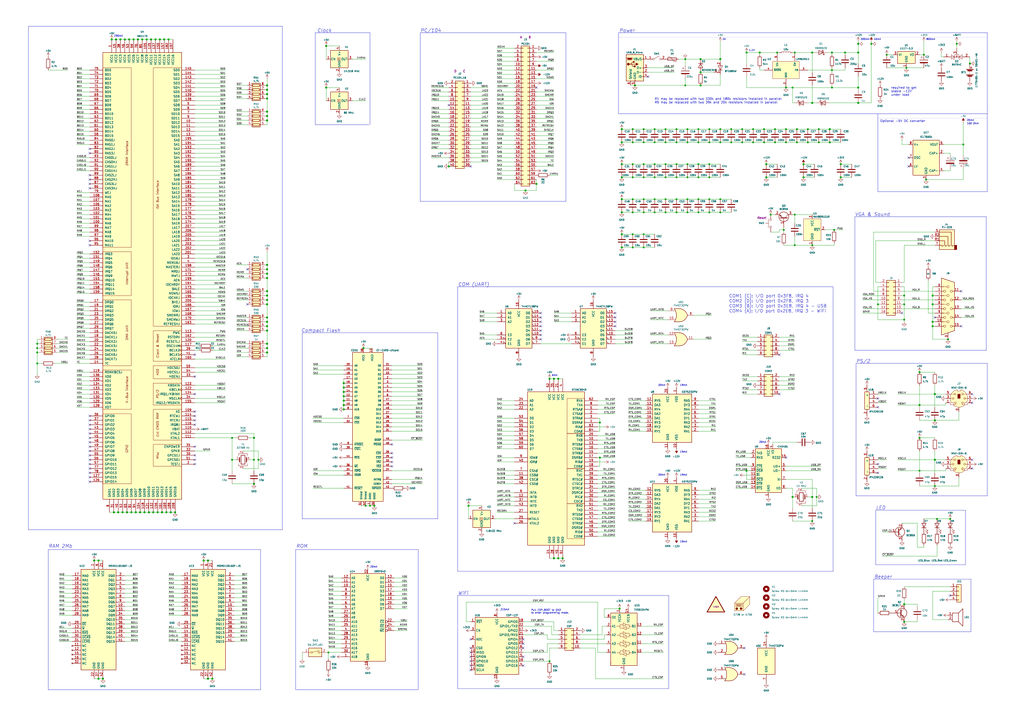
<source format=kicad_sch>
(kicad_sch (version 20230121) (generator eeschema)
  (paper "A2")
  (title_block (title "PC-KHARON-386-MAIN") (date "2023-02-22") (rev "A1") (company "Eugene Lozovoy") (comment 1 "Miniature 386 IBMPC-compatible computer"))
  (lib_symbols
    (symbol "74xx:74LS138" (pin_names (offset 1.016))
      (property "Reference" "U" (at -7.62 11.43 0))
      (property "Value" "74LS138" (at -7.62 -13.97 0))
      (symbol "74LS138_1_0"
        (pin input line (at -12.7 7.62 0) (length 5.08) (name "A0") (number "1"))
        (pin output output_low (at 12.7 -5.08 180) (length 5.08) (name "O5") (number "10"))
        (pin output output_low (at 12.7 -2.54 180) (length 5.08) (name "O4") (number "11"))
        (pin output output_low (at 12.7 0 180) (length 5.08) (name "O3") (number "12"))
        (pin output output_low (at 12.7 2.54 180) (length 5.08) (name "O2") (number "13"))
        (pin output output_low (at 12.7 5.08 180) (length 5.08) (name "O1") (number "14"))
        (pin output output_low (at 12.7 7.62 180) (length 5.08) (name "O0") (number "15"))
        (pin power_in line (at 0 15.24 270) (length 5.08) (name "VCC") (number "16"))
        (pin input line (at -12.7 5.08 0) (length 5.08) (name "A1") (number "2"))
        (pin input line (at -12.7 2.54 0) (length 5.08) (name "A2") (number "3"))
        (pin input input_low (at -12.7 -10.16 0) (length 5.08) (name "E1") (number "4"))
        (pin input input_low (at -12.7 -7.62 0) (length 5.08) (name "E2") (number "5"))
        (pin input line (at -12.7 -5.08 0) (length 5.08) (name "E3") (number "6"))
        (pin output output_low (at 12.7 -10.16 180) (length 5.08) (name "O7") (number "7"))
        (pin power_in line (at 0 -17.78 90) (length 5.08) (name "GND") (number "8"))
        (pin output output_low (at 12.7 -7.62 180) (length 5.08) (name "O6") (number "9"))
      )
    )
    (symbol "74xx:74LS32" (pin_names (offset 1.016))
      (property "Reference" "U" (at 0 1.27 0))
      (property "Value" "74LS32" (at 0 -1.27 0))
      (symbol "74LS32_1_1"
        (pin input line (at -7.62 2.54 0) (length 4.318) (name "~") (number "1"))
        (pin input line (at -7.62 -2.54 0) (length 4.318) (name "~") (number "2"))
        (pin output line (at 7.62 0 180) (length 3.81) (name "~") (number "3"))
      )
      (symbol "74LS32_1_2"
        (pin input inverted (at -7.62 2.54 0) (length 3.81) (name "~") (number "1"))
        (pin input inverted (at -7.62 -2.54 0) (length 3.81) (name "~") (number "2"))
        (pin output inverted (at 7.62 0 180) (length 3.81) (name "~") (number "3"))
      )
      (symbol "74LS32_2_1"
        (pin input line (at -7.62 2.54 0) (length 4.318) (name "~") (number "4"))
        (pin input line (at -7.62 -2.54 0) (length 4.318) (name "~") (number "5"))
        (pin output line (at 7.62 0 180) (length 3.81) (name "~") (number "6"))
      )
      (symbol "74LS32_2_2"
        (pin input inverted (at -7.62 2.54 0) (length 3.81) (name "~") (number "4"))
        (pin input inverted (at -7.62 -2.54 0) (length 3.81) (name "~") (number "5"))
        (pin output inverted (at 7.62 0 180) (length 3.81) (name "~") (number "6"))
      )
      (symbol "74LS32_3_1"
        (pin input line (at -7.62 -2.54 0) (length 4.318) (name "~") (number "10"))
        (pin output line (at 7.62 0 180) (length 3.81) (name "~") (number "8"))
        (pin input line (at -7.62 2.54 0) (length 4.318) (name "~") (number "9"))
      )
      (symbol "74LS32_3_2"
        (pin input inverted (at -7.62 -2.54 0) (length 3.81) (name "~") (number "10"))
        (pin output inverted (at 7.62 0 180) (length 3.81) (name "~") (number "8"))
        (pin input inverted (at -7.62 2.54 0) (length 3.81) (name "~") (number "9"))
      )
      (symbol "74LS32_4_1"
        (pin output line (at 7.62 0 180) (length 3.81) (name "~") (number "11"))
        (pin input line (at -7.62 2.54 0) (length 4.318) (name "~") (number "12"))
        (pin input line (at -7.62 -2.54 0) (length 4.318) (name "~") (number "13"))
      )
      (symbol "74LS32_4_2"
        (pin output inverted (at 7.62 0 180) (length 3.81) (name "~") (number "11"))
        (pin input inverted (at -7.62 2.54 0) (length 3.81) (name "~") (number "12"))
        (pin input inverted (at -7.62 -2.54 0) (length 3.81) (name "~") (number "13"))
      )
      (symbol "74LS32_5_0"
        (pin power_in line (at 0 12.7 270) (length 5.08) (name "VCC") (number "14"))
        (pin power_in line (at 0 -12.7 90) (length 5.08) (name "GND") (number "7"))
      )
    )
    (symbol "Connector:DB15_Female_HighDensity_MountingHoles" (pin_names (offset 1.016) hide)
      (property "Reference" "J" (at 0 21.59 0))
      (property "Value" "DB15_Female_HighDensity_MountingHoles" (at 0 19.05 0))
      (symbol "DB15_Female_HighDensity_MountingHoles_1_1"
        (pin passive line (at 0 -17.78 90) (length 3.81) (name "~") (number "0"))
        (pin passive line (at -7.62 10.16 0) (length 5.08) (name "~") (number "1"))
        (pin passive line (at -7.62 -7.62 0) (length 5.08) (name "~") (number "10"))
        (pin passive line (at 7.62 10.16 180) (length 5.08) (name "~") (number "11"))
        (pin passive line (at 7.62 5.08 180) (length 5.08) (name "~") (number "12"))
        (pin passive line (at 7.62 0 180) (length 5.08) (name "~") (number "13"))
        (pin passive line (at 7.62 -5.08 180) (length 5.08) (name "~") (number "14"))
        (pin passive line (at 7.62 -10.16 180) (length 5.08) (name "~") (number "15"))
        (pin passive line (at -7.62 5.08 0) (length 5.08) (name "~") (number "2"))
        (pin passive line (at -7.62 0 0) (length 5.08) (name "~") (number "3"))
        (pin passive line (at -7.62 -5.08 0) (length 5.08) (name "~") (number "4"))
        (pin passive line (at -7.62 -10.16 0) (length 5.08) (name "~") (number "5"))
        (pin passive line (at -7.62 12.7 0) (length 5.08) (name "~") (number "6"))
        (pin passive line (at -7.62 7.62 0) (length 5.08) (name "~") (number "7"))
        (pin passive line (at -7.62 2.54 0) (length 5.08) (name "~") (number "8"))
        (pin passive line (at -7.62 -2.54 0) (length 5.08) (name "~") (number "9"))
      )
    )
    (symbol "Connector:USB_B_Micro" (pin_names (offset 1.016))
      (property "Reference" "J" (at -5.08 11.43 0))
      (property "Value" "USB_B_Micro" (at -5.08 8.89 0))
      (symbol "USB_B_Micro_1_1"
        (pin power_out line (at 7.62 5.08 180) (length 2.54) (name "VBUS") (number "1"))
        (pin bidirectional line (at 7.62 -2.54 180) (length 2.54) (name "D-") (number "2"))
        (pin bidirectional line (at 7.62 0 180) (length 2.54) (name "D+") (number "3"))
        (pin passive line (at 7.62 -5.08 180) (length 2.54) (name "ID") (number "4"))
        (pin power_out line (at 0 -10.16 90) (length 2.54) (name "GND") (number "5"))
        (pin passive line (at -2.54 -10.16 90) (length 2.54) (name "Shield") (number "6"))
      )
    )
    (symbol "Connector_Audio:AudioJack4"
      (property "Reference" "J" (at 0 8.89 0))
      (property "Value" "AudioJack4" (at 0 6.35 0))
      (symbol "AudioJack4_1_1"
        (pin passive line (at 5.08 -2.54 180) (length 2.54) (name "~") (number "R1"))
        (pin passive line (at 5.08 0 180) (length 2.54) (name "~") (number "R2"))
        (pin passive line (at 5.08 2.54 180) (length 2.54) (name "~") (number "S"))
        (pin passive line (at 5.08 -5.08 180) (length 2.54) (name "~") (number "T"))
      )
    )
    (symbol "Connector_Generic:Conn_01x04" (pin_names (offset 1.016) hide)
      (property "Reference" "J" (at 0 5.08 0))
      (property "Value" "Conn_01x04" (at 0 -7.62 0))
      (symbol "Conn_01x04_1_1"
        (pin passive line (at -5.08 2.54 0) (length 3.81) (name "Pin_1") (number "1"))
        (pin passive line (at -5.08 0 0) (length 3.81) (name "Pin_2") (number "2"))
        (pin passive line (at -5.08 -2.54 0) (length 3.81) (name "Pin_3") (number "3"))
        (pin passive line (at -5.08 -5.08 0) (length 3.81) (name "Pin_4") (number "4"))
      )
    )
    (symbol "Connector_Generic:Conn_02x05_Odd_Even" (pin_names (offset 1.016) hide)
      (property "Reference" "J" (at 1.27 7.62 0))
      (property "Value" "Conn_02x05_Odd_Even" (at 1.27 -7.62 0))
      (symbol "Conn_02x05_Odd_Even_1_1"
        (pin passive line (at -5.08 5.08 0) (length 3.81) (name "Pin_1") (number "1"))
        (pin passive line (at 7.62 -5.08 180) (length 3.81) (name "Pin_10") (number "10"))
        (pin passive line (at 7.62 5.08 180) (length 3.81) (name "Pin_2") (number "2"))
        (pin passive line (at -5.08 2.54 0) (length 3.81) (name "Pin_3") (number "3"))
        (pin passive line (at 7.62 2.54 180) (length 3.81) (name "Pin_4") (number "4"))
        (pin passive line (at -5.08 0 0) (length 3.81) (name "Pin_5") (number "5"))
        (pin passive line (at 7.62 0 180) (length 3.81) (name "Pin_6") (number "6"))
        (pin passive line (at -5.08 -2.54 0) (length 3.81) (name "Pin_7") (number "7"))
        (pin passive line (at 7.62 -2.54 180) (length 3.81) (name "Pin_8") (number "8"))
        (pin passive line (at -5.08 -5.08 0) (length 3.81) (name "Pin_9") (number "9"))
      )
    )
    (symbol "Connector_Generic:Conn_02x08_Odd_Even" (pin_names (offset 1.016) hide)
      (property "Reference" "J" (at 1.27 10.16 0))
      (property "Value" "Conn_02x08_Odd_Even" (at 1.27 -12.7 0))
      (symbol "Conn_02x08_Odd_Even_1_1"
        (pin passive line (at -5.08 7.62 0) (length 3.81) (name "Pin_1") (number "1"))
        (pin passive line (at 7.62 -2.54 180) (length 3.81) (name "Pin_10") (number "10"))
        (pin passive line (at -5.08 -5.08 0) (length 3.81) (name "Pin_11") (number "11"))
        (pin passive line (at 7.62 -5.08 180) (length 3.81) (name "Pin_12") (number "12"))
        (pin passive line (at -5.08 -7.62 0) (length 3.81) (name "Pin_13") (number "13"))
        (pin passive line (at 7.62 -7.62 180) (length 3.81) (name "Pin_14") (number "14"))
        (pin passive line (at -5.08 -10.16 0) (length 3.81) (name "Pin_15") (number "15"))
        (pin passive line (at 7.62 -10.16 180) (length 3.81) (name "Pin_16") (number "16"))
        (pin passive line (at 7.62 7.62 180) (length 3.81) (name "Pin_2") (number "2"))
        (pin passive line (at -5.08 5.08 0) (length 3.81) (name "Pin_3") (number "3"))
        (pin passive line (at 7.62 5.08 180) (length 3.81) (name "Pin_4") (number "4"))
        (pin passive line (at -5.08 2.54 0) (length 3.81) (name "Pin_5") (number "5"))
        (pin passive line (at 7.62 2.54 180) (length 3.81) (name "Pin_6") (number "6"))
        (pin passive line (at -5.08 0 0) (length 3.81) (name "Pin_7") (number "7"))
        (pin passive line (at 7.62 0 180) (length 3.81) (name "Pin_8") (number "8"))
        (pin passive line (at -5.08 -2.54 0) (length 3.81) (name "Pin_9") (number "9"))
      )
    )
    (symbol "Connector_Generic:Conn_02x20_Odd_Even" (pin_names (offset 1.016) hide)
      (property "Reference" "J" (at 1.27 25.4 0))
      (property "Value" "Conn_02x20_Odd_Even" (at 1.27 -27.94 0))
      (symbol "Conn_02x20_Odd_Even_1_1"
        (pin passive line (at -5.08 22.86 0) (length 3.81) (name "Pin_1") (number "1"))
        (pin passive line (at 7.62 12.7 180) (length 3.81) (name "Pin_10") (number "10"))
        (pin passive line (at -5.08 10.16 0) (length 3.81) (name "Pin_11") (number "11"))
        (pin passive line (at 7.62 10.16 180) (length 3.81) (name "Pin_12") (number "12"))
        (pin passive line (at -5.08 7.62 0) (length 3.81) (name "Pin_13") (number "13"))
        (pin passive line (at 7.62 7.62 180) (length 3.81) (name "Pin_14") (number "14"))
        (pin passive line (at -5.08 5.08 0) (length 3.81) (name "Pin_15") (number "15"))
        (pin passive line (at 7.62 5.08 180) (length 3.81) (name "Pin_16") (number "16"))
        (pin passive line (at -5.08 2.54 0) (length 3.81) (name "Pin_17") (number "17"))
        (pin passive line (at 7.62 2.54 180) (length 3.81) (name "Pin_18") (number "18"))
        (pin passive line (at -5.08 0 0) (length 3.81) (name "Pin_19") (number "19"))
        (pin passive line (at 7.62 22.86 180) (length 3.81) (name "Pin_2") (number "2"))
        (pin passive line (at 7.62 0 180) (length 3.81) (name "Pin_20") (number "20"))
        (pin passive line (at -5.08 -2.54 0) (length 3.81) (name "Pin_21") (number "21"))
        (pin passive line (at 7.62 -2.54 180) (length 3.81) (name "Pin_22") (number "22"))
        (pin passive line (at -5.08 -5.08 0) (length 3.81) (name "Pin_23") (number "23"))
        (pin passive line (at 7.62 -5.08 180) (length 3.81) (name "Pin_24") (number "24"))
        (pin passive line (at -5.08 -7.62 0) (length 3.81) (name "Pin_25") (number "25"))
        (pin passive line (at 7.62 -7.62 180) (length 3.81) (name "Pin_26") (number "26"))
        (pin passive line (at -5.08 -10.16 0) (length 3.81) (name "Pin_27") (number "27"))
        (pin passive line (at 7.62 -10.16 180) (length 3.81) (name "Pin_28") (number "28"))
        (pin passive line (at -5.08 -12.7 0) (length 3.81) (name "Pin_29") (number "29"))
        (pin passive line (at -5.08 20.32 0) (length 3.81) (name "Pin_3") (number "3"))
        (pin passive line (at 7.62 -12.7 180) (length 3.81) (name "Pin_30") (number "30"))
        (pin passive line (at -5.08 -15.24 0) (length 3.81) (name "Pin_31") (number "31"))
        (pin passive line (at 7.62 -15.24 180) (length 3.81) (name "Pin_32") (number "32"))
        (pin passive line (at -5.08 -17.78 0) (length 3.81) (name "Pin_33") (number "33"))
        (pin passive line (at 7.62 -17.78 180) (length 3.81) (name "Pin_34") (number "34"))
        (pin passive line (at -5.08 -20.32 0) (length 3.81) (name "Pin_35") (number "35"))
        (pin passive line (at 7.62 -20.32 180) (length 3.81) (name "Pin_36") (number "36"))
        (pin passive line (at -5.08 -22.86 0) (length 3.81) (name "Pin_37") (number "37"))
        (pin passive line (at 7.62 -22.86 180) (length 3.81) (name "Pin_38") (number "38"))
        (pin passive line (at -5.08 -25.4 0) (length 3.81) (name "Pin_39") (number "39"))
        (pin passive line (at 7.62 20.32 180) (length 3.81) (name "Pin_4") (number "4"))
        (pin passive line (at 7.62 -25.4 180) (length 3.81) (name "Pin_40") (number "40"))
        (pin passive line (at -5.08 17.78 0) (length 3.81) (name "Pin_5") (number "5"))
        (pin passive line (at 7.62 17.78 180) (length 3.81) (name "Pin_6") (number "6"))
        (pin passive line (at -5.08 15.24 0) (length 3.81) (name "Pin_7") (number "7"))
        (pin passive line (at 7.62 15.24 180) (length 3.81) (name "Pin_8") (number "8"))
        (pin passive line (at -5.08 12.7 0) (length 3.81) (name "Pin_9") (number "9"))
      )
    )
    (symbol "Connector_Generic:Conn_02x32_Odd_Even" (pin_names (offset 1.016) hide)
      (property "Reference" "J" (at 1.27 40.64 0))
      (property "Value" "Conn_02x32_Odd_Even" (at 1.27 -43.18 0))
      (symbol "Conn_02x32_Odd_Even_1_1"
        (pin passive line (at -5.08 38.1 0) (length 3.81) (name "Pin_1") (number "1"))
        (pin passive line (at 7.62 27.94 180) (length 3.81) (name "Pin_10") (number "10"))
        (pin passive line (at -5.08 25.4 0) (length 3.81) (name "Pin_11") (number "11"))
        (pin passive line (at 7.62 25.4 180) (length 3.81) (name "Pin_12") (number "12"))
        (pin passive line (at -5.08 22.86 0) (length 3.81) (name "Pin_13") (number "13"))
        (pin passive line (at 7.62 22.86 180) (length 3.81) (name "Pin_14") (number "14"))
        (pin passive line (at -5.08 20.32 0) (length 3.81) (name "Pin_15") (number "15"))
        (pin passive line (at 7.62 20.32 180) (length 3.81) (name "Pin_16") (number "16"))
        (pin passive line (at -5.08 17.78 0) (length 3.81) (name "Pin_17") (number "17"))
        (pin passive line (at 7.62 17.78 180) (length 3.81) (name "Pin_18") (number "18"))
        (pin passive line (at -5.08 15.24 0) (length 3.81) (name "Pin_19") (number "19"))
        (pin passive line (at 7.62 38.1 180) (length 3.81) (name "Pin_2") (number "2"))
        (pin passive line (at 7.62 15.24 180) (length 3.81) (name "Pin_20") (number "20"))
        (pin passive line (at -5.08 12.7 0) (length 3.81) (name "Pin_21") (number "21"))
        (pin passive line (at 7.62 12.7 180) (length 3.81) (name "Pin_22") (number "22"))
        (pin passive line (at -5.08 10.16 0) (length 3.81) (name "Pin_23") (number "23"))
        (pin passive line (at 7.62 10.16 180) (length 3.81) (name "Pin_24") (number "24"))
        (pin passive line (at -5.08 7.62 0) (length 3.81) (name "Pin_25") (number "25"))
        (pin passive line (at 7.62 7.62 180) (length 3.81) (name "Pin_26") (number "26"))
        (pin passive line (at -5.08 5.08 0) (length 3.81) (name "Pin_27") (number "27"))
        (pin passive line (at 7.62 5.08 180) (length 3.81) (name "Pin_28") (number "28"))
        (pin passive line (at -5.08 2.54 0) (length 3.81) (name "Pin_29") (number "29"))
        (pin passive line (at -5.08 35.56 0) (length 3.81) (name "Pin_3") (number "3"))
        (pin passive line (at 7.62 2.54 180) (length 3.81) (name "Pin_30") (number "30"))
        (pin passive line (at -5.08 0 0) (length 3.81) (name "Pin_31") (number "31"))
        (pin passive line (at 7.62 0 180) (length 3.81) (name "Pin_32") (number "32"))
        (pin passive line (at -5.08 -2.54 0) (length 3.81) (name "Pin_33") (number "33"))
        (pin passive line (at 7.62 -2.54 180) (length 3.81) (name "Pin_34") (number "34"))
        (pin passive line (at -5.08 -5.08 0) (length 3.81) (name "Pin_35") (number "35"))
        (pin passive line (at 7.62 -5.08 180) (length 3.81) (name "Pin_36") (number "36"))
        (pin passive line (at -5.08 -7.62 0) (length 3.81) (name "Pin_37") (number "37"))
        (pin passive line (at 7.62 -7.62 180) (length 3.81) (name "Pin_38") (number "38"))
        (pin passive line (at -5.08 -10.16 0) (length 3.81) (name "Pin_39") (number "39"))
        (pin passive line (at 7.62 35.56 180) (length 3.81) (name "Pin_4") (number "4"))
        (pin passive line (at 7.62 -10.16 180) (length 3.81) (name "Pin_40") (number "40"))
        (pin passive line (at -5.08 -12.7 0) (length 3.81) (name "Pin_41") (number "41"))
        (pin passive line (at 7.62 -12.7 180) (length 3.81) (name "Pin_42") (number "42"))
        (pin passive line (at -5.08 -15.24 0) (length 3.81) (name "Pin_43") (number "43"))
        (pin passive line (at 7.62 -15.24 180) (length 3.81) (name "Pin_44") (number "44"))
        (pin passive line (at -5.08 -17.78 0) (length 3.81) (name "Pin_45") (number "45"))
        (pin passive line (at 7.62 -17.78 180) (length 3.81) (name "Pin_46") (number "46"))
        (pin passive line (at -5.08 -20.32 0) (length 3.81) (name "Pin_47") (number "47"))
        (pin passive line (at 7.62 -20.32 180) (length 3.81) (name "Pin_48") (number "48"))
        (pin passive line (at -5.08 -22.86 0) (length 3.81) (name "Pin_49") (number "49"))
        (pin passive line (at -5.08 33.02 0) (length 3.81) (name "Pin_5") (number "5"))
        (pin passive line (at 7.62 -22.86 180) (length 3.81) (name "Pin_50") (number "50"))
        (pin passive line (at -5.08 -25.4 0) (length 3.81) (name "Pin_51") (number "51"))
        (pin passive line (at 7.62 -25.4 180) (length 3.81) (name "Pin_52") (number "52"))
        (pin passive line (at -5.08 -27.94 0) (length 3.81) (name "Pin_53") (number "53"))
        (pin passive line (at 7.62 -27.94 180) (length 3.81) (name "Pin_54") (number "54"))
        (pin passive line (at -5.08 -30.48 0) (length 3.81) (name "Pin_55") (number "55"))
        (pin passive line (at 7.62 -30.48 180) (length 3.81) (name "Pin_56") (number "56"))
        (pin passive line (at -5.08 -33.02 0) (length 3.81) (name "Pin_57") (number "57"))
        (pin passive line (at 7.62 -33.02 180) (length 3.81) (name "Pin_58") (number "58"))
        (pin passive line (at -5.08 -35.56 0) (length 3.81) (name "Pin_59") (number "59"))
        (pin passive line (at 7.62 33.02 180) (length 3.81) (name "Pin_6") (number "6"))
        (pin passive line (at 7.62 -35.56 180) (length 3.81) (name "Pin_60") (number "60"))
        (pin passive line (at -5.08 -38.1 0) (length 3.81) (name "Pin_61") (number "61"))
        (pin passive line (at 7.62 -38.1 180) (length 3.81) (name "Pin_62") (number "62"))
        (pin passive line (at -5.08 -40.64 0) (length 3.81) (name "Pin_63") (number "63"))
        (pin passive line (at 7.62 -40.64 180) (length 3.81) (name "Pin_64") (number "64"))
        (pin passive line (at -5.08 30.48 0) (length 3.81) (name "Pin_7") (number "7"))
        (pin passive line (at 7.62 30.48 180) (length 3.81) (name "Pin_8") (number "8"))
        (pin passive line (at -5.08 27.94 0) (length 3.81) (name "Pin_9") (number "9"))
      )
    )
    (symbol "Device:Battery" (pin_numbers hide) (pin_names (offset 0) hide)
      (property "Reference" "BT" (at 2.54 2.54 0))
      (property "Value" "Battery" (at 2.54 0 0))
      (symbol "Battery_1_1"
        (pin passive line (at 0 5.08 270) (length 2.54) (name "+") (number "1"))
        (pin passive line (at 0 -5.08 90) (length 2.54) (name "-") (number "2"))
      )
    )
    (symbol "Device:C" (pin_numbers hide) (pin_names (offset 0.254))
      (property "Reference" "C" (at 0.635 2.54 0))
      (property "Value" "C" (at 0.635 -2.54 0))
      (symbol "C_1_1"
        (pin passive line (at 0 3.81 270) (length 2.794) (name "~") (number "1"))
        (pin passive line (at 0 -3.81 90) (length 2.794) (name "~") (number "2"))
      )
    )
    (symbol "Device:C_Polarized" (pin_numbers hide) (pin_names (offset 0.254))
      (property "Reference" "C" (at 0.635 2.54 0))
      (property "Value" "C_Polarized" (at 0.635 -2.54 0))
      (symbol "C_Polarized_1_1"
        (pin passive line (at 0 3.81 270) (length 2.794) (name "~") (number "1"))
        (pin passive line (at 0 -3.81 90) (length 2.794) (name "~") (number "2"))
      )
    )
    (symbol "Device:Crystal_GND23" (pin_names (offset 1.016) hide)
      (property "Reference" "Y" (at 3.175 5.08 0))
      (property "Value" "Crystal_GND23" (at 3.175 3.175 0))
      (symbol "Crystal_GND23_1_1"
        (pin passive line (at -3.81 0 0) (length 1.27) (name "1") (number "1"))
        (pin passive line (at 0 5.08 270) (length 1.27) (name "2") (number "2"))
        (pin passive line (at 0 -5.08 90) (length 1.27) (name "3") (number "3"))
        (pin passive line (at 3.81 0 180) (length 1.27) (name "4") (number "4"))
      )
    )
    (symbol "Device:Crystal_GND24" (pin_names (offset 1.016) hide)
      (property "Reference" "Y" (at 3.175 5.08 0))
      (property "Value" "Crystal_GND24" (at 3.175 3.175 0))
      (symbol "Crystal_GND24_1_1"
        (pin passive line (at -3.81 0 0) (length 1.27) (name "1") (number "1"))
        (pin passive line (at 0 5.08 270) (length 1.27) (name "2") (number "2"))
        (pin passive line (at 3.81 0 180) (length 1.27) (name "3") (number "3"))
        (pin passive line (at 0 -5.08 90) (length 1.27) (name "4") (number "4"))
      )
    )
    (symbol "Device:D_Zener" (pin_numbers hide) (pin_names (offset 1.016) hide)
      (property "Reference" "D" (at 0 2.54 0))
      (property "Value" "D_Zener" (at 0 -2.54 0))
      (symbol "D_Zener_1_1"
        (pin passive line (at -3.81 0 0) (length 2.54) (name "K") (number "1"))
        (pin passive line (at 3.81 0 180) (length 2.54) (name "A") (number "2"))
      )
    )
    (symbol "Device:L" (pin_numbers hide) (pin_names (offset 1.016) hide)
      (property "Reference" "L" (at -1.27 0 90))
      (property "Value" "L" (at 1.905 0 90))
      (symbol "L_1_1"
        (pin passive line (at 0 3.81 270) (length 1.27) (name "1") (number "1"))
        (pin passive line (at 0 -3.81 90) (length 1.27) (name "2") (number "2"))
      )
    )
    (symbol "Device:LED" (pin_numbers hide) (pin_names (offset 1.016) hide)
      (property "Reference" "D" (at 0 2.54 0))
      (property "Value" "LED" (at 0 -2.54 0))
      (symbol "LED_1_1"
        (pin passive line (at -3.81 0 0) (length 2.54) (name "K") (number "1"))
        (pin passive line (at 3.81 0 180) (length 2.54) (name "A") (number "2"))
      )
    )
    (symbol "Device:Polyfuse" (pin_numbers hide) (pin_names (offset 0))
      (property "Reference" "F" (at -2.54 0 90))
      (property "Value" "Polyfuse" (at 2.54 0 90))
      (symbol "Polyfuse_1_1"
        (pin passive line (at 0 3.81 270) (length 1.27) (name "~") (number "1"))
        (pin passive line (at 0 -3.81 90) (length 1.27) (name "~") (number "2"))
      )
    )
    (symbol "Device:Q_SCR_KAG" (pin_names (offset 0) hide)
      (property "Reference" "D" (at 1.905 0.635 0))
      (property "Value" "Q_SCR_KAG" (at 1.905 -1.27 0))
      (symbol "Q_SCR_KAG_1_1"
        (pin passive line (at 0 -3.81 90) (length 2.54) (name "K") (number "1"))
        (pin passive line (at 0 3.81 270) (length 2.54) (name "A") (number "2"))
        (pin input line (at -3.81 -2.54 0) (length 2.54) (name "G") (number "3"))
      )
    )
    (symbol "Device:R" (pin_numbers hide) (pin_names (offset 0))
      (property "Reference" "R" (at 2.032 0 90))
      (property "Value" "R" (at 0 0 90))
      (symbol "R_1_1"
        (pin passive line (at 0 3.81 270) (length 1.27) (name "~") (number "1"))
        (pin passive line (at 0 -3.81 90) (length 1.27) (name "~") (number "2"))
      )
    )
    (symbol "Device:R_Pack04" (pin_names (offset 0) hide)
      (property "Reference" "RN" (at -7.62 0 90))
      (property "Value" "R_Pack04" (at 5.08 0 90))
      (symbol "R_Pack04_1_1"
        (pin passive line (at -5.08 -5.08 90) (length 2.54) (name "R1.1") (number "1"))
        (pin passive line (at -2.54 -5.08 90) (length 2.54) (name "R2.1") (number "2"))
        (pin passive line (at 0 -5.08 90) (length 2.54) (name "R3.1") (number "3"))
        (pin passive line (at 2.54 -5.08 90) (length 2.54) (name "R4.1") (number "4"))
        (pin passive line (at 2.54 5.08 270) (length 2.54) (name "R4.2") (number "5"))
        (pin passive line (at 0 5.08 270) (length 2.54) (name "R3.2") (number "6"))
        (pin passive line (at -2.54 5.08 270) (length 2.54) (name "R2.2") (number "7"))
        (pin passive line (at -5.08 5.08 270) (length 2.54) (name "R1.2") (number "8"))
      )
    )
    (symbol "Device:Speaker" (pin_names (offset 0) hide)
      (property "Reference" "LS" (at 1.27 5.715 0))
      (property "Value" "Speaker" (at 1.27 3.81 0))
      (symbol "Speaker_1_1"
        (pin input line (at -5.08 0 0) (length 2.54) (name "1") (number "1"))
        (pin input line (at -5.08 -2.54 0) (length 2.54) (name "2") (number "2"))
      )
    )
    (symbol "Diode:BAT54C" (pin_names (offset 1.016))
      (property "Reference" "D" (at 0.635 -3.81 0))
      (property "Value" "BAT54C" (at -6.35 3.175 0))
      (symbol "BAT54C_1_1"
        (pin passive line (at -7.62 0 0) (length 3.81) (name "~") (number "1"))
        (pin passive line (at 7.62 0 180) (length 3.81) (name "~") (number "2"))
        (pin passive line (at 0 -5.08 90) (length 5.08) (name "~") (number "3"))
      )
    )
    (symbol "Diode:MBR0520" (pin_numbers hide) (pin_names (offset 1.016) hide)
      (property "Reference" "D" (at 0 2.54 0))
      (property "Value" "MBR0520" (at 0 -2.54 0))
      (symbol "MBR0520_1_1"
        (pin passive line (at -3.81 0 0) (length 2.54) (name "K") (number "1"))
        (pin passive line (at 3.81 0 180) (length 2.54) (name "A") (number "2"))
      )
    )
    (symbol "GD75232PW_1" (pin_names (offset 1.016))
      (property "Reference" "U" (at -11.43 15.24 0))
      (property "Value" "GD75232PW" (at 5.08 15.24 0))
      (symbol "GD75232PW_1_1_1"
        (pin power_in line (at 2.54 17.78 270) (length 3.81) (name "VDD") (number "1"))
        (pin power_in line (at 2.54 -17.78 90) (length 3.81) (name "VSS") (number "10"))
        (pin power_in line (at -2.54 -17.78 90) (length 3.81) (name "GND") (number "11"))
        (pin output line (at -15.24 10.16 0) (length 3.81) (name "RY5") (number "12"))
        (pin input line (at -15.24 7.62 0) (length 3.81) (name "DA3") (number "13"))
        (pin output line (at -15.24 5.08 0) (length 3.81) (name "RY4") (number "14"))
        (pin input line (at -15.24 2.54 0) (length 3.81) (name "DA2") (number "15"))
        (pin input line (at -15.24 0 0) (length 3.81) (name "DA1") (number "16"))
        (pin output line (at -15.24 -2.54 0) (length 3.81) (name "RY3") (number "17"))
        (pin output line (at -15.24 -5.08 0) (length 3.81) (name "RY2") (number "18"))
        (pin output line (at -15.24 -7.62 0) (length 3.81) (name "RY1") (number "19"))
        (pin input line (at 15.24 -7.62 180) (length 3.81) (name "RA1") (number "2"))
        (pin power_in line (at -2.54 17.78 270) (length 3.81) (name "VCC") (number "20"))
        (pin input line (at 15.24 -5.08 180) (length 3.81) (name "RA2") (number "3"))
        (pin input line (at 15.24 -2.54 180) (length 3.81) (name "RA3") (number "4"))
        (pin output line (at 15.24 0 180) (length 3.81) (name "DY1") (number "5"))
        (pin output line (at 15.24 2.54 180) (length 3.81) (name "DY2") (number "6"))
        (pin input line (at 15.24 5.08 180) (length 3.81) (name "RA4") (number "7"))
        (pin output line (at 15.24 7.62 180) (length 3.81) (name "DY3") (number "8"))
        (pin input line (at 15.24 10.16 180) (length 3.81) (name "RA5") (number "9"))
      )
    )
    (symbol "IP4220CZ6_1" (pin_names (offset 1.016))
      (property "Reference" "U" (at -2.54 6.35 0))
      (property "Value" "IP4220CZ6_1" (at 5.08 6.35 0))
      (symbol "IP4220CZ6_1_1_1"
        (pin passive line (at -6.35 3.81 0) (length 5.08) (name "~") (number "1"))
        (pin power_in line (at 0 -8.89 90) (length 3.81) (name "-") (number "2"))
        (pin passive line (at -6.35 1.27 0) (length 5.08) (name "~") (number "3"))
        (pin passive line (at -6.35 -1.27 0) (length 5.08) (name "~") (number "4"))
        (pin power_in line (at 0 8.89 270) (length 3.81) (name "+") (number "5"))
        (pin passive line (at -6.35 -3.81 0) (length 5.08) (name "~") (number "6"))
      )
    )
    (symbol "Interface_UART:GD75232PW" (pin_names (offset 1.016))
      (property "Reference" "U" (at -11.43 15.24 0))
      (property "Value" "GD75232PW" (at 5.08 15.24 0))
      (symbol "GD75232PW_1_1"
        (pin power_in line (at 2.54 17.78 270) (length 3.81) (name "VDD") (number "1"))
        (pin power_in line (at 2.54 -17.78 90) (length 3.81) (name "VSS") (number "10"))
        (pin power_in line (at -2.54 -17.78 90) (length 3.81) (name "GND") (number "11"))
        (pin output line (at -15.24 10.16 0) (length 3.81) (name "RY5") (number "12"))
        (pin input line (at -15.24 7.62 0) (length 3.81) (name "DA3") (number "13"))
        (pin output line (at -15.24 5.08 0) (length 3.81) (name "RY4") (number "14"))
        (pin input line (at -15.24 2.54 0) (length 3.81) (name "DA2") (number "15"))
        (pin input line (at -15.24 0 0) (length 3.81) (name "DA1") (number "16"))
        (pin output line (at -15.24 -2.54 0) (length 3.81) (name "RY3") (number "17"))
        (pin output line (at -15.24 -5.08 0) (length 3.81) (name "RY2") (number "18"))
        (pin output line (at -15.24 -7.62 0) (length 3.81) (name "RY1") (number "19"))
        (pin input line (at 15.24 -7.62 180) (length 3.81) (name "RA1") (number "2"))
        (pin power_in line (at -2.54 17.78 270) (length 3.81) (name "VCC") (number "20"))
        (pin input line (at 15.24 -5.08 180) (length 3.81) (name "RA2") (number "3"))
        (pin input line (at 15.24 -2.54 180) (length 3.81) (name "RA3") (number "4"))
        (pin output line (at 15.24 0 180) (length 3.81) (name "DY1") (number "5"))
        (pin output line (at 15.24 2.54 180) (length 3.81) (name "DY2") (number "6"))
        (pin input line (at 15.24 5.08 180) (length 3.81) (name "RA4") (number "7"))
        (pin output line (at 15.24 7.62 180) (length 3.81) (name "DY3") (number "8"))
        (pin input line (at 15.24 10.16 180) (length 3.81) (name "RA5") (number "9"))
      )
    )
    (symbol "Interface_USB:CH340G"
      (property "Reference" "U" (at -5.08 13.97 0))
      (property "Value" "CH340G" (at 1.27 13.97 0))
      (symbol "CH340G_1_1"
        (pin power_in line (at 0 -15.24 90) (length 2.54) (name "GND") (number "1"))
        (pin input line (at 10.16 0 180) (length 2.54) (name "~{DSR}") (number "10"))
        (pin input line (at 10.16 -2.54 180) (length 2.54) (name "~{RI}") (number "11"))
        (pin input line (at 10.16 -5.08 180) (length 2.54) (name "~{DCD}") (number "12"))
        (pin output line (at 10.16 -7.62 180) (length 2.54) (name "~{DTR}") (number "13"))
        (pin output line (at 10.16 -10.16 180) (length 2.54) (name "~{RTS}") (number "14"))
        (pin input line (at -10.16 7.62 0) (length 2.54) (name "R232") (number "15"))
        (pin power_in line (at 0 15.24 270) (length 2.54) (name "VCC") (number "16"))
        (pin output line (at 10.16 10.16 180) (length 2.54) (name "TXD") (number "2"))
        (pin input line (at 10.16 7.62 180) (length 2.54) (name "RXD") (number "3"))
        (pin passive line (at -2.54 15.24 270) (length 2.54) (name "V3") (number "4"))
        (pin bidirectional line (at -10.16 2.54 0) (length 2.54) (name "UD+") (number "5"))
        (pin bidirectional line (at -10.16 0 0) (length 2.54) (name "UD-") (number "6"))
        (pin input line (at -10.16 -5.08 0) (length 2.54) (name "XI") (number "7"))
        (pin output line (at -10.16 -10.16 0) (length 2.54) (name "XO") (number "8"))
        (pin input line (at 10.16 2.54 180) (length 2.54) (name "~{CTS}") (number "9"))
      )
    )
    (symbol "Logic_LevelTranslator:TXB0104PW"
      (property "Reference" "U" (at -6.35 16.51 0))
      (property "Value" "TXB0104PW" (at 3.81 16.51 0))
      (symbol "TXB0104PW_1_1"
        (pin power_in line (at -2.54 17.78 270) (length 2.54) (name "VCCA") (number "1"))
        (pin bidirectional line (at 10.16 -7.62 180) (length 2.54) (name "B4") (number "10"))
        (pin bidirectional line (at 10.16 -2.54 180) (length 2.54) (name "B3") (number "11"))
        (pin bidirectional line (at 10.16 2.54 180) (length 2.54) (name "B2") (number "12"))
        (pin bidirectional line (at 10.16 7.62 180) (length 2.54) (name "B1") (number "13"))
        (pin power_in line (at 2.54 17.78 270) (length 2.54) (name "VCCB") (number "14"))
        (pin bidirectional line (at -10.16 7.62 0) (length 2.54) (name "A1") (number "2"))
        (pin bidirectional line (at -10.16 2.54 0) (length 2.54) (name "A2") (number "3"))
        (pin bidirectional line (at -10.16 -2.54 0) (length 2.54) (name "A3") (number "4"))
        (pin bidirectional line (at -10.16 -7.62 0) (length 2.54) (name "A4") (number "5"))
        (pin no_connect line (at -7.62 -12.7 0) (length 2.54) hide (name "NC") (number "6"))
        (pin power_in line (at 0 -17.78 90) (length 2.54) (name "GND") (number "7"))
        (pin input line (at -10.16 12.7 0) (length 2.54) (name "OE") (number "8"))
        (pin no_connect line (at 7.62 -12.7 180) (length 2.54) hide (name "NC") (number "9"))
      )
    )
    (symbol "MSM5118160F-JS_1"
      (property "Reference" "U" (at -10.16 30.48 0))
      (property "Value" "MSM5118160F-JS_1" (at 12.7 30.48 0))
      (symbol "MSM5118160F-JS_1_0_0"
        (pin power_in line (at -2.54 34.29 270) (length 5.08) (name "VCC") (number "1"))
        (pin bidirectional line (at 15.24 7.62 180) (length 5.08) (name "DQ7") (number "10"))
        (pin no_connect line (at -15.24 -15.24 0) (length 5.08) (name "NC") (number "11"))
        (pin no_connect line (at -15.24 -17.78 0) (length 5.08) (name "NC") (number "12"))
        (pin input line (at -15.24 -5.08 0) (length 5.08) (name "~{W}") (number "13"))
        (pin input line (at -15.24 -7.62 0) (length 5.08) (name "~{RAS}") (number "14"))
        (pin no_connect line (at -15.24 -20.32 0) (length 5.08) (name "NC") (number "15"))
        (pin no_connect line (at -15.24 -22.86 0) (length 5.08) (name "NC") (number "16"))
        (pin input line (at -15.24 25.4 0) (length 5.08) (name "MA0") (number "17"))
        (pin input line (at -15.24 22.86 0) (length 5.08) (name "MA1") (number "18"))
        (pin input line (at -15.24 20.32 0) (length 5.08) (name "MA2") (number "19"))
        (pin bidirectional line (at 15.24 25.4 180) (length 5.08) (name "DQ0") (number "2"))
        (pin input line (at -15.24 17.78 0) (length 5.08) (name "MA3") (number "20"))
        (pin power_in line (at 2.54 34.29 270) (length 5.08) (name "VCC") (number "21"))
        (pin power_in line (at -2.54 -34.29 90) (length 5.08) (name "GND") (number "22"))
        (pin input line (at -15.24 15.24 0) (length 5.08) (name "MA4") (number "23"))
        (pin input line (at -15.24 12.7 0) (length 5.08) (name "MA5") (number "24"))
        (pin input line (at -15.24 10.16 0) (length 5.08) (name "MA6") (number "25"))
        (pin input line (at -15.24 7.62 0) (length 5.08) (name "MA7") (number "26"))
        (pin input line (at -15.24 5.08 0) (length 5.08) (name "MA8") (number "27"))
        (pin input line (at -15.24 2.54 0) (length 5.08) (name "MA9") (number "28"))
        (pin input line (at -15.24 -2.54 0) (length 5.08) (name "~{OE}") (number "29"))
        (pin bidirectional line (at 15.24 22.86 180) (length 5.08) (name "DQ1") (number "3"))
        (pin input line (at -15.24 -10.16 0) (length 5.08) (name "~{UCAS}") (number "30"))
        (pin input line (at -15.24 -12.7 0) (length 5.08) (name "~{LCAS}") (number "31"))
        (pin no_connect line (at -15.24 -25.4 0) (length 5.08) (name "NC") (number "32"))
        (pin bidirectional line (at 15.24 5.08 180) (length 5.08) (name "DQ8") (number "33"))
        (pin bidirectional line (at 15.24 2.54 180) (length 5.08) (name "DQ9") (number "34"))
        (pin bidirectional line (at 15.24 0 180) (length 5.08) (name "DQ10") (number "35"))
        (pin bidirectional line (at 15.24 -2.54 180) (length 5.08) (name "DQ11") (number "36"))
        (pin power_in line (at 0 -34.29 90) (length 5.08) (name "GND") (number "37"))
        (pin bidirectional line (at 15.24 -5.08 180) (length 5.08) (name "DQ12") (number "38"))
        (pin bidirectional line (at 15.24 -7.62 180) (length 5.08) (name "DQ13") (number "39"))
        (pin bidirectional line (at 15.24 20.32 180) (length 5.08) (name "DQ2") (number "4"))
        (pin bidirectional line (at 15.24 -10.16 180) (length 5.08) (name "DQ14") (number "40"))
        (pin bidirectional line (at 15.24 -12.7 180) (length 5.08) (name "DQ15") (number "41"))
        (pin power_in line (at 2.54 -34.29 90) (length 5.08) (name "GND") (number "42"))
        (pin bidirectional line (at 15.24 17.78 180) (length 5.08) (name "DQ3") (number "5"))
        (pin power_in line (at 0 34.29 270) (length 5.08) (name "VCC") (number "6"))
        (pin bidirectional line (at 15.24 15.24 180) (length 5.08) (name "DQ4") (number "7"))
        (pin bidirectional line (at 15.24 12.7 180) (length 5.08) (name "DQ5") (number "8"))
        (pin bidirectional line (at 15.24 10.16 180) (length 5.08) (name "DQ6") (number "9"))
      )
    )
    (symbol "Mechanical:Housing" (pin_names (offset 1.016))
      (property "Reference" "N" (at 3.81 0 0))
      (property "Value" "Housing" (at 3.81 -1.905 0))
    )
    (symbol "Mechanical:MountingHole" (pin_names (offset 1.016))
      (property "Reference" "H" (at 0 5.08 0))
      (property "Value" "MountingHole" (at 0 3.175 0))
    )
    (symbol "Mini-DIN-6_1" (pin_names (offset 1.016))
      (property "Reference" "J" (at 0 6.35 0))
      (property "Value" "Mini-DIN-6_1" (at 6.985 -6.35 0))
      (symbol "Mini-DIN-6_1_1_1"
        (pin passive line (at 0 -7.62 90) (length 2.54) (name "~") (number "0"))
        (pin passive line (at 7.62 -2.54 180) (length 2.54) (name "~") (number "1"))
        (pin passive line (at -7.62 -2.54 0) (length 2.54) (name "~") (number "2"))
        (pin passive line (at 7.62 0 180) (length 2.54) (name "~") (number "3"))
        (pin passive line (at -7.62 0 0) (length 2.54) (name "~") (number "4"))
        (pin passive line (at 7.62 2.54 180) (length 2.54) (name "~") (number "5"))
        (pin passive line (at -7.62 2.54 0) (length 2.54) (name "~") (number "6"))
      )
    )
    (symbol "Oscillator:XO91" (pin_names (offset 0.254))
      (property "Reference" "X" (at -5.08 6.35 0))
      (property "Value" "XO91" (at 1.27 -6.35 0))
      (symbol "XO91_1_1"
        (pin input line (at -7.62 0 0) (length 2.54) (name "EN") (number "1"))
        (pin power_in line (at 0 -7.62 90) (length 2.54) (name "GND") (number "2"))
        (pin output line (at 7.62 0 180) (length 2.54) (name "OUT") (number "3"))
        (pin power_in line (at 0 7.62 270) (length 2.54) (name "V+") (number "4"))
      )
    )
    (symbol "RF_Module:ESP-12E"
      (property "Reference" "U" (at -12.7 19.05 0))
      (property "Value" "ESP-12E" (at 12.7 19.05 0))
      (symbol "ESP-12E_1_1"
        (pin input line (at -15.24 15.24 0) (length 2.54) (name "~{RST}") (number "1"))
        (pin bidirectional line (at -15.24 -2.54 0) (length 2.54) (name "MISO") (number "10"))
        (pin bidirectional line (at -15.24 -5.08 0) (length 2.54) (name "GPIO9") (number "11"))
        (pin bidirectional line (at -15.24 -7.62 0) (length 2.54) (name "GPIO10") (number "12"))
        (pin bidirectional line (at -15.24 -10.16 0) (length 2.54) (name "MOSI") (number "13"))
        (pin bidirectional line (at -15.24 -12.7 0) (length 2.54) (name "SCLK") (number "14"))
        (pin power_in line (at 0 -17.78 90) (length 2.54) (name "GND") (number "15"))
        (pin bidirectional line (at 15.24 -7.62 180) (length 2.54) (name "GPIO15") (number "16"))
        (pin bidirectional line (at 15.24 10.16 180) (length 2.54) (name "GPIO2") (number "17"))
        (pin bidirectional line (at 15.24 15.24 180) (length 2.54) (name "GPIO0") (number "18"))
        (pin bidirectional line (at 15.24 5.08 180) (length 2.54) (name "GPIO4") (number "19"))
        (pin input line (at -15.24 5.08 0) (length 2.54) (name "ADC") (number "2"))
        (pin bidirectional line (at 15.24 2.54 180) (length 2.54) (name "GPIO5") (number "20"))
        (pin bidirectional line (at 15.24 7.62 180) (length 2.54) (name "GPIO3/RXD") (number "21"))
        (pin bidirectional line (at 15.24 12.7 180) (length 2.54) (name "GPIO1/TXD") (number "22"))
        (pin input line (at -15.24 10.16 0) (length 2.54) (name "EN") (number "3"))
        (pin bidirectional line (at 15.24 -10.16 180) (length 2.54) (name "GPIO16") (number "4"))
        (pin bidirectional line (at 15.24 -5.08 180) (length 2.54) (name "GPIO14") (number "5"))
        (pin bidirectional line (at 15.24 0 180) (length 2.54) (name "GPIO12") (number "6"))
        (pin bidirectional line (at 15.24 -2.54 180) (length 2.54) (name "GPIO13") (number "7"))
        (pin power_in line (at 0 20.32 270) (length 2.54) (name "VCC") (number "8"))
        (pin input line (at -15.24 0 0) (length 2.54) (name "CS0") (number "9"))
      )
    )
    (symbol "Regulator_Linear:AMS1117-3.3"
      (property "Reference" "U" (at -3.81 3.175 0))
      (property "Value" "AMS1117-3.3" (at 0 3.175 0))
      (symbol "AMS1117-3.3_1_1"
        (pin power_in line (at 0 -7.62 90) (length 2.54) (name "GND") (number "1"))
        (pin power_out line (at 7.62 0 180) (length 2.54) (name "VO") (number "2"))
        (pin power_in line (at -7.62 0 0) (length 2.54) (name "VI") (number "3"))
      )
    )
    (symbol "Regulator_SwitchedCapacitor:ICL7660"
      (property "Reference" "U" (at -6.35 11.43 0))
      (property "Value" "ICL7660" (at 3.81 11.43 0))
      (symbol "ICL7660_1_1"
        (pin no_connect line (at -7.62 5.08 0) (length 2.54) hide (name "NC") (number "1"))
        (pin input line (at 10.16 2.54 180) (length 2.54) (name "CAP+") (number "2"))
        (pin power_in line (at 0 -12.7 90) (length 2.54) (name "GND") (number "3"))
        (pin input line (at 10.16 -7.62 180) (length 2.54) (name "CAP-") (number "4"))
        (pin power_out line (at 10.16 7.62 180) (length 2.54) (name "VOUT") (number "5"))
        (pin input line (at -10.16 -5.08 0) (length 2.54) (name "LV") (number "6"))
        (pin input line (at -10.16 0 0) (length 2.54) (name "OSC") (number "7"))
        (pin power_in line (at -10.16 7.62 0) (length 2.54) (name "V+") (number "8"))
      )
    )
    (symbol "Switch:SW_DIP_x01" (pin_names (offset 0) hide)
      (property "Reference" "SW" (at 0 3.81 0))
      (property "Value" "SW_DIP_x01" (at 0 -3.81 0))
      (symbol "SW_DIP_x01_1_1"
        (pin passive line (at -7.62 0 0) (length 5.08) (name "~") (number "1"))
        (pin passive line (at 7.62 0 180) (length 5.08) (name "~") (number "2"))
      )
    )
    (symbol "Switch:SW_Push" (pin_numbers hide) (pin_names (offset 1.016) hide)
      (property "Reference" "SW" (at 1.27 2.54 0))
      (property "Value" "SW_Push" (at 0 -1.524 0))
      (symbol "SW_Push_0_1"
        (pin passive line (at -5.08 0 0) (length 2.54) (name "1") (number "1"))
        (pin passive line (at 5.08 0 180) (length 2.54) (name "2") (number "2"))
      )
    )
    (symbol "Switch:SW_SPST" (pin_names (offset 0) hide)
      (property "Reference" "SW" (at 0 3.175 0))
      (property "Value" "SW_SPST" (at 0 -2.54 0))
      (symbol "SW_SPST_1_1"
        (pin passive line (at -5.08 0 0) (length 2.54) (name "A") (number "1"))
        (pin passive line (at 5.08 0 180) (length 2.54) (name "B") (number "2"))
      )
    )
    (symbol "Transistor_BJT:BC817" (pin_names (offset 0) hide)
      (property "Reference" "Q" (at 5.08 1.905 0))
      (property "Value" "BC817" (at 5.08 0 0))
      (symbol "BC817_1_1"
        (pin input line (at -5.08 0 0) (length 5.715) (name "B") (number "1"))
        (pin passive line (at 2.54 -5.08 90) (length 2.54) (name "E") (number "2"))
        (pin passive line (at 2.54 5.08 270) (length 2.54) (name "C") (number "3"))
      )
    )
    (symbol "Transistor_BJT:BC856" (pin_names (offset 0) hide)
      (property "Reference" "Q" (at 5.08 1.905 0))
      (property "Value" "BC856" (at 5.08 0 0))
      (symbol "BC856_1_1"
        (pin input line (at -5.08 0 0) (length 5.715) (name "B") (number "1"))
        (pin passive line (at 2.54 -5.08 90) (length 2.54) (name "E") (number "2"))
        (pin passive line (at 2.54 5.08 270) (length 2.54) (name "C") (number "3"))
      )
    )
    (symbol "my:29C040"
      (property "Reference" "U" (at -10.16 26.67 0))
      (property "Value" "29C040" (at 8.89 26.67 0))
      (symbol "29C040_0_0"
        (pin power_in line (at 0 -27.94 90) (length 2.5146) (name "GND") (number "16"))
        (pin power_in line (at 0 27.94 270) (length 2.5654) (name "VCC") (number "32"))
      )
      (symbol "29C040_1_1"
        (pin input line (at -15.24 -22.86 0) (length 5.08) (name "A18") (number "1"))
        (pin input line (at -15.24 17.78 0) (length 5.08) (name "A2") (number "10"))
        (pin input line (at -15.24 20.32 0) (length 5.08) (name "A1") (number "11"))
        (pin input line (at -15.24 22.86 0) (length 5.08) (name "A0") (number "12"))
        (pin tri_state line (at 15.24 22.86 180) (length 5.08) (name "D0") (number "13"))
        (pin tri_state line (at 15.24 20.32 180) (length 5.08) (name "D1") (number "14"))
        (pin tri_state line (at 15.24 17.78 180) (length 5.08) (name "D2") (number "15"))
        (pin tri_state line (at 15.24 15.24 180) (length 5.08) (name "D3") (number "17"))
        (pin tri_state line (at 15.24 12.7 180) (length 5.08) (name "D4") (number "18"))
        (pin tri_state line (at 15.24 10.16 180) (length 5.08) (name "D5") (number "19"))
        (pin input line (at -15.24 -17.78 0) (length 5.08) (name "A16") (number "2"))
        (pin tri_state line (at 15.24 7.62 180) (length 5.08) (name "D6") (number "20"))
        (pin tri_state line (at 15.24 5.08 180) (length 5.08) (name "D7") (number "21"))
        (pin input inverted (at 15.24 -2.54 180) (length 5.08) (name "~{CE}") (number "22"))
        (pin input line (at -15.24 -2.54 0) (length 5.08) (name "A10") (number "23"))
        (pin input inverted (at 15.24 -5.08 180) (length 5.08) (name "~{OE}") (number "24"))
        (pin input line (at -15.24 -5.08 0) (length 5.08) (name "A11") (number "25"))
        (pin input line (at -15.24 0 0) (length 5.08) (name "A9") (number "26"))
        (pin input line (at -15.24 2.54 0) (length 5.08) (name "A8") (number "27"))
        (pin input line (at -15.24 -10.16 0) (length 5.08) (name "A13") (number "28"))
        (pin input line (at -15.24 -12.7 0) (length 5.08) (name "A14") (number "29"))
        (pin input line (at -15.24 -15.24 0) (length 5.08) (name "A15") (number "3"))
        (pin input line (at -15.24 -20.32 0) (length 5.08) (name "A17") (number "30"))
        (pin input inverted (at 15.24 -7.62 180) (length 5.08) (name "~{WE}") (number "31"))
        (pin input line (at -15.24 -7.62 0) (length 5.08) (name "A12") (number "4"))
        (pin input line (at -15.24 5.08 0) (length 5.08) (name "A7") (number "5"))
        (pin input line (at -15.24 7.62 0) (length 5.08) (name "A6") (number "6"))
        (pin input line (at -15.24 10.16 0) (length 5.08) (name "A5") (number "7"))
        (pin input line (at -15.24 12.7 0) (length 5.08) (name "A4") (number "8"))
        (pin input line (at -15.24 15.24 0) (length 5.08) (name "A3") (number "9"))
      )
    )
    (symbol "my:IP4220CZ6" (pin_names (offset 1.016))
      (property "Reference" "U" (at -2.54 6.35 0))
      (property "Value" "IP4220CZ6" (at 5.08 6.35 0))
      (symbol "IP4220CZ6_1_1"
        (pin passive line (at -6.35 3.81 0) (length 5.08) (name "~") (number "1"))
        (pin power_in line (at 0 -8.89 90) (length 3.81) (name "-") (number "2"))
        (pin passive line (at -6.35 1.27 0) (length 5.08) (name "~") (number "3"))
        (pin passive line (at -6.35 -1.27 0) (length 5.08) (name "~") (number "4"))
        (pin power_in line (at 0 8.89 270) (length 3.81) (name "+") (number "5"))
        (pin passive line (at -6.35 -3.81 0) (length 5.08) (name "~") (number "6"))
      )
    )
    (symbol "my:LT1930"
      (property "Reference" "U" (at -10.16 5.08 0))
      (property "Value" "LT1930" (at 12.7 5.08 0))
      (symbol "LT1930_1_1"
        (pin output line (at 5.08 10.16 270) (length 5.08) (name "SW") (number "1"))
        (pin power_in line (at 0 -10.16 90) (length 5.08) (name "GND") (number "2"))
        (pin input line (at 12.7 0 180) (length 5.08) (name "FB") (number "3"))
        (pin input line (at -12.7 0 0) (length 5.08) (name "~{SHDN}") (number "4"))
        (pin power_in line (at -5.08 10.16 270) (length 5.08) (name "Vin") (number "5"))
      )
    )
    (symbol "my:M6117D" (pin_names (offset 1.016))
      (property "Reference" "U" (at 0 -3.81 0))
      (property "Value" "M6117D" (at 0 3.81 0))
      (symbol "M6117D_0_0"
        (text "Clock & Reset" (at 8.89 -40.64 900) (effects (font (size 1.27 1.27) italic)))
        (text "DMA Unit" (at -8.89 -33.02 900) (effects (font (size 1.27 1.27) italic)))
        (text "DRAM interface" (at -8.89 71.12 900) (effects (font (size 1.27 1.27) italic)))
        (text "Ext CMOS RAM" (at 8.89 -86.36 900) (effects (font (size 1.27 1.27) italic)))
        (text "GPIO" (at -8.89 -100.33 900) (effects (font (size 1.27 1.27) italic)))
        (text "HDD" (at 8.89 -55.88 900) (effects (font (size 1.27 1.27) italic)))
        (text "Interrupt Unit" (at -8.89 1.27 900) (effects (font (size 1.27 1.27) italic)))
        (text "ISA Bus interface" (at 8.89 46.99 900) (effects (font (size 1.27 1.27) italic)))
        (text "Misc" (at 8.89 -104.14 900) (effects (font (size 1.27 1.27) italic)))
        (text "PS/2" (at 8.89 -68.58 900) (effects (font (size 1.27 1.27) italic)))
        (text "X-Bus interface" (at -8.89 -66.04 900) (effects (font (size 1.27 1.27) italic)))
      )
      (symbol "M6117D_1_1"
        (pin power_in line (at -17.78 137.16 270) (length 7.62) (name "VCC1") (number "1"))
        (pin bidirectional line (at 30.48 88.9 180) (length 7.62) (name "SD12") (number "10"))
        (pin output line (at -30.48 30.48 0) (length 7.62) (name "MA6") (number "100"))
        (pin output line (at -30.48 33.02 0) (length 7.62) (name "MA5") (number "101"))
        (pin output line (at -30.48 35.56 0) (length 7.62) (name "MA4") (number "102"))
        (pin output line (at -30.48 38.1 0) (length 7.62) (name "MA3") (number "103"))
        (pin power_in line (at -1.27 -137.16 90) (length 7.62) (name "GND8") (number "104"))
        (pin power_in line (at 2.54 137.16 270) (length 7.62) (name "VCC9") (number "105"))
        (pin output line (at -30.48 40.64 0) (length 7.62) (name "MA2") (number "106"))
        (pin output line (at -30.48 43.18 0) (length 7.62) (name "MA1") (number "107"))
        (pin output line (at -30.48 45.72 0) (length 7.62) (name "MA0") (number "108"))
        (pin output line (at 30.48 -78.74 180) (length 7.62) (name "AS") (number "109"))
        (pin bidirectional line (at 30.48 86.36 180) (length 7.62) (name "SD13") (number "11"))
        (pin power_in line (at 30.48 -88.9 180) (length 7.62) (name "VBAT") (number "110"))
        (pin input line (at 30.48 -93.98 180) (length 7.62) (name "XTAL1") (number "111"))
        (pin input line (at 30.48 -91.44 180) (length 7.62) (name "XTAL2") (number "112"))
        (pin input line (at 30.48 -33.02 180) (length 7.62) (name "PWG") (number "113"))
        (pin input line (at 30.48 -81.28 180) (length 7.62) (name "RTCWJ") (number "114"))
        (pin output line (at 30.48 -83.82 180) (length 7.62) (name "RTCRJ") (number "115"))
        (pin input line (at 30.48 -86.36 180) (length 7.62) (name "IRQ8J") (number "116"))
        (pin input clock (at 30.48 -40.64 180) (length 7.62) (name "OSC14M") (number "117"))
        (pin power_in line (at 1.27 -137.16 90) (length 7.62) (name "GND9") (number "118"))
        (pin bidirectional line (at -30.48 -55.88 0) (length 7.62) (name "ROMKBCSJ") (number "119"))
        (pin bidirectional line (at 30.48 83.82 180) (length 7.62) (name "SD14") (number "12"))
        (pin output line (at 30.48 -38.1 180) (length 7.62) (name "RESETLJ") (number "120"))
        (pin power_in line (at 3.81 -137.16 90) (length 7.62) (name "GND10") (number "121"))
        (pin bidirectional clock (at 30.48 -66.04 180) (length 7.62) (name "KBCLK") (number "122"))
        (pin bidirectional line (at 30.48 -63.5 180) (length 7.62) (name "KBDATA") (number "123"))
        (pin bidirectional line (at 30.48 -68.58 180) (length 7.62) (name "IRQ1/KBINH") (number "124"))
        (pin power_in line (at 5.08 137.16 270) (length 7.62) (name "VCC11") (number "125"))
        (pin bidirectional line (at -30.48 -119.38 0) (length 7.62) (name "GPIO14") (number "126"))
        (pin bidirectional line (at -30.48 -116.84 0) (length 7.62) (name "GPIO15") (number "127"))
        (pin bidirectional line (at -30.48 -76.2 0) (length 7.62) (name "XD7") (number "128"))
        (pin bidirectional line (at -30.48 -73.66 0) (length 7.62) (name "XD6") (number "129"))
        (pin bidirectional line (at 30.48 81.28 180) (length 7.62) (name "SD15") (number "13"))
        (pin bidirectional line (at -30.48 -71.12 0) (length 7.62) (name "XD5") (number "130"))
        (pin bidirectional line (at -30.48 -68.58 0) (length 7.62) (name "XD4") (number "131"))
        (pin power_in line (at 6.35 -137.16 90) (length 7.62) (name "GND11") (number "132"))
        (pin bidirectional line (at -30.48 -66.04 0) (length 7.62) (name "XD3") (number "133"))
        (pin bidirectional line (at -30.48 -63.5 0) (length 7.62) (name "XD2") (number "134"))
        (pin bidirectional line (at -30.48 -60.96 0) (length 7.62) (name "XD1") (number "135"))
        (pin bidirectional line (at -30.48 -58.42 0) (length 7.62) (name "XD0") (number "136"))
        (pin power_in line (at 7.62 137.16 270) (length 7.62) (name "VCC12") (number "137"))
        (pin bidirectional line (at 30.48 101.6 180) (length 7.62) (name "SD7") (number "138"))
        (pin bidirectional line (at 30.48 104.14 180) (length 7.62) (name "SD6") (number "139"))
        (pin output line (at -30.48 -50.8 0) (length 7.62) (name "TC") (number "14"))
        (pin bidirectional line (at 30.48 106.68 180) (length 7.62) (name "SD5") (number "140"))
        (pin bidirectional line (at 30.48 109.22 180) (length 7.62) (name "SD4") (number "141"))
        (pin bidirectional line (at 30.48 111.76 180) (length 7.62) (name "SD3") (number "142"))
        (pin bidirectional line (at 30.48 114.3 180) (length 7.62) (name "SD2") (number "143"))
        (pin bidirectional line (at 30.48 116.84 180) (length 7.62) (name "SD1") (number "144"))
        (pin bidirectional line (at 30.48 119.38 180) (length 7.62) (name "SD0") (number "145"))
        (pin input line (at -30.48 0 0) (length 7.62) (name "IRQ9") (number "146"))
        (pin input line (at -30.48 2.54 0) (length 7.62) (name "IRQ7") (number "147"))
        (pin input line (at -30.48 5.08 0) (length 7.62) (name "IRQ6") (number "148"))
        (pin input line (at -30.48 7.62 0) (length 7.62) (name "IRQ5") (number "149"))
        (pin power_in line (at -15.24 137.16 270) (length 7.62) (name "VCC2") (number "15"))
        (pin power_in line (at 10.16 137.16 270) (length 7.62) (name "VCC13") (number "150"))
        (pin input line (at -30.48 10.16 0) (length 7.62) (name "IRQ4") (number "151"))
        (pin input line (at -30.48 12.7 0) (length 7.62) (name "IRQ3") (number "152"))
        (pin input line (at -30.48 -2.54 0) (length 7.62) (name "IRQ10") (number "153"))
        (pin input line (at -30.48 -5.08 0) (length 7.62) (name "IRQ11") (number "154"))
        (pin bidirectional line (at 30.48 -73.66 180) (length 7.62) (name "IRQ12/MSDATA") (number "155"))
        (pin power_in line (at 8.89 -137.16 90) (length 7.62) (name "GND12") (number "156"))
        (pin power_in line (at 12.7 137.16 270) (length 7.62) (name "VCC14") (number "157"))
        (pin input line (at -30.48 -7.62 0) (length 7.62) (name "IRQ14") (number "158"))
        (pin input line (at -30.48 -10.16 0) (length 7.62) (name "IRQ15") (number "159"))
        (pin bidirectional line (at -30.48 -33.02 0) (length 7.62) (name "DACK0J") (number "16"))
        (pin output clock (at 30.48 -48.26 180) (length 7.62) (name "ATCLK") (number "160"))
        (pin power_in line (at 11.43 -137.16 90) (length 7.62) (name "GND13") (number "161"))
        (pin output line (at 30.48 -35.56 180) (length 7.62) (name "RSTDRV") (number "162"))
        (pin bidirectional line (at 30.48 -27.94 180) (length 7.62) (name "REFRESHJ") (number "163"))
        (pin input line (at 30.48 -5.08 180) (length 7.62) (name "IOCHRDY") (number "164"))
        (pin input line (at 30.48 -10.16 180) (length 7.62) (name "NOWSJ") (number "165"))
        (pin bidirectional line (at 30.48 -17.78 180) (length 7.62) (name "IORJ") (number "166"))
        (pin bidirectional line (at 30.48 -20.32 180) (length 7.62) (name "IOWJ") (number "167"))
        (pin output line (at 30.48 -22.86 180) (length 7.62) (name "SMEMRJ") (number "168"))
        (pin power_in line (at 13.97 -137.16 90) (length 7.62) (name "GND14") (number "169"))
        (pin bidirectional line (at -30.48 -15.24 0) (length 7.62) (name "DRQ0") (number "17"))
        (pin output line (at 30.48 -25.4 180) (length 7.62) (name "SMEMWJ") (number "170"))
        (pin bidirectional line (at 30.48 2.54 180) (length 7.62) (name "MRDJ") (number "171"))
        (pin bidirectional line (at 30.48 0 180) (length 7.62) (name "MWTJ") (number "172"))
        (pin output line (at 30.48 -7.62 180) (length 7.62) (name "BALE") (number "173"))
        (pin bidirectional line (at 30.48 30.48 180) (length 7.62) (name "SA19") (number "174"))
        (pin bidirectional line (at 30.48 33.02 180) (length 7.62) (name "SA18") (number "175"))
        (pin bidirectional line (at 30.48 35.56 180) (length 7.62) (name "SA17") (number "176"))
        (pin bidirectional line (at 30.48 38.1 180) (length 7.62) (name "SA16") (number "177"))
        (pin bidirectional line (at 30.48 40.64 180) (length 7.62) (name "SA15") (number "178"))
        (pin bidirectional line (at 30.48 43.18 180) (length 7.62) (name "SA14") (number "179"))
        (pin bidirectional line (at -30.48 -35.56 0) (length 7.62) (name "DACK1J") (number "18"))
        (pin bidirectional line (at 30.48 45.72 180) (length 7.62) (name "SA13") (number "180"))
        (pin bidirectional line (at 30.48 48.26 180) (length 7.62) (name "SA12") (number "181"))
        (pin power_in line (at 15.24 137.16 270) (length 7.62) (name "VCC15") (number "182"))
        (pin bidirectional line (at 30.48 50.8 180) (length 7.62) (name "SA11") (number "183"))
        (pin bidirectional line (at 30.48 53.34 180) (length 7.62) (name "SA10") (number "184"))
        (pin bidirectional line (at 30.48 55.88 180) (length 7.62) (name "SA9") (number "185"))
        (pin bidirectional line (at 30.48 58.42 180) (length 7.62) (name "SA8") (number "186"))
        (pin bidirectional line (at 30.48 60.96 180) (length 7.62) (name "SA7") (number "187"))
        (pin power_in line (at 16.51 -137.16 90) (length 7.62) (name "GND15") (number "188"))
        (pin bidirectional line (at 30.48 63.5 180) (length 7.62) (name "SA6") (number "189"))
        (pin bidirectional line (at -30.48 -17.78 0) (length 7.62) (name "DRQ1") (number "19"))
        (pin bidirectional line (at 30.48 66.04 180) (length 7.62) (name "SA5") (number "190"))
        (pin bidirectional line (at 30.48 68.58 180) (length 7.62) (name "SA4") (number "191"))
        (pin bidirectional line (at 30.48 71.12 180) (length 7.62) (name "SA3") (number "192"))
        (pin bidirectional line (at 30.48 73.66 180) (length 7.62) (name "SA2") (number "193"))
        (pin bidirectional line (at 30.48 76.2 180) (length 7.62) (name "SA1") (number "194"))
        (pin bidirectional line (at 30.48 78.74 180) (length 7.62) (name "SA0") (number "195"))
        (pin input line (at 30.48 -12.7 180) (length 7.62) (name "IOCHKJ") (number "196"))
        (pin power_in line (at 17.78 137.16 270) (length 7.62) (name "VCC16") (number "197"))
        (pin input line (at 30.48 5.08 180) (length 7.62) (name "MASTERJ") (number "198"))
        (pin bidirectional line (at 30.48 -2.54 180) (length 7.62) (name "AEN") (number "199"))
        (pin input line (at 30.48 -109.22 180) (length 7.62) (name "TESTJ") (number "2"))
        (pin bidirectional line (at -30.48 -38.1 0) (length 7.62) (name "DACK2J") (number "20"))
        (pin bidirectional line (at 30.48 -15.24 180) (length 7.62) (name "BHEJ") (number "200"))
        (pin bidirectional line (at 30.48 12.7 180) (length 7.62) (name "LA23") (number "201"))
        (pin bidirectional line (at 30.48 15.24 180) (length 7.62) (name "LA22") (number "202"))
        (pin bidirectional line (at 30.48 17.78 180) (length 7.62) (name "LA21") (number "203"))
        (pin bidirectional line (at 30.48 20.32 180) (length 7.62) (name "LA20") (number "204"))
        (pin bidirectional line (at 30.48 22.86 180) (length 7.62) (name "LA19") (number "205"))
        (pin bidirectional line (at 30.48 25.4 180) (length 7.62) (name "LA18") (number "206"))
        (pin bidirectional line (at 30.48 27.94 180) (length 7.62) (name "LA17") (number "207"))
        (pin power_in line (at 19.05 -137.16 90) (length 7.62) (name "GND16") (number "208"))
        (pin bidirectional line (at -30.48 -20.32 0) (length 7.62) (name "DRQ2") (number "21"))
        (pin bidirectional line (at -30.48 -40.64 0) (length 7.62) (name "DACK3J") (number "22"))
        (pin bidirectional line (at -30.48 -22.86 0) (length 7.62) (name "DRQ3") (number "23"))
        (pin bidirectional line (at -30.48 -43.18 0) (length 7.62) (name "DACK5J") (number "24"))
        (pin bidirectional line (at -30.48 -25.4 0) (length 7.62) (name "DRQ5") (number "25"))
        (pin bidirectional line (at -30.48 -45.72 0) (length 7.62) (name "DACK6J") (number "26"))
        (pin bidirectional line (at -30.48 -27.94 0) (length 7.62) (name "DRQ6") (number "27"))
        (pin bidirectional line (at -30.48 -48.26 0) (length 7.62) (name "DACK7J") (number "28"))
        (pin bidirectional line (at -30.48 -30.48 0) (length 7.62) (name "DRQ7") (number "29"))
        (pin input line (at 30.48 10.16 180) (length 7.62) (name "IO16J") (number "3"))
        (pin output line (at 30.48 -104.14 180) (length 7.62) (name "GPCS1J") (number "30"))
        (pin power_in line (at -16.51 -137.16 90) (length 7.62) (name "GND2") (number "31"))
        (pin output line (at 30.48 -101.6 180) (length 7.62) (name "SPKR") (number "32"))
        (pin output line (at 30.48 -58.42 180) (length 7.62) (name "HDENJ") (number "33"))
        (pin bidirectional clock (at 30.48 -71.12 180) (length 7.62) (name "MSCLK") (number "34"))
        (pin output line (at 30.48 -99.06 180) (length 7.62) (name "ENPOWER") (number "35"))
        (pin bidirectional line (at -30.48 -81.28 0) (length 7.62) (name "GPIO0") (number "36"))
        (pin bidirectional line (at -30.48 -83.82 0) (length 7.62) (name "GPIO1") (number "37"))
        (pin power_in line (at -12.7 137.16 270) (length 7.62) (name "VCC3") (number "38"))
        (pin input clock (at 30.48 -43.18 180) (length 7.62) (name "BCLK2") (number "39"))
        (pin input line (at 30.48 7.62 180) (length 7.62) (name "MEM16J") (number "4"))
        (pin power_in line (at -13.97 -137.16 90) (length 7.62) (name "GND3") (number "40"))
        (pin output clock (at 30.48 -45.72 180) (length 7.62) (name "BCLK1") (number "41"))
        (pin bidirectional line (at -30.48 -86.36 0) (length 7.62) (name "GPIO2") (number "42"))
        (pin bidirectional line (at -30.48 -88.9 0) (length 7.62) (name "GPIO3") (number "43"))
        (pin bidirectional line (at -30.48 -91.44 0) (length 7.62) (name "GPIO4") (number "44"))
        (pin bidirectional line (at -30.48 -93.98 0) (length 7.62) (name "GPIO5") (number "45"))
        (pin power_in line (at -10.16 137.16 270) (length 7.62) (name "VCC4") (number "46"))
        (pin bidirectional line (at -30.48 -101.6 0) (length 7.62) (name "GPIO8") (number "47"))
        (pin bidirectional line (at -30.48 -96.52 0) (length 7.62) (name "GPIO6") (number "48"))
        (pin bidirectional line (at -30.48 -99.06 0) (length 7.62) (name "GPIO7") (number "49"))
        (pin bidirectional line (at 30.48 99.06 180) (length 7.62) (name "SD8") (number "5"))
        (pin output line (at 30.48 -53.34 180) (length 7.62) (name "HDCS0J") (number "50"))
        (pin output line (at 30.48 -106.68 180) (length 7.62) (name "GPCS0J") (number "51"))
        (pin power_in line (at -11.43 -137.16 90) (length 7.62) (name "GND4") (number "52"))
        (pin power_in line (at -7.62 137.16 270) (length 7.62) (name "VCC5") (number "53"))
        (pin output line (at 30.48 -55.88 180) (length 7.62) (name "HDCS1J") (number "54"))
        (pin bidirectional line (at -30.48 -104.14 0) (length 7.62) (name "GPIO9") (number "55"))
        (pin bidirectional line (at -30.48 -106.68 0) (length 7.62) (name "GPIO10") (number "56"))
        (pin bidirectional line (at -30.48 -109.22 0) (length 7.62) (name "GPIO11") (number "57"))
        (pin bidirectional line (at -30.48 81.28 0) (length 7.62) (name "BD15") (number "58"))
        (pin power_in line (at -5.08 137.16 270) (length 7.62) (name "VCC6") (number "59"))
        (pin bidirectional line (at 30.48 96.52 180) (length 7.62) (name "SD9") (number "6"))
        (pin bidirectional line (at -30.48 83.82 0) (length 7.62) (name "BD14") (number "60"))
        (pin bidirectional line (at -30.48 86.36 0) (length 7.62) (name "BD13") (number "61"))
        (pin bidirectional line (at -30.48 88.9 0) (length 7.62) (name "BD12") (number "62"))
        (pin bidirectional line (at -30.48 91.44 0) (length 7.62) (name "BD11") (number "63"))
        (pin bidirectional line (at -30.48 93.98 0) (length 7.62) (name "BD10") (number "64"))
        (pin power_in line (at -8.89 -137.16 90) (length 7.62) (name "GND5") (number "65"))
        (pin bidirectional line (at -30.48 96.52 0) (length 7.62) (name "BD9") (number "66"))
        (pin bidirectional line (at -30.48 99.06 0) (length 7.62) (name "BD8") (number "67"))
        (pin bidirectional line (at -30.48 101.6 0) (length 7.62) (name "BD7") (number "68"))
        (pin bidirectional line (at -30.48 104.14 0) (length 7.62) (name "BD6") (number "69"))
        (pin bidirectional line (at 30.48 93.98 180) (length 7.62) (name "SD10") (number "7"))
        (pin bidirectional line (at -30.48 106.68 0) (length 7.62) (name "BD5") (number "70"))
        (pin bidirectional line (at -30.48 109.22 0) (length 7.62) (name "BD4") (number "71"))
        (pin bidirectional line (at -30.48 111.76 0) (length 7.62) (name "BD3") (number "72"))
        (pin bidirectional line (at -30.48 114.3 0) (length 7.62) (name "BD2") (number "73"))
        (pin bidirectional line (at -30.48 116.84 0) (length 7.62) (name "BD1") (number "74"))
        (pin bidirectional line (at -30.48 119.38 0) (length 7.62) (name "BD0") (number "75"))
        (pin power_in line (at -2.54 137.16 270) (length 7.62) (name "VCC7") (number "76"))
        (pin bidirectional line (at -30.48 -111.76 0) (length 7.62) (name "GPIO12") (number "77"))
        (pin bidirectional line (at -30.48 -114.3 0) (length 7.62) (name "GPIO13") (number "78"))
        (pin output line (at -30.48 48.26 0) (length 7.62) (name "WEJ") (number "79"))
        (pin power_in line (at -19.05 -137.16 90) (length 7.62) (name "GND1") (number "8"))
        (pin output line (at -30.48 71.12 0) (length 7.62) (name "RAS3J") (number "80"))
        (pin power_in line (at -6.35 -137.16 90) (length 7.62) (name "GND6") (number "81"))
        (pin output line (at -30.48 73.66 0) (length 7.62) (name "RAS2J") (number "82"))
        (pin output line (at -30.48 76.2 0) (length 7.62) (name "RAS1J") (number "83"))
        (pin output line (at -30.48 78.74 0) (length 7.62) (name "RAS0J") (number "84"))
        (pin power_in line (at 0 137.16 270) (length 7.62) (name "VCC8") (number "85"))
        (pin output line (at -30.48 50.8 0) (length 7.62) (name "CAS3HJ") (number "86"))
        (pin output line (at -30.48 53.34 0) (length 7.62) (name "CAS3LJ") (number "87"))
        (pin output line (at -30.48 55.88 0) (length 7.62) (name "CAS2HJ") (number "88"))
        (pin output line (at -30.48 58.42 0) (length 7.62) (name "CAS2LJ") (number "89"))
        (pin bidirectional line (at 30.48 91.44 180) (length 7.62) (name "SD11") (number "9"))
        (pin output line (at -30.48 60.96 0) (length 7.62) (name "CAS1HJ") (number "90"))
        (pin output line (at -30.48 63.5 0) (length 7.62) (name "CAS1LJ") (number "91"))
        (pin output line (at -30.48 66.04 0) (length 7.62) (name "CAS0HJ") (number "92"))
        (pin output line (at -30.48 68.58 0) (length 7.62) (name "CAS0LJ") (number "93"))
        (pin power_in line (at -3.81 -137.16 90) (length 7.62) (name "GND7") (number "94"))
        (pin output line (at -30.48 17.78 0) (length 7.62) (name "MA11") (number "95"))
        (pin output line (at -30.48 20.32 0) (length 7.62) (name "MA10") (number "96"))
        (pin output line (at -30.48 22.86 0) (length 7.62) (name "MA9") (number "97"))
        (pin output line (at -30.48 25.4 0) (length 7.62) (name "MA8") (number "98"))
        (pin output line (at -30.48 27.94 0) (length 7.62) (name "MA7") (number "99"))
      )
    )
    (symbol "my:MAX809"
      (property "Reference" "U" (at -5.08 7.62 0))
      (property "Value" "MAX809" (at 4.445 7.62 0))
      (symbol "MAX809_1_1"
        (pin power_in line (at 0 -8.89 90) (length 2.54) (name "GND") (number "1"))
        (pin output line (at 7.62 0 180) (length 2.54) (name "~{RST}") (number "2"))
        (pin power_in line (at 0 8.89 270) (length 2.54) (name "VCC") (number "3"))
      )
    )
    (symbol "my:MSM5118160F-JS"
      (property "Reference" "U" (at -10.16 30.48 0))
      (property "Value" "MSM5118160F-JS" (at 12.7 30.48 0))
      (symbol "MSM5118160F-JS_0_0"
        (pin power_in line (at -2.54 34.29 270) (length 5.08) (name "VCC") (number "1"))
        (pin bidirectional line (at 15.24 7.62 180) (length 5.08) (name "DQ7") (number "10"))
        (pin no_connect line (at -15.24 -15.24 0) (length 5.08) (name "NC") (number "11"))
        (pin no_connect line (at -15.24 -17.78 0) (length 5.08) (name "NC") (number "12"))
        (pin input line (at -15.24 -5.08 0) (length 5.08) (name "~{W}") (number "13"))
        (pin input line (at -15.24 -7.62 0) (length 5.08) (name "~{RAS}") (number "14"))
        (pin no_connect line (at -15.24 -20.32 0) (length 5.08) (name "NC") (number "15"))
        (pin no_connect line (at -15.24 -22.86 0) (length 5.08) (name "NC") (number "16"))
        (pin input line (at -15.24 25.4 0) (length 5.08) (name "MA0") (number "17"))
        (pin input line (at -15.24 22.86 0) (length 5.08) (name "MA1") (number "18"))
        (pin input line (at -15.24 20.32 0) (length 5.08) (name "MA2") (number "19"))
        (pin bidirectional line (at 15.24 25.4 180) (length 5.08) (name "DQ0") (number "2"))
        (pin input line (at -15.24 17.78 0) (length 5.08) (name "MA3") (number "20"))
        (pin power_in line (at 2.54 34.29 270) (length 5.08) (name "VCC") (number "21"))
        (pin power_in line (at -2.54 -34.29 90) (length 5.08) (name "GND") (number "22"))
        (pin input line (at -15.24 15.24 0) (length 5.08) (name "MA4") (number "23"))
        (pin input line (at -15.24 12.7 0) (length 5.08) (name "MA5") (number "24"))
        (pin input line (at -15.24 10.16 0) (length 5.08) (name "MA6") (number "25"))
        (pin input line (at -15.24 7.62 0) (length 5.08) (name "MA7") (number "26"))
        (pin input line (at -15.24 5.08 0) (length 5.08) (name "MA8") (number "27"))
        (pin input line (at -15.24 2.54 0) (length 5.08) (name "MA9") (number "28"))
        (pin input line (at -15.24 -2.54 0) (length 5.08) (name "~{OE}") (number "29"))
        (pin bidirectional line (at 15.24 22.86 180) (length 5.08) (name "DQ1") (number "3"))
        (pin input line (at -15.24 -10.16 0) (length 5.08) (name "~{UCAS}") (number "30"))
        (pin input line (at -15.24 -12.7 0) (length 5.08) (name "~{LCAS}") (number "31"))
        (pin no_connect line (at -15.24 -25.4 0) (length 5.08) (name "NC") (number "32"))
        (pin bidirectional line (at 15.24 5.08 180) (length 5.08) (name "DQ8") (number "33"))
        (pin bidirectional line (at 15.24 2.54 180) (length 5.08) (name "DQ9") (number "34"))
        (pin bidirectional line (at 15.24 0 180) (length 5.08) (name "DQ10") (number "35"))
        (pin bidirectional line (at 15.24 -2.54 180) (length 5.08) (name "DQ11") (number "36"))
        (pin power_in line (at 0 -34.29 90) (length 5.08) (name "GND") (number "37"))
        (pin bidirectional line (at 15.24 -5.08 180) (length 5.08) (name "DQ12") (number "38"))
        (pin bidirectional line (at 15.24 -7.62 180) (length 5.08) (name "DQ13") (number "39"))
        (pin bidirectional line (at 15.24 20.32 180) (length 5.08) (name "DQ2") (number "4"))
        (pin bidirectional line (at 15.24 -10.16 180) (length 5.08) (name "DQ14") (number "40"))
        (pin bidirectional line (at 15.24 -12.7 180) (length 5.08) (name "DQ15") (number "41"))
        (pin power_in line (at 2.54 -34.29 90) (length 5.08) (name "GND") (number "42"))
        (pin bidirectional line (at 15.24 17.78 180) (length 5.08) (name "DQ3") (number "5"))
        (pin power_in line (at 0 34.29 270) (length 5.08) (name "VCC") (number "6"))
        (pin bidirectional line (at 15.24 15.24 180) (length 5.08) (name "DQ4") (number "7"))
        (pin bidirectional line (at 15.24 12.7 180) (length 5.08) (name "DQ5") (number "8"))
        (pin bidirectional line (at 15.24 10.16 180) (length 5.08) (name "DQ6") (number "9"))
      )
    )
    (symbol "my:Mini-DIN-6" (pin_names (offset 1.016))
      (property "Reference" "J" (at 0 6.35 0))
      (property "Value" "Mini-DIN-6" (at 6.985 -6.35 0))
      (symbol "Mini-DIN-6_1_1"
        (pin passive line (at 0 -7.62 90) (length 2.54) (name "~") (number "0"))
        (pin passive line (at 7.62 -2.54 180) (length 2.54) (name "~") (number "1"))
        (pin passive line (at -7.62 -2.54 0) (length 2.54) (name "~") (number "2"))
        (pin passive line (at 7.62 0 180) (length 2.54) (name "~") (number "3"))
        (pin passive line (at -7.62 0 0) (length 2.54) (name "~") (number "4"))
        (pin passive line (at 7.62 2.54 180) (length 2.54) (name "~") (number "5"))
        (pin passive line (at -7.62 2.54 0) (length 2.54) (name "~") (number "6"))
      )
    )
    (symbol "my:ST16C554-LQFP" (pin_names (offset 1.016))
      (property "Reference" "U" (at 0 -10.16 0))
      (property "Value" "ST16C554-LQFP" (at 0 -5.08 0))
      (symbol "ST16C554-LQFP_1_1"
        (pin input line (at 24.13 26.67 180) (length 7.62) (name "DSRA#") (number "1"))
        (pin output line (at 24.13 16.51 180) (length 7.62) (name "TXB") (number "10"))
        (pin input line (at -24.13 -3.81 0) (length 7.62) (name "CSB#") (number "11"))
        (pin output line (at -24.13 -16.51 0) (length 7.62) (name "INTB") (number "12"))
        (pin output line (at 24.13 13.97 180) (length 7.62) (name "RTSB#") (number "13"))
        (pin power_in line (at -3.81 -52.07 90) (length 7.62) (name "GND") (number "14"))
        (pin output line (at 24.13 8.89 180) (length 7.62) (name "DTRB#") (number "15"))
        (pin input line (at 24.13 11.43 180) (length 7.62) (name "CTSB#") (number "16"))
        (pin input line (at 24.13 6.35 180) (length 7.62) (name "DSRB#") (number "17"))
        (pin input line (at 24.13 1.27 180) (length 7.62) (name "CDB#") (number "18"))
        (pin input line (at 24.13 3.81 180) (length 7.62) (name "RIB#") (number "19"))
        (pin input line (at 24.13 31.75 180) (length 7.62) (name "CTSA#") (number "2"))
        (pin input line (at 24.13 19.05 180) (length 7.62) (name "RXB") (number "20"))
        (pin power_in line (at 1.27 52.07 270) (length 7.62) (name "VCC") (number "21"))
        (pin input line (at -24.13 34.29 0) (length 7.62) (name "A2") (number "22"))
        (pin input line (at -24.13 36.83 0) (length 7.62) (name "A1") (number "23"))
        (pin input line (at -24.13 39.37 0) (length 7.62) (name "A0") (number "24"))
        (pin input clock (at -24.13 -29.21 0) (length 7.62) (name "XTAL1") (number "25"))
        (pin output line (at -24.13 -31.75 0) (length 7.62) (name "XTAL2") (number "26"))
        (pin input line (at -24.13 -25.4 0) (length 7.62) (name "RESET") (number "27"))
        (pin power_in line (at -1.27 -52.07 90) (length 7.62) (name "GND") (number "28"))
        (pin input line (at 24.13 -1.27 180) (length 7.62) (name "RXC") (number "29"))
        (pin output line (at 24.13 29.21 180) (length 7.62) (name "DTRA#") (number "3"))
        (pin input line (at 24.13 -16.51 180) (length 7.62) (name "RIC#") (number "30"))
        (pin input line (at 24.13 -19.05 180) (length 7.62) (name "CDC#") (number "31"))
        (pin input line (at 24.13 -13.97 180) (length 7.62) (name "DSRC#") (number "32"))
        (pin input line (at 24.13 -8.89 180) (length 7.62) (name "CTSC#") (number "33"))
        (pin output line (at 24.13 -11.43 180) (length 7.62) (name "DTRC#") (number "34"))
        (pin power_in line (at -1.27 52.07 270) (length 7.62) (name "VCC") (number "35"))
        (pin output line (at 24.13 -6.35 180) (length 7.62) (name "RTSC#") (number "36"))
        (pin output line (at -24.13 -19.05 0) (length 7.62) (name "INTC") (number "37"))
        (pin input line (at -24.13 -6.35 0) (length 7.62) (name "CSC#") (number "38"))
        (pin output line (at 24.13 -3.81 180) (length 7.62) (name "TXC") (number "39"))
        (pin power_in line (at 3.81 52.07 270) (length 7.62) (name "VCC") (number "4"))
        (pin input line (at -24.13 3.81 0) (length 7.62) (name "IOR#") (number "40"))
        (pin output line (at 24.13 -24.13 180) (length 7.62) (name "TXD") (number "41"))
        (pin input line (at -24.13 -8.89 0) (length 7.62) (name "CSD#") (number "42"))
        (pin output line (at -24.13 -21.59 0) (length 7.62) (name "INTD") (number "43"))
        (pin output line (at 24.13 -26.67 180) (length 7.62) (name "RTSD#") (number "44"))
        (pin power_in line (at 1.27 -52.07 90) (length 7.62) (name "GND") (number "45"))
        (pin output line (at 24.13 -31.75 180) (length 7.62) (name "DTRD#") (number "46"))
        (pin input line (at 24.13 -29.21 180) (length 7.62) (name "CTSD#") (number "47"))
        (pin input line (at 24.13 -34.29 180) (length 7.62) (name "DSRD#") (number "48"))
        (pin input line (at 24.13 -39.37 180) (length 7.62) (name "CDD#") (number "49"))
        (pin output line (at 24.13 34.29 180) (length 7.62) (name "RTSA#") (number "5"))
        (pin input line (at 24.13 -36.83 180) (length 7.62) (name "RID#") (number "50"))
        (pin input line (at 24.13 -21.59 180) (length 7.62) (name "RXD") (number "51"))
        (pin power_in line (at -3.81 52.07 270) (length 7.62) (name "VCC") (number "52"))
        (pin bidirectional line (at -24.13 29.21 0) (length 7.62) (name "D0") (number "53"))
        (pin bidirectional line (at -24.13 26.67 0) (length 7.62) (name "D1") (number "54"))
        (pin bidirectional line (at -24.13 24.13 0) (length 7.62) (name "D2") (number "55"))
        (pin bidirectional line (at -24.13 21.59 0) (length 7.62) (name "D3") (number "56"))
        (pin bidirectional line (at -24.13 19.05 0) (length 7.62) (name "D4") (number "57"))
        (pin bidirectional line (at -24.13 16.51 0) (length 7.62) (name "D5") (number "58"))
        (pin bidirectional line (at -24.13 13.97 0) (length 7.62) (name "D6") (number "59"))
        (pin output line (at -24.13 -13.97 0) (length 7.62) (name "INTA") (number "6"))
        (pin bidirectional line (at -24.13 11.43 0) (length 7.62) (name "D7") (number "60"))
        (pin power_in line (at 3.81 -52.07 90) (length 7.62) (name "GND") (number "61"))
        (pin input line (at 24.13 39.37 180) (length 7.62) (name "RXA") (number "62"))
        (pin input line (at 24.13 24.13 180) (length 7.62) (name "RIA#") (number "63"))
        (pin input line (at 24.13 21.59 180) (length 7.62) (name "CDA#") (number "64"))
        (pin input line (at -24.13 -1.27 0) (length 7.62) (name "CSA#") (number "7"))
        (pin output line (at 24.13 36.83 180) (length 7.62) (name "TXA") (number "8"))
        (pin input line (at -24.13 6.35 0) (length 7.62) (name "IOW#") (number "9"))
      )
    )
    (symbol "my:cfcard" (pin_names (offset 1.016))
      (property "Reference" "J" (at -10.16 44.45 0))
      (property "Value" "cfcard" (at 6.35 44.45 0))
      (property "Description" "Compact Flash Connector" (at 0 0 0))
      (symbol "cfcard_1_1"
        (pin power_in line (at 1.27 -45.72 90) (length 2.54) (name "GND1") (number "1"))
        (pin input line (at -13.97 12.7 0) (length 5.08) (name "A9") (number "10"))
        (pin input line (at -13.97 15.24 0) (length 5.08) (name "A8") (number "11"))
        (pin input line (at -13.97 17.78 0) (length 5.08) (name "A7") (number "12"))
        (pin power_in line (at 2.54 45.72 270) (length 2.54) (name "VCC2") (number "13"))
        (pin input line (at -13.97 20.32 0) (length 5.08) (name "A6") (number "14"))
        (pin input line (at -13.97 22.86 0) (length 5.08) (name "A5") (number "15"))
        (pin input line (at -13.97 25.4 0) (length 5.08) (name "A4") (number "16"))
        (pin input line (at -13.97 27.94 0) (length 5.08) (name "A3") (number "17"))
        (pin input line (at -13.97 30.48 0) (length 5.08) (name "A2") (number "18"))
        (pin input line (at -13.97 33.02 0) (length 5.08) (name "A1") (number "19"))
        (pin bidirectional line (at 13.97 27.94 180) (length 5.08) (name "D3") (number "2"))
        (pin input line (at -13.97 35.56 0) (length 5.08) (name "A0") (number "20"))
        (pin bidirectional line (at 13.97 35.56 180) (length 5.08) (name "D0") (number "21"))
        (pin bidirectional line (at 13.97 33.02 180) (length 5.08) (name "D1") (number "22"))
        (pin bidirectional line (at 13.97 30.48 180) (length 5.08) (name "D2") (number "23"))
        (pin output line (at 13.97 -25.4 180) (length 5.08) (name "~{IOCS16}") (number "24"))
        (pin output line (at 13.97 -17.78 180) (length 5.08) (name "~{CD2}") (number "25"))
        (pin output line (at 13.97 -15.24 180) (length 5.08) (name "~{CD1}") (number "26"))
        (pin bidirectional line (at 13.97 7.62 180) (length 5.08) (name "D11") (number "27"))
        (pin bidirectional line (at 13.97 5.08 180) (length 5.08) (name "D12") (number "28"))
        (pin bidirectional line (at 13.97 2.54 180) (length 5.08) (name "D13") (number "29"))
        (pin bidirectional line (at 13.97 25.4 180) (length 5.08) (name "D4") (number "3"))
        (pin bidirectional line (at 13.97 0 180) (length 5.08) (name "D14") (number "30"))
        (pin bidirectional line (at 13.97 -2.54 180) (length 5.08) (name "D15") (number "31"))
        (pin input line (at -13.97 2.54 0) (length 5.08) (name "~{CS1}") (number "32"))
        (pin output line (at 13.97 -20.32 180) (length 5.08) (name "~{VS1}") (number "33"))
        (pin input line (at -13.97 -25.4 0) (length 5.08) (name "~{IORD}") (number "34"))
        (pin input line (at -13.97 -27.94 0) (length 5.08) (name "~{IOWR}") (number "35"))
        (pin input line (at -13.97 -22.86 0) (length 5.08) (name "~{WE}") (number "36"))
        (pin output line (at 13.97 -30.48 180) (length 5.08) (name "INTRQ") (number "37"))
        (pin power_in line (at -2.54 45.72 270) (length 2.54) (name "VCC1") (number "38"))
        (pin input line (at -13.97 -12.7 0) (length 5.08) (name "~{CSEL}") (number "39"))
        (pin bidirectional line (at 13.97 22.86 180) (length 5.08) (name "D5") (number "4"))
        (pin output line (at 13.97 -22.86 180) (length 5.08) (name "~{VS2}") (number "40"))
        (pin input line (at -13.97 -35.56 0) (length 5.08) (name "~{RESET}") (number "41"))
        (pin output line (at 13.97 -33.02 180) (length 5.08) (name "IORDY") (number "42"))
        (pin output line (at 13.97 -35.56 180) (length 5.08) (name "~{INPACK}") (number "43"))
        (pin input line (at -13.97 -17.78 0) (length 5.08) (name "~{REG}") (number "44"))
        (pin bidirectional line (at 13.97 -7.62 180) (length 5.08) (name "~{DASP}") (number "45"))
        (pin bidirectional line (at 13.97 -10.16 180) (length 5.08) (name "~{PDIAG}") (number "46"))
        (pin bidirectional line (at 13.97 15.24 180) (length 5.08) (name "D8") (number "47"))
        (pin bidirectional line (at 13.97 12.7 180) (length 5.08) (name "D9") (number "48"))
        (pin bidirectional line (at 13.97 10.16 180) (length 5.08) (name "D10") (number "49"))
        (pin bidirectional line (at 13.97 20.32 180) (length 5.08) (name "D6") (number "5"))
        (pin power_in line (at 3.81 -45.72 90) (length 2.54) (name "GND2") (number "50"))
        (pin bidirectional line (at 13.97 17.78 180) (length 5.08) (name "D7") (number "6"))
        (pin input line (at -13.97 5.08 0) (length 5.08) (name "~{CS0}") (number "7"))
        (pin input line (at -13.97 10.16 0) (length 5.08) (name "A10") (number "8"))
        (pin input line (at -13.97 -10.16 0) (length 5.08) (name "~{ATASEL}") (number "9"))
        (pin power_in line (at -3.81 -45.72 90) (length 2.54) (name "Shield") (number "S1"))
        (pin power_in line (at -1.27 -45.72 90) (length 2.54) (name "Shield") (number "S2"))
      )
    )
    (symbol "my:logo" (pin_names (offset 1.016) hide))
    (symbol "power:+12V" (power) (pin_names (offset 0))
      (property "Value" "+12V" (at 0 3.556 0))
      (symbol "+12V_1_1"
        (pin power_in line (at 0 0 90) (length 0) hide (name "+12V") (number "1"))
      )
    )
    (symbol "power:+3V3" (power) (pin_names (offset 0))
      (property "Value" "+3V3" (at 0 3.556 0))
      (symbol "+3V3_1_1"
        (pin power_in line (at 0 0 90) (length 0) hide (name "+3V3") (number "1"))
      )
    )
    (symbol "power:+5V" (power) (pin_names (offset 0))
      (property "Value" "+5V" (at 0 3.556 0))
      (symbol "+5V_1_1"
        (pin power_in line (at 0 0 90) (length 0) hide (name "+5V") (number "1"))
      )
    )
    (symbol "power:+BATT" (power) (pin_names (offset 0))
      (property "Value" "+BATT" (at 0 3.556 0))
      (symbol "+BATT_1_1"
        (pin power_in line (at 0 0 90) (length 0) hide (name "+BATT") (number "1"))
      )
    )
    (symbol "power:-12V" (power) (pin_names (offset 0))
      (property "Value" "-12V" (at 0 3.81 0))
      (symbol "-12V_0_0"
        (pin power_in line (at 0 0 90) (length 0) hide (name "-12V") (number "1"))
      )
    )
    (symbol "power:-5V" (power) (pin_names (offset 0))
      (property "Value" "-5V" (at 0 3.81 0))
      (symbol "-5V_0_0"
        (pin power_in line (at 0 0 90) (length 0) hide (name "-5V") (number "1"))
      )
    )
    (symbol "power:GND" (power) (pin_names (offset 0))
      (property "Value" "GND" (at 0 -3.81 0))
      (symbol "GND_1_1"
        (pin power_in line (at 0 0 270) (length 0) hide (name "GND") (number "1"))
      )
    )
    (symbol "power:PWR_FLAG" (power) (pin_numbers hide) (pin_names (offset 0) hide)
      (property "Value" "PWR_FLAG" (at 0 3.81 0))
      (symbol "PWR_FLAG_0_0"
        (pin power_out line (at 0 0 90) (length 0) (name "pwr") (number "1"))
      )
    )
  )
  (junction (at 562.61 36.83) (diameter 1.016))
  (junction (at 542.29 243.84) (diameter 1.016))
  (junction (at 398.78 115.57))
  (junction (at 76.2 297.18) (diameter 1.016))
  (junction (at 81.28 297.18) (diameter 1.016))
  (junction (at 214.63 293.37))
  (junction (at 134.62 254))
  (junction (at 379.73 74.93))
  (junction (at 468.63 82.55))
  (junction (at 321.31 219.71) (diameter 1.016))
  (junction (at 120.65 325.12) (diameter 1.016))
  (junction (at 154.94 168.91) (diameter 1.016))
  (junction (at 93.98 297.18) (diameter 1.016))
  (junction (at 147.32 254) (diameter 1.016))
  (junction (at 360.68 95.25) (diameter 1.016))
  (junction (at 497.84 59.69) (diameter 1.016))
  (junction (at 189.23 26.67) (diameter 1.016))
  (junction (at 373.38 135.89))
  (junction (at 450.85 30.48))
  (junction (at 490.22 30.48))
  (junction (at 360.68 123.19) (diameter 1.016))
  (junction (at 123.19 393.7) (diameter 1.016))
  (junction (at 154.94 52.07) (diameter 1.016))
  (junction (at 487.68 95.25) (diameter 1.016))
  (junction (at 461.01 124.46))
  (junction (at 260.35 96.52) (diameter 1.016))
  (junction (at 154.94 189.23) (diameter 1.016))
  (junction (at 471.17 288.29) (diameter 1.016))
  (junction (at 524.51 171.45))
  (junction (at 405.13 74.93))
  (junction (at 424.18 82.55))
  (junction (at 551.18 300.99))
  (junction (at 379.73 115.57))
  (junction (at 471.17 142.24))
  (junction (at 154.94 57.15) (diameter 1.016))
  (junction (at 97.79 22.86) (diameter 1.016))
  (junction (at 154.94 161.29) (diameter 1.016))
  (junction (at 392.43 82.55))
  (junction (at 406.4 41.91) (diameter 1.016))
  (junction (at 468.63 74.93))
  (junction (at 433.07 30.48) (diameter 1.016))
  (junction (at 373.38 123.19))
  (junction (at 558.8 83.82))
  (junction (at 90.17 22.86) (diameter 1.016))
  (junction (at 154.94 64.77) (diameter 1.016))
  (junction (at 199.39 229.87) (diameter 1.016))
  (junction (at 533.4 215.9) (diameter 1.016))
  (junction (at 386.08 95.25))
  (junction (at 443.23 82.55))
  (junction (at 101.6 297.18) (diameter 1.016))
  (junction (at 199.39 232.41) (diameter 1.016))
  (junction (at 77.47 22.86) (diameter 1.016))
  (junction (at 64.77 22.86) (diameter 1.016))
  (junction (at 217.17 293.37) (diameter 1.016))
  (junction (at 443.23 74.93))
  (junction (at 304.8 110.49) (diameter 1.016))
  (junction (at 397.51 49.53))
  (junction (at 321.31 323.85) (diameter 1.016))
  (junction (at 21.59 210.82))
  (junction (at 405.13 95.25))
  (junction (at 392.43 115.57))
  (junction (at 373.38 143.51))
  (junction (at 66.04 297.18) (diameter 1.016))
  (junction (at 454.66 133.35))
  (junction (at 78.74 297.18) (diameter 1.016))
  (junction (at 430.53 82.55))
  (junction (at 417.83 34.29) (diameter 1.016))
  (junction (at 497.84 30.48) (diameter 1.016))
  (junction (at 154.94 191.77) (diameter 1.016))
  (junction (at 360.68 143.51) (diameter 1.016))
  (junction (at 80.01 22.86) (diameter 1.016))
  (junction (at 461.01 142.24))
  (junction (at 199.39 237.49) (diameter 1.016))
  (junction (at 444.5 95.25) (diameter 1.016))
  (junction (at 436.88 74.93))
  (junction (at 134.62 266.7))
  (junction (at 392.43 95.25))
  (junction (at 514.35 31.75))
  (junction (at 398.78 82.55))
  (junction (at 67.31 22.86) (diameter 1.016))
  (junction (at 542.29 228.6) (diameter 1.016))
  (junction (at 154.94 199.39) (diameter 1.016))
  (junction (at 474.98 82.55))
  (junction (at 411.48 123.19))
  (junction (at 154.94 176.53) (diameter 1.016))
  (junction (at 482.6 30.48))
  (junction (at 210.82 201.93) (diameter 1.016))
  (junction (at 466.09 95.25) (diameter 1.016))
  (junction (at 360.68 115.57) (diameter 1.016))
  (junction (at 92.71 22.86) (diameter 1.016))
  (junction (at 543.56 300.99))
  (junction (at 120.65 393.7) (diameter 1.016))
  (junction (at 323.85 219.71) (diameter 1.016))
  (junction (at 367.03 115.57))
  (junction (at 367.03 143.51))
  (junction (at 430.53 74.93))
  (junction (at 74.93 22.86) (diameter 1.016))
  (junction (at 212.09 293.37))
  (junction (at 449.58 74.93))
  (junction (at 449.58 82.55))
  (junction (at 154.94 184.15) (diameter 1.016))
  (junction (at 190.5 378.46))
  (junction (at 459.74 50.8))
  (junction (at 367.03 135.89))
  (junction (at 373.38 102.87))
  (junction (at 154.94 67.31) (diameter 1.016))
  (junction (at 554.99 25.4))
  (junction (at 455.93 74.93))
  (junction (at 69.85 22.86) (diameter 1.016))
  (junction (at 96.52 297.18) (diameter 1.016))
  (junction (at 199.39 227.33) (diameter 1.016))
  (junction (at 311.15 106.68) (diameter 1.016))
  (junction (at 411.48 82.55))
  (junction (at 367.03 82.55))
  (junction (at 199.39 222.25) (diameter 1.016))
  (junction (at 541.02 176.53) (diameter 1.016))
  (junction (at 373.38 95.25))
  (junction (at 154.94 156.21) (diameter 1.016))
  (junction (at 147.32 266.7))
  (junction (at 59.69 393.7) (diameter 1.016))
  (junction (at 433.07 273.05) (diameter 1.016))
  (junction (at 411.48 95.25))
  (junction (at 360.68 74.93) (diameter 1.016))
  (junction (at 379.73 102.87))
  (junction (at 323.85 323.85) (diameter 1.016))
  (junction (at 524.51 350.52) (diameter 1.016))
  (junction (at 326.39 323.85) (diameter 1.016))
  (junction (at 455.93 50.8))
  (junction (at 386.08 102.87))
  (junction (at 85.09 22.86) (diameter 1.016))
  (junction (at 318.77 383.54))
  (junction (at 524.51 176.53))
  (junction (at 405.13 102.87))
  (junction (at 88.9 297.18) (diameter 1.016))
  (junction (at 487.68 102.87) (diameter 1.016))
  (junction (at 87.63 22.86) (diameter 1.016))
  (junction (at 21.59 201.93))
  (junction (at 21.59 204.47))
  (junction (at 149.86 266.7))
  (junction (at 474.98 74.93))
  (junction (at 447.04 124.46))
  (junction (at 466.09 102.87) (diameter 1.016))
  (junction (at 541.02 171.45) (diameter 1.016))
  (junction (at 481.33 82.55) (diameter 1.016))
  (junction (at 91.44 297.18) (diameter 1.016))
  (junction (at 359.41 353.06) (diameter 1.016))
  (junction (at 379.73 123.19))
  (junction (at 440.69 30.48) (diameter 1.016))
  (junction (at 71.12 297.18) (diameter 1.016))
  (junction (at 535.94 31.75))
  (junction (at 471.17 30.48) (diameter 1.016))
  (junction (at 533.4 273.05))
  (junction (at 411.48 115.57))
  (junction (at 57.15 325.12) (diameter 1.016))
  (junction (at 367.03 123.19))
  (junction (at 392.43 74.93))
  (junction (at 154.94 204.47) (diameter 1.016))
  (junction (at 154.94 49.53) (diameter 1.016))
  (junction (at 455.93 82.55))
  (junction (at 154.94 69.85) (diameter 1.016))
  (junction (at 405.13 123.19))
  (junction (at 405.13 82.55))
  (junction (at 154.94 173.99) (diameter 1.016))
  (junction (at 360.68 102.87) (diameter 1.016))
  (junction (at 471.17 302.26))
  (junction (at 82.55 22.86) (diameter 1.016))
  (junction (at 482.6 50.8))
  (junction (at 459.74 288.29) (diameter 1.016))
  (junction (at 482.6 40.64))
  (junction (at 373.38 115.57))
  (junction (at 154.94 153.67) (diameter 1.016))
  (junction (at 398.78 123.19))
  (junction (at 542.29 281.94))
  (junction (at 462.28 82.55))
  (junction (at 462.28 74.93))
  (junction (at 154.94 54.61) (diameter 1.016))
  (junction (at 525.78 39.37))
  (junction (at 386.08 115.57))
  (junction (at 118.11 325.12) (diameter 1.016))
  (junction (at 57.15 393.7) (diameter 1.016))
  (junction (at 392.43 123.19))
  (junction (at 497.84 25.4) (diameter 1.016))
  (junction (at 411.48 74.93))
  (junction (at 373.38 74.93))
  (junction (at 417.83 123.19))
  (junction (at 73.66 297.18) (diameter 1.016))
  (junction (at 83.82 297.18) (diameter 1.016))
  (junction (at 398.78 102.87))
  (junction (at 549.91 196.85))
  (junction (at 471.17 59.69) (diameter 1.016))
  (junction (at 417.83 82.55))
  (junction (at 542.29 266.7) (diameter 1.016))
  (junction (at 386.08 82.55))
  (junction (at 367.03 102.87))
  (junction (at 54.61 325.12) (diameter 1.016))
  (junction (at 444.5 102.87) (diameter 1.016))
  (junction (at 21.59 199.39))
  (junction (at 72.39 22.86) (diameter 1.016))
  (junction (at 154.94 158.75) (diameter 1.016))
  (junction (at 473.71 288.29))
  (junction (at 373.38 82.55))
  (junction (at 483.87 133.35))
  (junction (at 86.36 297.18) (diameter 1.016))
  (junction (at 406.4 34.29) (diameter 1.016))
  (junction (at 436.88 82.55))
  (junction (at 411.48 102.87))
  (junction (at 368.3 49.53) (diameter 1.016))
  (junction (at 154.94 201.93) (diameter 1.016))
  (junction (at 509.27 176.53))
  (junction (at 417.83 74.93))
  (junction (at 379.73 95.25))
  (junction (at 398.78 95.25))
  (junction (at 99.06 297.18) (diameter 1.016))
  (junction (at 318.77 219.71) (diameter 1.016))
  (junction (at 406.4 49.53) (diameter 1.016))
  (junction (at 497.84 50.8) (diameter 1.016))
  (junction (at 347.98 265.43))
  (junction (at 147.32 280.67) (diameter 1.016))
  (junction (at 360.68 82.55) (diameter 1.016))
  (junction (at 199.39 234.95) (diameter 1.016))
  (junction (at 505.46 25.4) (diameter 1.016))
  (junction (at 461.01 30.48))
  (junction (at 541.02 186.69) (diameter 1.016))
  (junction (at 68.58 297.18) (diameter 1.016))
  (junction (at 537.21 104.14))
  (junction (at 271.78 293.37) (diameter 1.016))
  (junction (at 533.4 254) (diameter 1.016))
  (junction (at 424.18 74.93))
  (junction (at 367.03 95.25))
  (junction (at 386.08 123.19))
  (junction (at 189.23 50.8) (diameter 1.016))
  (junction (at 360.68 135.89) (diameter 1.016))
  (junction (at 154.94 171.45) (diameter 1.016))
  (junction (at 386.08 74.93))
  (junction (at 398.78 74.93))
  (junction (at 397.51 34.29))
  (junction (at 524.51 360.68) (diameter 1.016))
  (junction (at 405.13 115.57))
  (junction (at 95.25 22.86) (diameter 1.016))
  (junction (at 417.83 115.57))
  (junction (at 533.4 234.95) (diameter 1.016))
  (junction (at 524.51 185.42))
  (junction (at 154.94 186.69) (diameter 1.016))
  (junction (at 392.43 102.87))
  (junction (at 541.02 189.23) (diameter 1.016))
  (junction (at 347.98 245.11))
  (junction (at 367.03 74.93))
  (junction (at 199.39 224.79) (diameter 1.016))
  (junction (at 481.33 74.93) (diameter 1.016))
  (junction (at 379.73 82.55))
  (no_connect (at 52.07 259.08))
  (no_connect (at 303.53 386.08))
  (no_connect (at 113.03 266.7))
  (no_connect (at 113.03 246.38))
  (no_connect (at 113.03 205.74))
  (no_connect (at 356.87 186.69))
  (no_connect (at 227.33 262.89))
  (no_connect (at 509.27 231.14))
  (no_connect (at 52.07 101.6))
  (no_connect (at 313.69 194.31))
  (no_connect (at 273.05 381))
  (no_connect (at 273.05 375.92))
  (no_connect (at 303.53 375.92))
  (no_connect (at 563.88 233.68))
  (no_connect (at 452.12 228.6))
  (no_connect (at 311.15 50.8))
  (no_connect (at 356.87 189.23))
  (no_connect (at 313.69 181.61))
  (no_connect (at 52.07 248.92))
  (no_connect (at 52.07 269.24))
  (no_connect (at 113.03 269.24))
  (no_connect (at 303.53 381))
  (no_connect (at 527.05 96.52))
  (no_connect (at 557.53 189.23))
  (no_connect (at 273.05 388.62))
  (no_connect (at 509.27 274.32))
  (no_connect (at 227.33 257.81))
  (no_connect (at 52.07 246.38))
  (no_connect (at 52.07 279.4))
  (no_connect (at 313.69 184.15))
  (no_connect (at 52.07 88.9))
  (no_connect (at 52.07 264.16))
  (no_connect (at 52.07 142.24))
  (no_connect (at 313.69 189.23))
  (no_connect (at 113.03 259.08))
  (no_connect (at 273.05 386.08))
  (no_connect (at 113.03 218.44))
  (no_connect (at 527.05 91.44))
  (no_connect (at 523.24 181.61))
  (no_connect (at 303.53 370.84))
  (no_connect (at 227.33 265.43))
  (no_connect (at 227.33 267.97))
  (no_connect (at 52.07 241.3))
  (no_connect (at 143.51 156.21))
  (no_connect (at 52.07 261.62))
  (no_connect (at 563.88 228.6))
  (no_connect (at 52.07 104.14))
  (no_connect (at 52.07 274.32))
  (no_connect (at 52.07 109.22))
  (no_connect (at 52.07 86.36))
  (no_connect (at 356.87 184.15))
  (no_connect (at 313.69 191.77))
  (no_connect (at 563.88 271.78))
  (no_connect (at 52.07 271.78))
  (no_connect (at 52.07 266.7))
  (no_connect (at 455.93 265.43))
  (no_connect (at 551.18 345.44))
  (no_connect (at 298.45 303.53))
  (no_connect (at 273.05 96.52))
  (no_connect (at 542.29 184.15))
  (no_connect (at 52.07 243.84))
  (no_connect (at 557.53 168.91))
  (no_connect (at 227.33 270.51))
  (no_connect (at 52.07 139.7))
  (no_connect (at 113.03 228.6))
  (no_connect (at 431.8 391.16))
  (no_connect (at 52.07 251.46))
  (no_connect (at 509.27 236.22))
  (no_connect (at 52.07 106.68))
  (no_connect (at 52.07 256.54))
  (no_connect (at 52.07 276.86))
  (no_connect (at 356.87 181.61))
  (no_connect (at 52.07 254))
  (no_connect (at 113.03 238.76))
  (no_connect (at 113.03 241.3))
  (no_connect (at 113.03 243.84))
  (no_connect (at 509.27 269.24))
  (no_connect (at 273.05 378.46))
  (no_connect (at 273.05 370.84))
  (no_connect (at 313.69 196.85))
  (no_connect (at 431.8 375.92))
  (no_connect (at 143.51 176.53))
  (no_connect (at 563.88 266.7))
  (no_connect (at 260.35 60.96))
  (no_connect (at 313.69 186.69))
  (no_connect (at 303.53 373.38))
  (no_connect (at 452.12 205.74))
  (no_connect (at 375.92 44.45))
  (no_connect (at 273.05 383.54))
  (no_connect (at 113.03 264.16))
  (wire (pts (xy 44.45 78.74) (xy 52.07 78.74)))
  (wire (pts (xy 347.98 265.43) (xy 347.98 270.51)))
  (wire (pts (xy 424.18 74.93) (xy 430.53 74.93)))
  (wire (pts (xy 44.45 129.54) (xy 52.07 129.54)))
  (wire (pts (xy 405.13 294.64) (xy 415.29 294.64)))
  (wire (pts (xy 250.19 71.12) (xy 260.35 71.12)))
  (wire (pts (xy 542.29 266.7) (xy 542.29 274.32)))
  (wire (pts (xy 364.49 292.1) (xy 374.65 292.1)))
  (wire (pts (xy 405.13 287.02) (xy 415.29 287.02)))
  (wire (pts (xy 204.47 34.29) (xy 212.09 34.29)))
  (wire (pts (xy 356.87 290.83) (xy 346.71 290.83)))
  (wire (pts (xy 411.48 102.87) (xy 417.83 102.87)))
  (wire (pts (xy 143.51 189.23) (xy 137.16 189.23)))
  (wire (pts (xy 346.71 378.46) (xy 346.71 349.25)))
  (wire (pts (xy 541.02 196.85) (xy 549.91 196.85)))
  (wire (pts (xy 373.38 95.25) (xy 379.73 95.25)))
  (wire (pts (xy 298.45 66.04) (xy 288.29 66.04)))
  (wire (pts (xy 97.79 372.11) (xy 105.41 372.11)))
  (wire (pts (xy 542.29 266.7) (xy 520.7 266.7)))
  (wire (pts (xy 44.45 134.62) (xy 52.07 134.62)))
  (polyline (pts (xy 328.295 19.05) (xy 328.295 116.84)))
  (wire (pts (xy 387.35 194.31) (xy 377.19 194.31)))
  (wire (pts (xy 551.18 97.79) (xy 551.18 99.06)))
  (wire (pts (xy 313.69 199.39) (xy 331.47 199.39)))
  (wire (pts (xy 433.07 50.8) (xy 455.93 50.8)))
  (wire (pts (xy 487.68 102.87) (xy 494.03 102.87)))
  (wire (pts (xy 373.38 115.57) (xy 379.73 115.57)))
  (wire (pts (xy 405.13 245.11) (xy 415.29 245.11)))
  (wire (pts (xy 321.31 66.04) (xy 311.15 66.04)))
  (wire (pts (xy 509.27 228.6) (xy 514.35 228.6)))
  (wire (pts (xy 113.03 182.88) (xy 130.81 182.88)))
  (wire (pts (xy 483.87 133.35) (xy 488.95 133.35)))
  (wire (pts (xy 113.03 142.24) (xy 130.81 142.24)))
  (wire (pts (xy 44.45 218.44) (xy 52.07 218.44)))
  (wire (pts (xy 558.8 104.14) (xy 537.21 104.14)))
  (wire (pts (xy 565.15 173.99) (xy 557.53 173.99)))
  (wire (pts (xy 321.31 86.36) (xy 311.15 86.36)))
  (wire (pts (xy 532.13 317.5) (xy 532.13 303.53)))
  (wire (pts (xy 44.45 157.48) (xy 52.07 157.48)))
  (wire (pts (xy 113.03 116.84) (xy 130.81 116.84)))
  (wire (pts (xy 288.29 265.43) (xy 298.45 265.43)))
  (wire (pts (xy 364.49 302.26) (xy 374.65 302.26)))
  (wire (pts (xy 459.74 50.8) (xy 482.6 50.8)))
  (wire (pts (xy 505.46 24.13) (xy 505.46 25.4)))
  (wire (pts (xy 505.46 25.4) (xy 505.46 59.69)))
  (wire (pts (xy 459.74 283.21) (xy 459.74 288.29)))
  (wire (pts (xy 459.74 288.29) (xy 459.74 294.64)))
  (wire (pts (xy 143.51 339.09) (xy 135.89 339.09)))
  (wire (pts (xy 196.85 50.8) (xy 189.23 50.8)))
  (wire (pts (xy 321.31 45.72) (xy 311.15 45.72)))
  (wire (pts (xy 321.31 88.9) (xy 311.15 88.9)))
  (wire (pts (xy 189.23 50.8) (xy 189.23 58.42)))
  (wire (pts (xy 556.26 243.84) (xy 556.26 238.76)))
  (wire (pts (xy 533.4 223.52) (xy 533.4 234.95)))
  (wire (pts (xy 97.79 346.71) (xy 105.41 346.71)))
  (wire (pts (xy 143.51 52.07) (xy 137.16 52.07)))
  (wire (pts (xy 533.4 281.94) (xy 542.29 281.94)))
  (wire (pts (xy 303.53 368.3) (xy 317.5 368.3)))
  (wire (pts (xy 317.5 368.3) (xy 317.5 370.84)))
  (wire (pts (xy 317.5 370.84) (xy 323.85 370.84)))
  (wire (pts (xy 143.51 336.55) (xy 135.89 336.55)))
  (wire (pts (xy 236.22 365.76) (xy 228.6 365.76)))
  (wire (pts (xy 497.84 52.07) (xy 497.84 50.8)))
  (wire (pts (xy 143.51 334.01) (xy 135.89 334.01)))
  (wire (pts (xy 80.01 372.11) (xy 72.39 372.11)))
  (wire (pts (xy 303.53 378.46) (xy 317.5 378.46)))
  (wire (pts (xy 317.5 373.38) (xy 317.5 378.46)))
  (wire (pts (xy 317.5 373.38) (xy 323.85 373.38)))
  (wire (pts (xy 39.37 196.85) (xy 33.02 196.85)))
  (wire (pts (xy 514.35 31.75) (xy 518.16 31.75)))
  (wire (pts (xy 375.92 39.37) (xy 391.16 39.37)))
  (wire (pts (xy 113.03 226.06) (xy 130.81 226.06)))
  (wire (pts (xy 97.79 344.17) (xy 105.41 344.17)))
  (wire (pts (xy 199.39 245.11) (xy 181.61 245.11)))
  (wire (pts (xy 273.05 91.44) (xy 283.21 91.44)))
  (wire (pts (xy 435.61 262.89) (xy 426.72 262.89)))
  (wire (pts (xy 143.51 364.49) (xy 135.89 364.49)))
  (wire (pts (xy 143.51 72.39) (xy 137.16 72.39)))
  (wire (pts (xy 468.63 40.64) (xy 482.6 40.64)))
  (wire (pts (xy 392.43 102.87) (xy 398.78 102.87)))
  (wire (pts (xy 113.03 215.9) (xy 130.81 215.9)))
  (wire (pts (xy 113.03 99.06) (xy 130.81 99.06)))
  (polyline (pts (xy 254 193.04) (xy 254 300.99)))
  (wire (pts (xy 113.03 172.72) (xy 130.81 172.72)))
  (wire (pts (xy 260.35 93.98) (xy 260.35 96.52)))
  (wire (pts (xy 524.51 166.37) (xy 524.51 171.45)))
  (polyline (pts (xy 572.77 210.82) (xy 572.77 287.655)))
  (wire (pts (xy 360.68 102.87) (xy 367.03 102.87)))
  (wire (pts (xy 480.06 30.48) (xy 482.6 30.48)))
  (wire (pts (xy 298.45 58.42) (xy 288.29 58.42)))
  (wire (pts (xy 44.45 124.46) (xy 52.07 124.46)))
  (wire (pts (xy 44.45 160.02) (xy 52.07 160.02)))
  (wire (pts (xy 459.74 30.48) (xy 461.01 30.48)))
  (wire (pts (xy 471.17 30.48) (xy 472.44 30.48)))
  (wire (pts (xy 34.29 372.11) (xy 41.91 372.11)))
  (wire (pts (xy 44.45 99.06) (xy 52.07 99.06)))
  (wire (pts (xy 44.45 203.2) (xy 52.07 203.2)))
  (wire (pts (xy 227.33 242.57) (xy 245.11 242.57)))
  (wire (pts (xy 375.92 41.91) (xy 391.16 41.91)))
  (wire (pts (xy 113.03 157.48) (xy 130.81 157.48)))
  (wire (pts (xy 113.03 86.36) (xy 130.81 86.36)))
  (wire (pts (xy 190.5 365.76) (xy 198.12 365.76)))
  (wire (pts (xy 554.99 25.4) (xy 554.99 27.94)))
  (wire (pts (xy 535.94 316.23) (xy 535.94 317.5)))
  (wire (pts (xy 113.03 63.5) (xy 130.81 63.5)))
  (wire (pts (xy 113.03 139.7) (xy 130.81 139.7)))
  (wire (pts (xy 546.1 30.48) (xy 546.1 33.02)))
  (wire (pts (xy 546.1 33.02) (xy 547.37 33.02)))
  (wire (pts (xy 153.67 57.15) (xy 154.94 57.15)))
  (wire (pts (xy 154.94 158.75) (xy 154.94 161.29)))
  (wire (pts (xy 97.79 351.79) (xy 105.41 351.79)))
  (wire (pts (xy 113.03 124.46) (xy 130.81 124.46)))
  (wire (pts (xy 411.48 82.55) (xy 417.83 82.55)))
  (wire (pts (xy 430.53 195.58) (xy 439.42 195.58)))
  (wire (pts (xy 44.45 53.34) (xy 52.07 53.34)))
  (polyline (pts (xy 560.07 295.91) (xy 560.07 327.66)))
  (wire (pts (xy 476.25 273.05) (xy 455.93 273.05)))
  (wire (pts (xy 500.38 181.61) (xy 510.54 181.61)))
  (wire (pts (xy 461.01 30.48) (xy 471.17 30.48)))
  (wire (pts (xy 533.4 31.75) (xy 535.94 31.75)))
  (wire (pts (xy 113.03 81.28) (xy 130.81 81.28)))
  (wire (pts (xy 143.51 64.77) (xy 137.16 64.77)))
  (wire (pts (xy 250.19 55.88) (xy 260.35 55.88)))
  (wire (pts (xy 270.51 349.25) (xy 346.71 349.25)))
  (wire (pts (xy 250.19 78.74) (xy 260.35 78.74)))
  (wire (pts (xy 562.61 33.02) (xy 562.61 36.83)))
  (wire (pts (xy 447.04 124.46) (xy 449.58 124.46)))
  (wire (pts (xy 113.03 208.28) (xy 130.81 208.28)))
  (wire (pts (xy 39.37 201.93) (xy 33.02 201.93)))
  (wire (pts (xy 154.94 153.67) (xy 154.94 156.21)))
  (wire (pts (xy 548.64 273.05) (xy 548.64 271.78)))
  (wire (pts (xy 356.87 199.39) (xy 367.03 199.39)))
  (wire (pts (xy 405.13 95.25) (xy 411.48 95.25)))
  (wire (pts (xy 153.67 173.99) (xy 154.94 173.99)))
  (wire (pts (xy 433.07 44.45) (xy 433.07 50.8)))
  (wire (pts (xy 367.03 74.93) (xy 373.38 74.93)))
  (wire (pts (xy 386.08 82.55) (xy 392.43 82.55)))
  (wire (pts (xy 270.51 360.68) (xy 273.05 360.68)))
  (wire (pts (xy 273.05 68.58) (xy 283.21 68.58)))
  (wire (pts (xy 44.45 50.8) (xy 52.07 50.8)))
  (wire (pts (xy 321.31 40.64) (xy 311.15 40.64)))
  (wire (pts (xy 533.4 254) (xy 542.29 254)))
  (wire (pts (xy 113.03 60.96) (xy 130.81 60.96)))
  (wire (pts (xy 199.39 217.17) (xy 181.61 217.17)))
  (wire (pts (xy 113.03 55.88) (xy 130.81 55.88)))
  (wire (pts (xy 373.38 123.19) (xy 379.73 123.19)))
  (wire (pts (xy 452.12 218.44) (xy 461.01 218.44)))
  (wire (pts (xy 347.98 265.43) (xy 346.71 265.43)))
  (wire (pts (xy 398.78 95.25) (xy 405.13 95.25)))
  (wire (pts (xy 113.03 187.96) (xy 130.81 187.96)))
  (wire (pts (xy 372.11 363.22) (xy 384.81 363.22)))
  (wire (pts (xy 478.79 133.35) (xy 483.87 133.35)))
  (wire (pts (xy 298.45 81.28) (xy 288.29 81.28)))
  (wire (pts (xy 318.77 375.92) (xy 318.77 383.54)))
  (wire (pts (xy 143.51 344.17) (xy 135.89 344.17)))
  (wire (pts (xy 227.33 227.33) (xy 245.11 227.33)))
  (wire (pts (xy 113.03 45.72) (xy 130.81 45.72)))
  (wire (pts (xy 336.55 368.3) (xy 349.25 368.3)))
  (wire (pts (xy 298.45 260.35) (xy 288.29 260.35)))
  (wire (pts (xy 482.6 30.48) (xy 490.22 30.48)))
  (wire (pts (xy 524.51 347.98) (xy 524.51 350.52)))
  (wire (pts (xy 113.03 180.34) (xy 130.81 180.34)))
  (wire (pts (xy 143.51 346.71) (xy 135.89 346.71)))
  (wire (pts (xy 452.12 220.98) (xy 461.01 220.98)))
  (wire (pts (xy 113.03 144.78) (xy 130.81 144.78)))
  (wire (pts (xy 411.48 123.19) (xy 417.83 123.19)))
  (wire (pts (xy 541.02 359.41) (xy 541.02 342.9)))
  (wire (pts (xy 533.4 273.05) (xy 533.4 274.32)))
  (wire (pts (xy 143.51 171.45) (xy 137.16 171.45)))
  (wire (pts (xy 80.01 339.09) (xy 72.39 339.09)))
  (polyline (pts (xy 509.27 68.58) (xy 572.77 68.58)) (stroke (width 0) (type dot)))
  (wire (pts (xy 356.87 237.49) (xy 346.71 237.49)))
  (wire (pts (xy 364.49 242.57) (xy 374.65 242.57)))
  (wire (pts (xy 80.01 354.33) (xy 72.39 354.33)))
  (wire (pts (xy 153.67 161.29) (xy 154.94 161.29)))
  (wire (pts (xy 97.79 369.57) (xy 105.41 369.57)))
  (wire (pts (xy 154.94 204.47) (xy 154.94 207.01)))
  (wire (pts (xy 273.05 78.74) (xy 283.21 78.74)))
  (wire (pts (xy 356.87 283.21) (xy 346.71 283.21)))
  (wire (pts (xy 392.43 95.25) (xy 398.78 95.25)))
  (wire (pts (xy 298.45 71.12) (xy 288.29 71.12)))
  (wire (pts (xy 543.56 316.23) (xy 543.56 322.58)))
  (polyline (pts (xy 254 300.99) (xy 175.26 300.99)))
  (wire (pts (xy 459.74 59.69) (xy 459.74 50.8)))
  (wire (pts (xy 461.01 59.69) (xy 459.74 59.69)))
  (wire (pts (xy 123.19 200.66) (xy 130.81 200.66)))
  (wire (pts (xy 97.79 339.09) (xy 105.41 339.09)))
  (wire (pts (xy 331.47 184.15) (xy 321.31 184.15)))
  (wire (pts (xy 411.48 74.93) (xy 417.83 74.93)))
  (wire (pts (xy 506.73 134.62) (xy 506.73 168.91)))
  (wire (pts (xy 506.73 168.91) (xy 510.54 168.91)))
  (wire (pts (xy 542.29 134.62) (xy 506.73 134.62)))
  (polyline (pts (xy 572.135 203.2) (xy 572.135 125.73)))
  (wire (pts (xy 466.09 102.87) (xy 472.44 102.87)))
  (wire (pts (xy 287.02 300.99) (xy 298.45 300.99)))
  (wire (pts (xy 34.29 356.87) (xy 41.91 356.87)))
  (wire (pts (xy 444.5 102.87) (xy 450.85 102.87)))
  (wire (pts (xy 204.47 58.42) (xy 212.09 58.42)))
  (wire (pts (xy 115.57 203.2) (xy 113.03 203.2)))
  (wire (pts (xy 372.11 373.38) (xy 384.81 373.38)))
  (wire (pts (xy 524.51 350.52) (xy 532.13 350.52)))
  (wire (pts (xy 356.87 280.67) (xy 346.71 280.67)))
  (wire (pts (xy 321.31 63.5) (xy 311.15 63.5)))
  (wire (pts (xy 417.83 74.93) (xy 424.18 74.93)))
  (wire (pts (xy 405.13 237.49) (xy 415.29 237.49)))
  (wire (pts (xy 250.19 53.34) (xy 260.35 53.34)))
  (polyline (pts (xy 483.235 331.47) (xy 265.43 331.47)))
  (polyline (pts (xy 572.77 19.05) (xy 572.77 66.04)))
  (wire (pts (xy 364.49 284.48) (xy 374.65 284.48)))
  (wire (pts (xy 471.17 49.53) (xy 471.17 59.69)))
  (wire (pts (xy 554.99 24.13) (xy 554.99 25.4)))
  (wire (pts (xy 356.87 285.75) (xy 346.71 285.75)))
  (wire (pts (xy 426.72 283.21) (xy 435.61 283.21)))
  (wire (pts (xy 143.51 168.91) (xy 137.16 168.91)))
  (wire (pts (xy 377.19 180.34) (xy 387.35 180.34)))
  (polyline (pts (xy 563.245 366.395) (xy 506.73 366.395)))
  (wire (pts (xy 147.32 266.7) (xy 147.32 273.05)))
  (wire (pts (xy 320.04 363.22) (xy 303.53 363.22)))
  (wire (pts (xy 320.04 368.3) (xy 320.04 363.22)))
  (wire (pts (xy 323.85 368.3) (xy 320.04 368.3)))
  (wire (pts (xy 367.03 115.57) (xy 373.38 115.57)))
  (wire (pts (xy 113.03 147.32) (xy 130.81 147.32)))
  (wire (pts (xy 190.5 370.84) (xy 198.12 370.84)))
  (wire (pts (xy 368.3 49.53) (xy 397.51 49.53)))
  (wire (pts (xy 97.79 349.25) (xy 105.41 349.25)))
  (wire (pts (xy 113.03 101.6) (xy 130.81 101.6)))
  (polyline (pts (xy 508 295.91) (xy 508 327.66)))
  (wire (pts (xy 430.53 74.93) (xy 436.88 74.93)))
  (wire (pts (xy 113.03 48.26) (xy 130.81 48.26)))
  (wire (pts (xy 523.24 173.99) (xy 542.29 173.99)))
  (wire (pts (xy 398.78 115.57) (xy 405.13 115.57)))
  (wire (pts (xy 533.4 234.95) (xy 520.7 234.95)))
  (wire (pts (xy 113.03 66.04) (xy 130.81 66.04)))
  (wire (pts (xy 143.51 69.85) (xy 137.16 69.85)))
  (wire (pts (xy 468.63 288.29) (xy 471.17 288.29)))
  (wire (pts (xy 454.66 134.62) (xy 454.66 133.35)))
  (wire (pts (xy 298.45 252.73) (xy 288.29 252.73)))
  (wire (pts (xy 97.79 334.01) (xy 105.41 334.01)))
  (wire (pts (xy 541.02 171.45) (xy 542.29 171.45)))
  (wire (pts (xy 44.45 154.94) (xy 52.07 154.94)))
  (wire (pts (xy 199.39 214.63) (xy 181.61 214.63)))
  (wire (pts (xy 405.13 247.65) (xy 415.29 247.65)))
  (wire (pts (xy 113.03 43.18) (xy 130.81 43.18)))
  (wire (pts (xy 113.03 185.42) (xy 130.81 185.42)))
  (wire (pts (xy 113.03 40.64) (xy 130.81 40.64)))
  (wire (pts (xy 386.08 102.87) (xy 392.43 102.87)))
  (wire (pts (xy 426.72 265.43) (xy 435.61 265.43)))
  (wire (pts (xy 405.13 242.57) (xy 415.29 242.57)))
  (wire (pts (xy 411.48 95.25) (xy 417.83 95.25)))
  (wire (pts (xy 405.13 102.87) (xy 411.48 102.87)))
  (wire (pts (xy 298.45 93.98) (xy 288.29 93.98)))
  (polyline (pts (xy 495.935 203.2) (xy 572.135 203.2)))
  (wire (pts (xy 113.03 109.22) (xy 130.81 109.22)))
  (wire (pts (xy 250.19 83.82) (xy 260.35 83.82)))
  (wire (pts (xy 57.15 393.7) (xy 59.69 393.7)))
  (wire (pts (xy 153.67 156.21) (xy 154.94 156.21)))
  (wire (pts (xy 113.03 83.82) (xy 130.81 83.82)))
  (wire (pts (xy 298.45 110.49) (xy 298.45 106.68)))
  (wire (pts (xy 351.79 378.46) (xy 346.71 378.46)))
  (wire (pts (xy 461.01 137.16) (xy 461.01 142.24)))
  (wire (pts (xy 298.45 285.75) (xy 288.29 285.75)))
  (wire (pts (xy 524.51 176.53) (xy 524.51 185.42)))
  (wire (pts (xy 392.43 123.19) (xy 398.78 123.19)))
  (wire (pts (xy 298.45 88.9) (xy 288.29 88.9)))
  (wire (pts (xy 190.5 360.68) (xy 198.12 360.68)))
  (wire (pts (xy 533.4 243.84) (xy 542.29 243.84)))
  (wire (pts (xy 298.45 43.18) (xy 288.29 43.18)))
  (wire (pts (xy 134.62 254) (xy 137.16 254)))
  (wire (pts (xy 199.39 242.57) (xy 181.61 242.57)))
  (wire (pts (xy 273.05 58.42) (xy 283.21 58.42)))
  (wire (pts (xy 34.29 346.71) (xy 41.91 346.71)))
  (wire (pts (xy 97.79 364.49) (xy 105.41 364.49)))
  (wire (pts (xy 430.53 203.2) (xy 439.42 203.2)))
  (wire (pts (xy 417.83 82.55) (xy 424.18 82.55)))
  (wire (pts (xy 21.59 210.82) (xy 24.13 210.82)))
  (wire (pts (xy 360.68 95.25) (xy 367.03 95.25)))
  (wire (pts (xy 44.45 116.84) (xy 52.07 116.84)))
  (wire (pts (xy 323.85 375.92) (xy 318.77 375.92)))
  (wire (pts (xy 273.05 53.34) (xy 283.21 53.34)))
  (wire (pts (xy 509.27 346.71) (xy 509.27 355.6)))
  (wire (pts (xy 405.13 250.19) (xy 415.29 250.19)))
  (wire (pts (xy 398.78 102.87) (xy 405.13 102.87)))
  (wire (pts (xy 346.71 270.51) (xy 347.98 270.51)))
  (wire (pts (xy 417.83 43.18) (xy 417.83 49.53)))
  (wire (pts (xy 113.03 195.58) (xy 130.81 195.58)))
  (wire (pts (xy 364.49 289.56) (xy 374.65 289.56)))
  (wire (pts (xy 405.13 292.1) (xy 415.29 292.1)))
  (polyline (pts (xy 495.935 125.73) (xy 495.935 203.2)))
  (wire (pts (xy 471.17 59.69) (xy 473.71 59.69)))
  (wire (pts (xy 154.94 201.93) (xy 154.94 204.47)))
  (wire (pts (xy 236.22 363.22) (xy 228.6 363.22)))
  (wire (pts (xy 143.51 349.25) (xy 135.89 349.25)))
  (wire (pts (xy 509.27 271.78) (xy 514.35 271.78)))
  (wire (pts (xy 524.51 185.42) (xy 524.51 186.69)))
  (wire (pts (xy 430.53 82.55) (xy 436.88 82.55)))
  (wire (pts (xy 44.45 152.4) (xy 52.07 152.4)))
  (wire (pts (xy 405.13 74.93) (xy 411.48 74.93)))
  (wire (pts (xy 430.53 226.06) (xy 439.42 226.06)))
  (wire (pts (xy 364.49 294.64) (xy 374.65 294.64)))
  (wire (pts (xy 482.6 30.48) (xy 482.6 31.75)))
  (wire (pts (xy 350.52 353.06) (xy 350.52 358.14)))
  (wire (pts (xy 80.01 356.87) (xy 72.39 356.87)))
  (wire (pts (xy 147.32 251.46) (xy 113.03 251.46)))
  (wire (pts (xy 273.05 63.5) (xy 283.21 63.5)))
  (wire (pts (xy 97.79 356.87) (xy 105.41 356.87)))
  (polyline (pts (xy 508 295.91) (xy 560.07 295.91)))
  (wire (pts (xy 481.33 59.69) (xy 497.84 59.69)))
  (wire (pts (xy 298.45 33.02) (xy 288.29 33.02)))
  (wire (pts (xy 113.03 160.02) (xy 130.81 160.02)))
  (wire (pts (xy 430.53 205.74) (xy 439.42 205.74)))
  (wire (pts (xy 153.67 153.67) (xy 154.94 153.67)))
  (wire (pts (xy 430.53 220.98) (xy 439.42 220.98)))
  (wire (pts (xy 21.59 201.93) (xy 22.86 201.93)))
  (wire (pts (xy 511.81 322.58) (xy 543.56 322.58)))
  (wire (pts (xy 44.45 198.12) (xy 52.07 198.12)))
  (wire (pts (xy 547.37 83.82) (xy 558.8 83.82)))
  (polyline (pts (xy 265.43 345.44) (xy 387.985 345.44)))
  (wire (pts (xy 459.74 288.29) (xy 461.01 288.29)))
  (wire (pts (xy 349.25 363.22) (xy 349.25 368.3)))
  (wire (pts (xy 227.33 232.41) (xy 245.11 232.41)))
  (wire (pts (xy 153.67 199.39) (xy 154.94 199.39)))
  (wire (pts (xy 541.02 166.37) (xy 541.02 171.45)))
  (wire (pts (xy 236.22 353.06) (xy 228.6 353.06)))
  (wire (pts (xy 398.78 123.19) (xy 405.13 123.19)))
  (wire (pts (xy 80.01 361.95) (xy 72.39 361.95)))
  (wire (pts (xy 490.22 40.64) (xy 490.22 39.37)))
  (wire (pts (xy 452.12 133.35) (xy 452.12 134.62)))
  (wire (pts (xy 143.51 57.15) (xy 137.16 57.15)))
  (wire (pts (xy 288.29 184.15) (xy 278.13 184.15)))
  (wire (pts (xy 113.03 53.34) (xy 130.81 53.34)))
  (wire (pts (xy 471.17 302.26) (xy 459.74 302.26)))
  (wire (pts (xy 80.01 341.63) (xy 72.39 341.63)))
  (wire (pts (xy 364.49 245.11) (xy 374.65 245.11)))
  (wire (pts (xy 411.48 115.57) (xy 417.83 115.57)))
  (wire (pts (xy 298.45 83.82) (xy 288.29 83.82)))
  (wire (pts (xy 311.15 106.68) (xy 311.15 110.49)))
  (polyline (pts (xy 387.985 345.44) (xy 387.985 399.415)))
  (wire (pts (xy 44.45 81.28) (xy 52.07 81.28)))
  (wire (pts (xy 405.13 82.55) (xy 411.48 82.55)))
  (wire (pts (xy 448.31 256.54) (xy 448.31 257.81)))
  (wire (pts (xy 44.45 236.22) (xy 52.07 236.22)))
  (wire (pts (xy 523.24 303.53) (xy 532.13 303.53)))
  (wire (pts (xy 44.45 182.88) (xy 52.07 182.88)))
  (wire (pts (xy 533.4 273.05) (xy 520.7 273.05)))
  (wire (pts (xy 364.49 250.19) (xy 374.65 250.19)))
  (wire (pts (xy 430.53 218.44) (xy 439.42 218.44)))
  (wire (pts (xy 250.19 81.28) (xy 260.35 81.28)))
  (wire (pts (xy 143.51 351.79) (xy 135.89 351.79)))
  (wire (pts (xy 405.13 289.56) (xy 415.29 289.56)))
  (wire (pts (xy 459.74 283.21) (xy 455.93 283.21)))
  (wire (pts (xy 471.17 278.13) (xy 471.17 288.29)))
  (wire (pts (xy 471.17 288.29) (xy 471.17 294.64)))
  (polyline (pts (xy 214.63 72.39) (xy 214.63 19.05)))
  (wire (pts (xy 190.5 355.6) (xy 198.12 355.6)))
  (wire (pts (xy 482.6 50.8) (xy 497.84 50.8)))
  (wire (pts (xy 113.03 58.42) (xy 130.81 58.42)))
  (wire (pts (xy 80.01 336.55) (xy 72.39 336.55)))
  (wire (pts (xy 433.07 30.48) (xy 440.69 30.48)))
  (wire (pts (xy 440.69 30.48) (xy 450.85 30.48)))
  (wire (pts (xy 461.01 124.46) (xy 461.01 129.54)))
  (wire (pts (xy 154.94 69.85) (xy 154.94 72.39)))
  (wire (pts (xy 471.17 278.13) (xy 455.93 278.13)))
  (wire (pts (xy 541.02 176.53) (xy 542.29 176.53)))
  (wire (pts (xy 113.03 119.38) (xy 130.81 119.38)))
  (wire (pts (xy 500.38 179.07) (xy 510.54 179.07)))
  (wire (pts (xy 364.49 297.18) (xy 374.65 297.18)))
  (wire (pts (xy 113.03 78.74) (xy 130.81 78.74)))
  (wire (pts (xy 481.33 74.93) (xy 487.68 74.93)))
  (wire (pts (xy 44.45 114.3) (xy 52.07 114.3)))
  (wire (pts (xy 523.24 179.07) (xy 542.29 179.07)))
  (wire (pts (xy 143.51 199.39) (xy 137.16 199.39)))
  (wire (pts (xy 44.45 96.52) (xy 52.07 96.52)))
  (wire (pts (xy 523.24 176.53) (xy 524.51 176.53)))
  (wire (pts (xy 236.22 345.44) (xy 228.6 345.44)))
  (wire (pts (xy 483.87 142.24) (xy 483.87 140.97)))
  (wire (pts (xy 34.29 349.25) (xy 41.91 349.25)))
  (wire (pts (xy 80.01 334.01) (xy 72.39 334.01)))
  (wire (pts (xy 298.45 245.11) (xy 288.29 245.11)))
  (wire (pts (xy 356.87 295.91) (xy 346.71 295.91)))
  (wire (pts (xy 474.98 74.93) (xy 481.33 74.93)))
  (wire (pts (xy 227.33 245.11) (xy 245.11 245.11)))
  (wire (pts (xy 379.73 95.25) (xy 386.08 95.25)))
  (wire (pts (xy 426.72 280.67) (xy 435.61 280.67)))
  (wire (pts (xy 214.63 293.37) (xy 217.17 293.37)))
  (wire (pts (xy 113.03 50.8) (xy 130.81 50.8)))
  (wire (pts (xy 347.98 250.19) (xy 346.71 250.19)))
  (wire (pts (xy 273.05 55.88) (xy 283.21 55.88)))
  (wire (pts (xy 153.67 64.77) (xy 154.94 64.77)))
  (wire (pts (xy 387.35 199.39) (xy 377.19 199.39)))
  (wire (pts (xy 412.75 182.88) (xy 402.59 182.88)))
  (wire (pts (xy 144.78 254) (xy 147.32 254)))
  (wire (pts (xy 386.08 123.19) (xy 392.43 123.19)))
  (wire (pts (xy 417.83 115.57) (xy 424.18 115.57)))
  (wire (pts (xy 80.01 359.41) (xy 72.39 359.41)))
  (wire (pts (xy 44.45 185.42) (xy 52.07 185.42)))
  (wire (pts (xy 113.03 127) (xy 130.81 127)))
  (wire (pts (xy 298.45 30.48) (xy 288.29 30.48)))
  (wire (pts (xy 298.45 104.14) (xy 288.29 104.14)))
  (wire (pts (xy 298.45 53.34) (xy 288.29 53.34)))
  (wire (pts (xy 509.27 233.68) (xy 514.35 233.68)))
  (wire (pts (xy 227.33 229.87) (xy 245.11 229.87)))
  (wire (pts (xy 379.73 123.19) (xy 386.08 123.19)))
  (wire (pts (xy 44.45 193.04) (xy 52.07 193.04)))
  (wire (pts (xy 31.75 210.82) (xy 39.37 210.82)))
  (wire (pts (xy 542.29 166.37) (xy 541.02 166.37)))
  (wire (pts (xy 452.12 226.06) (xy 461.01 226.06)))
  (wire (pts (xy 140.97 271.78) (xy 149.86 271.78)))
  (wire (pts (xy 541.02 189.23) (xy 542.29 189.23)))
  (wire (pts (xy 143.51 369.57) (xy 135.89 369.57)))
  (wire (pts (xy 44.45 215.9) (xy 52.07 215.9)))
  (wire (pts (xy 154.94 199.39) (xy 154.94 201.93)))
  (wire (pts (xy 468.63 82.55) (xy 474.98 82.55)))
  (wire (pts (xy 444.5 95.25) (xy 450.85 95.25)))
  (wire (pts (xy 367.03 143.51) (xy 373.38 143.51)))
  (wire (pts (xy 44.45 93.98) (xy 52.07 93.98)))
  (wire (pts (xy 298.45 48.26) (xy 288.29 48.26)))
  (wire (pts (xy 523.24 168.91) (xy 542.29 168.91)))
  (wire (pts (xy 153.67 158.75) (xy 154.94 158.75)))
  (wire (pts (xy 473.71 293.37) (xy 473.71 288.29)))
  (wire (pts (xy 471.17 30.48) (xy 471.17 41.91)))
  (wire (pts (xy 321.31 83.82) (xy 311.15 83.82)))
  (wire (pts (xy 379.73 115.57) (xy 386.08 115.57)))
  (wire (pts (xy 542.29 215.9) (xy 533.4 215.9)))
  (wire (pts (xy 405.13 115.57) (xy 411.48 115.57)))
  (wire (pts (xy 373.38 135.89) (xy 379.73 135.89)))
  (polyline (pts (xy 182.88 19.05) (xy 182.88 72.39)))
  (wire (pts (xy 433.07 30.48) (xy 433.07 36.83)))
  (wire (pts (xy 303.53 360.68) (xy 321.31 360.68)))
  (wire (pts (xy 321.31 360.68) (xy 321.31 365.76)))
  (wire (pts (xy 321.31 365.76) (xy 323.85 365.76)))
  (wire (pts (xy 511.81 308.61) (xy 515.62 308.61)))
  (polyline (pts (xy 560.07 327.66) (xy 508 327.66)))
  (wire (pts (xy 113.03 71.12) (xy 130.81 71.12)))
  (wire (pts (xy 351.79 368.3) (xy 350.52 368.3)))
  (wire (pts (xy 542.29 228.6) (xy 542.29 236.22)))
  (wire (pts (xy 44.45 195.58) (xy 52.07 195.58)))
  (wire (pts (xy 44.45 137.16) (xy 52.07 137.16)))
  (wire (pts (xy 356.87 288.29) (xy 346.71 288.29)))
  (wire (pts (xy 273.05 83.82) (xy 283.21 83.82)))
  (wire (pts (xy 542.29 281.94) (xy 556.26 281.94)))
  (wire (pts (xy 44.45 132.08) (xy 52.07 132.08)))
  (polyline (pts (xy 495.935 125.73) (xy 572.135 125.73)))
  (wire (pts (xy 454.66 133.35) (xy 452.12 133.35)))
  (wire (pts (xy 356.87 298.45) (xy 346.71 298.45)))
  (wire (pts (xy 44.45 205.74) (xy 52.07 205.74)))
  (polyline (pts (xy 358.775 19.05) (xy 572.77 19.05)))
  (wire (pts (xy 426.72 270.51) (xy 435.61 270.51)))
  (wire (pts (xy 298.45 237.49) (xy 288.29 237.49)))
  (wire (pts (xy 321.31 60.96) (xy 311.15 60.96)))
  (wire (pts (xy 360.68 115.57) (xy 367.03 115.57)))
  (wire (pts (xy 303.53 383.54) (xy 318.77 383.54)))
  (wire (pts (xy 97.79 354.33) (xy 105.41 354.33)))
  (wire (pts (xy 273.05 50.8) (xy 283.21 50.8)))
  (wire (pts (xy 321.31 73.66) (xy 311.15 73.66)))
  (wire (pts (xy 227.33 250.19) (xy 245.11 250.19)))
  (wire (pts (xy 379.73 82.55) (xy 386.08 82.55)))
  (wire (pts (xy 80.01 369.57) (xy 72.39 369.57)))
  (wire (pts (xy 44.45 228.6) (xy 52.07 228.6)))
  (wire (pts (xy 565.15 184.15) (xy 557.53 184.15)))
  (wire (pts (xy 497.84 44.45) (xy 497.84 50.8)))
  (wire (pts (xy 350.52 353.06) (xy 359.41 353.06)))
  (wire (pts (xy 113.03 254) (xy 134.62 254)))
  (wire (pts (xy 311.15 96.52) (xy 321.31 96.52)))
  (polyline (pts (xy 572.77 66.04) (xy 358.775 66.04)))
  (wire (pts (xy 462.28 82.55) (xy 468.63 82.55)))
  (wire (pts (xy 298.45 273.05) (xy 288.29 273.05)))
  (wire (pts (xy 551.18 88.9) (xy 551.18 90.17)))
  (wire (pts (xy 298.45 242.57) (xy 288.29 242.57)))
  (wire (pts (xy 450.85 30.48) (xy 452.12 30.48)))
  (wire (pts (xy 392.43 82.55) (xy 398.78 82.55)))
  (wire (pts (xy 199.39 273.05) (xy 181.61 273.05)))
  (wire (pts (xy 532.13 350.52) (xy 532.13 351.79)))
  (wire (pts (xy 558.8 97.79) (xy 558.8 104.14)))
  (wire (pts (xy 367.03 102.87) (xy 373.38 102.87)))
  (wire (pts (xy 143.51 207.01) (xy 137.16 207.01)))
  (wire (pts (xy 44.45 167.64) (xy 52.07 167.64)))
  (wire (pts (xy 321.31 93.98) (xy 311.15 93.98)))
  (wire (pts (xy 514.35 39.37) (xy 525.78 39.37)))
  (wire (pts (xy 199.39 219.71) (xy 199.39 222.25)))
  (wire (pts (xy 199.39 222.25) (xy 199.39 224.79)))
  (wire (pts (xy 199.39 224.79) (xy 199.39 227.33)))
  (wire (pts (xy 199.39 227.33) (xy 199.39 229.87)))
  (wire (pts (xy 199.39 229.87) (xy 199.39 232.41)))
  (wire (pts (xy 199.39 232.41) (xy 199.39 234.95)))
  (wire (pts (xy 199.39 234.95) (xy 199.39 237.49)))
  (wire (pts (xy 490.22 30.48) (xy 497.84 30.48)))
  (polyline (pts (xy 265.43 166.37) (xy 265.43 331.47)))
  (wire (pts (xy 113.03 132.08) (xy 130.81 132.08)))
  (wire (pts (xy 461.01 124.46) (xy 459.74 124.46)))
  (wire (pts (xy 64.77 22.86) (xy 67.31 22.86)))
  (wire (pts (xy 67.31 22.86) (xy 69.85 22.86)))
  (wire (pts (xy 69.85 22.86) (xy 72.39 22.86)))
  (wire (pts (xy 72.39 22.86) (xy 74.93 22.86)))
  (wire (pts (xy 74.93 22.86) (xy 77.47 22.86)))
  (wire (pts (xy 77.47 22.86) (xy 80.01 22.86)))
  (wire (pts (xy 80.01 22.86) (xy 82.55 22.86)))
  (wire (pts (xy 82.55 22.86) (xy 85.09 22.86)))
  (wire (pts (xy 85.09 22.86) (xy 87.63 22.86)))
  (wire (pts (xy 87.63 22.86) (xy 90.17 22.86)))
  (wire (pts (xy 90.17 22.86) (xy 92.71 22.86)))
  (wire (pts (xy 92.71 22.86) (xy 95.25 22.86)))
  (wire (pts (xy 95.25 22.86) (xy 97.79 22.86)))
  (wire (pts (xy 97.79 22.86) (xy 100.33 22.86)))
  (wire (pts (xy 440.69 40.64) (xy 440.69 39.37)))
  (wire (pts (xy 288.29 196.85) (xy 278.13 196.85)))
  (wire (pts (xy 397.51 49.53) (xy 397.51 45.72)))
  (wire (pts (xy 190.5 342.9) (xy 198.12 342.9)))
  (wire (pts (xy 482.6 40.64) (xy 490.22 40.64)))
  (wire (pts (xy 452.12 195.58) (xy 461.01 195.58)))
  (wire (pts (xy 360.68 135.89) (xy 367.03 135.89)))
  (wire (pts (xy 153.67 49.53) (xy 154.94 49.53)))
  (wire (pts (xy 113.03 165.1) (xy 130.81 165.1)))
  (wire (pts (xy 143.51 191.77) (xy 137.16 191.77)))
  (wire (pts (xy 288.29 186.69) (xy 278.13 186.69)))
  (wire (pts (xy 373.38 82.55) (xy 379.73 82.55)))
  (wire (pts (xy 541.02 171.45) (xy 541.02 176.53)))
  (wire (pts (xy 34.29 351.79) (xy 41.91 351.79)))
  (wire (pts (xy 466.09 95.25) (xy 472.44 95.25)))
  (wire (pts (xy 250.19 76.2) (xy 260.35 76.2)))
  (wire (pts (xy 298.45 55.88) (xy 288.29 55.88)))
  (wire (pts (xy 449.58 82.55) (xy 455.93 82.55)))
  (wire (pts (xy 426.72 273.05) (xy 433.07 273.05)))
  (wire (pts (xy 433.07 273.05) (xy 435.61 273.05)))
  (wire (pts (xy 533.4 261.62) (xy 533.4 273.05)))
  (wire (pts (xy 523.24 81.28) (xy 523.24 83.82)))
  (wire (pts (xy 143.51 161.29) (xy 137.16 161.29)))
  (wire (pts (xy 113.03 198.12) (xy 130.81 198.12)))
  (polyline (pts (xy 483.235 166.37) (xy 483.235 331.47)))
  (polyline (pts (xy 358.775 19.05) (xy 358.775 66.04)))
  (wire (pts (xy 417.83 35.56) (xy 417.83 34.29)))
  (wire (pts (xy 541.02 189.23) (xy 541.02 196.85)))
  (wire (pts (xy 535.94 300.99) (xy 543.56 300.99)))
  (wire (pts (xy 227.33 222.25) (xy 245.11 222.25)))
  (polyline (pts (xy 506.73 335.915) (xy 506.73 366.395)))
  (wire (pts (xy 143.51 204.47) (xy 137.16 204.47)))
  (wire (pts (xy 44.45 111.76) (xy 52.07 111.76)))
  (polyline (pts (xy 175.26 193.04) (xy 254 193.04)))
  (wire (pts (xy 321.31 71.12) (xy 311.15 71.12)))
  (wire (pts (xy 227.33 240.03) (xy 245.11 240.03)))
  (wire (pts (xy 80.01 351.79) (xy 72.39 351.79)))
  (wire (pts (xy 143.51 184.15) (xy 137.16 184.15)))
  (wire (pts (xy 372.11 378.46) (xy 384.81 378.46)))
  (wire (pts (xy 273.05 66.04) (xy 283.21 66.04)))
  (wire (pts (xy 405.13 302.26) (xy 415.29 302.26)))
  (wire (pts (xy 273.05 81.28) (xy 283.21 81.28)))
  (wire (pts (xy 273.05 86.36) (xy 283.21 86.36)))
  (wire (pts (xy 190.5 340.36) (xy 198.12 340.36)))
  (wire (pts (xy 298.45 234.95) (xy 288.29 234.95)))
  (wire (pts (xy 360.68 143.51) (xy 367.03 143.51)))
  (wire (pts (xy 190.5 350.52) (xy 198.12 350.52)))
  (wire (pts (xy 250.19 58.42) (xy 260.35 58.42)))
  (wire (pts (xy 21.59 199.39) (xy 22.86 199.39)))
  (wire (pts (xy 44.45 68.58) (xy 52.07 68.58)))
  (wire (pts (xy 44.45 200.66) (xy 52.07 200.66)))
  (wire (pts (xy 137.16 153.67) (xy 143.51 153.67)))
  (wire (pts (xy 397.51 34.29) (xy 393.7 34.29)))
  (wire (pts (xy 538.48 162.56) (xy 538.48 181.61)))
  (wire (pts (xy 321.31 30.48) (xy 311.15 30.48)))
  (wire (pts (xy 321.31 68.58) (xy 311.15 68.58)))
  (wire (pts (xy 44.45 190.5) (xy 52.07 190.5)))
  (wire (pts (xy 508 139.7) (xy 508 163.83)))
  (wire (pts (xy 508 163.83) (xy 510.54 163.83)))
  (wire (pts (xy 356.87 311.15) (xy 346.71 311.15)))
  (wire (pts (xy 497.84 24.13) (xy 497.84 25.4)))
  (wire (pts (xy 497.84 25.4) (xy 497.84 30.48)))
  (wire (pts (xy 497.84 30.48) (xy 497.84 36.83)))
  (wire (pts (xy 153.67 52.07) (xy 154.94 52.07)))
  (wire (pts (xy 558.8 71.12) (xy 558.8 83.82)))
  (wire (pts (xy 345.44 375.92) (xy 336.55 375.92)))
  (wire (pts (xy 367.03 123.19) (xy 373.38 123.19)))
  (wire (pts (xy 464.82 283.21) (xy 473.71 283.21)))
  (wire (pts (xy 397.51 49.53) (xy 406.4 49.53)))
  (wire (pts (xy 153.67 54.61) (xy 154.94 54.61)))
  (wire (pts (xy 455.93 50.8) (xy 459.74 50.8)))
  (wire (pts (xy 482.6 50.8) (xy 482.6 49.53)))
  (wire (pts (xy 454.66 133.35) (xy 454.66 132.08)))
  (wire (pts (xy 143.51 367.03) (xy 135.89 367.03)))
  (wire (pts (xy 44.45 58.42) (xy 52.07 58.42)))
  (wire (pts (xy 304.8 110.49) (xy 298.45 110.49)))
  (wire (pts (xy 311.15 110.49) (xy 304.8 110.49)))
  (wire (pts (xy 97.79 367.03) (xy 105.41 367.03)))
  (wire (pts (xy 44.45 83.82) (xy 52.07 83.82)))
  (wire (pts (xy 452.12 223.52) (xy 461.01 223.52)))
  (wire (pts (xy 533.4 234.95) (xy 533.4 236.22)))
  (wire (pts (xy 452.12 203.2) (xy 461.01 203.2)))
  (wire (pts (xy 298.45 91.44) (xy 288.29 91.44)))
  (wire (pts (xy 44.45 119.38) (xy 52.07 119.38)))
  (wire (pts (xy 153.67 171.45) (xy 154.94 171.45)))
  (wire (pts (xy 433.07 278.13) (xy 433.07 273.05)))
  (wire (pts (xy 435.61 278.13) (xy 433.07 278.13)))
  (wire (pts (xy 143.51 372.11) (xy 135.89 372.11)))
  (polyline (pts (xy 387.985 399.415) (xy 265.43 399.415)))
  (wire (pts (xy 288.29 267.97) (xy 298.45 267.97)))
  (wire (pts (xy 321.31 35.56) (xy 311.15 35.56)))
  (wire (pts (xy 364.49 237.49) (xy 374.65 237.49)))
  (wire (pts (xy 405.13 299.72) (xy 415.29 299.72)))
  (wire (pts (xy 143.51 361.95) (xy 135.89 361.95)))
  (wire (pts (xy 44.45 162.56) (xy 52.07 162.56)))
  (wire (pts (xy 535.94 317.5) (xy 532.13 317.5)))
  (wire (pts (xy 153.67 72.39) (xy 154.94 72.39)))
  (wire (pts (xy 417.83 24.13) (xy 417.83 34.29)))
  (wire (pts (xy 113.03 162.56) (xy 130.81 162.56)))
  (wire (pts (xy 236.22 337.82) (xy 228.6 337.82)))
  (wire (pts (xy 321.31 53.34) (xy 311.15 53.34)))
  (wire (pts (xy 113.03 167.64) (xy 130.81 167.64)))
  (wire (pts (xy 461.01 142.24) (xy 471.17 142.24)))
  (wire (pts (xy 260.35 91.44) (xy 250.19 91.44)))
  (wire (pts (xy 113.03 137.16) (xy 130.81 137.16)))
  (wire (pts (xy 356.87 257.81) (xy 346.71 257.81)))
  (wire (pts (xy 558.8 83.82) (xy 558.8 90.17)))
  (wire (pts (xy 34.29 334.01) (xy 41.91 334.01)))
  (wire (pts (xy 373.38 102.87) (xy 379.73 102.87)))
  (wire (pts (xy 406.4 41.91) (xy 414.02 41.91)))
  (wire (pts (xy 153.67 204.47) (xy 154.94 204.47)))
  (wire (pts (xy 236.22 347.98) (xy 228.6 347.98)))
  (wire (pts (xy 449.58 74.93) (xy 455.93 74.93)))
  (wire (pts (xy 367.03 82.55) (xy 373.38 82.55)))
  (wire (pts (xy 227.33 214.63) (xy 245.11 214.63)))
  (wire (pts (xy 153.67 168.91) (xy 154.94 168.91)))
  (wire (pts (xy 153.67 176.53) (xy 154.94 176.53)))
  (wire (pts (xy 331.47 186.69) (xy 321.31 186.69)))
  (wire (pts (xy 44.45 226.06) (xy 52.07 226.06)))
  (wire (pts (xy 44.45 165.1) (xy 52.07 165.1)))
  (wire (pts (xy 140.97 261.62) (xy 149.86 261.62)))
  (wire (pts (xy 452.12 134.62) (xy 447.04 134.62)))
  (wire (pts (xy 523.24 171.45) (xy 524.51 171.45)))
  (wire (pts (xy 250.19 68.58) (xy 260.35 68.58)))
  (wire (pts (xy 236.22 360.68) (xy 228.6 360.68)))
  (wire (pts (xy 34.29 336.55) (xy 41.91 336.55)))
  (wire (pts (xy 373.38 74.93) (xy 379.73 74.93)))
  (wire (pts (xy 143.51 354.33) (xy 135.89 354.33)))
  (wire (pts (xy 565.15 179.07) (xy 557.53 179.07)))
  (wire (pts (xy 405.13 232.41) (xy 415.29 232.41)))
  (wire (pts (xy 190.5 345.44) (xy 198.12 345.44)))
  (wire (pts (xy 318.77 219.71) (xy 321.31 219.71)))
  (wire (pts (xy 321.31 219.71) (xy 323.85 219.71)))
  (wire (pts (xy 323.85 219.71) (xy 326.39 219.71)))
  (wire (pts (xy 436.88 74.93) (xy 443.23 74.93)))
  (wire (pts (xy 397.51 38.1) (xy 397.51 34.29)))
  (wire (pts (xy 227.33 278.13) (xy 245.11 278.13)))
  (wire (pts (xy 532.13 360.68) (xy 532.13 359.41)))
  (wire (pts (xy 430.53 198.12) (xy 439.42 198.12)))
  (wire (pts (xy 360.68 74.93) (xy 367.03 74.93)))
  (wire (pts (xy 412.75 196.85) (xy 402.59 196.85)))
  (wire (pts (xy 360.68 123.19) (xy 367.03 123.19)))
  (wire (pts (xy 44.45 55.88) (xy 52.07 55.88)))
  (wire (pts (xy 321.31 55.88) (xy 311.15 55.88)))
  (wire (pts (xy 189.23 26.67) (xy 189.23 34.29)))
  (wire (pts (xy 386.08 95.25) (xy 392.43 95.25)))
  (wire (pts (xy 542.29 228.6) (xy 520.7 228.6)))
  (wire (pts (xy 548.64 228.6) (xy 542.29 228.6)))
  (wire (pts (xy 347.98 242.57) (xy 347.98 245.11)))
  (wire (pts (xy 356.87 300.99) (xy 346.71 300.99)))
  (wire (pts (xy 227.33 273.05) (xy 245.11 273.05)))
  (wire (pts (xy 143.51 67.31) (xy 137.16 67.31)))
  (wire (pts (xy 113.03 91.44) (xy 130.81 91.44)))
  (wire (pts (xy 34.29 344.17) (xy 41.91 344.17)))
  (wire (pts (xy 154.94 161.29) (xy 154.94 168.91)))
  (wire (pts (xy 154.94 168.91) (xy 154.94 171.45)))
  (wire (pts (xy 154.94 171.45) (xy 154.94 173.99)))
  (wire (pts (xy 154.94 173.99) (xy 154.94 176.53)))
  (wire (pts (xy 154.94 176.53) (xy 154.94 184.15)))
  (wire (pts (xy 154.94 184.15) (xy 154.94 186.69)))
  (wire (pts (xy 154.94 186.69) (xy 154.94 189.23)))
  (wire (pts (xy 154.94 189.23) (xy 154.94 191.77)))
  (wire (pts (xy 154.94 191.77) (xy 153.67 191.77)))
  (wire (pts (xy 113.03 134.62) (xy 130.81 134.62)))
  (wire (pts (xy 474.98 82.55) (xy 481.33 82.55)))
  (wire (pts (xy 373.38 143.51) (xy 379.73 143.51)))
  (wire (pts (xy 386.08 74.93) (xy 392.43 74.93)))
  (wire (pts (xy 34.29 339.09) (xy 41.91 339.09)))
  (wire (pts (xy 345.44 393.7) (xy 384.81 393.7)))
  (wire (pts (xy 63.5 297.18) (xy 66.04 297.18)))
  (wire (pts (xy 66.04 297.18) (xy 68.58 297.18)))
  (wire (pts (xy 68.58 297.18) (xy 71.12 297.18)))
  (wire (pts (xy 71.12 297.18) (xy 73.66 297.18)))
  (wire (pts (xy 73.66 297.18) (xy 76.2 297.18)))
  (wire (pts (xy 76.2 297.18) (xy 78.74 297.18)))
  (wire (pts (xy 78.74 297.18) (xy 81.28 297.18)))
  (wire (pts (xy 81.28 297.18) (xy 83.82 297.18)))
  (wire (pts (xy 83.82 297.18) (xy 86.36 297.18)))
  (wire (pts (xy 86.36 297.18) (xy 88.9 297.18)))
  (wire (pts (xy 88.9 297.18) (xy 91.44 297.18)))
  (wire (pts (xy 91.44 297.18) (xy 93.98 297.18)))
  (wire (pts (xy 93.98 297.18) (xy 96.52 297.18)))
  (wire (pts (xy 96.52 297.18) (xy 99.06 297.18)))
  (wire (pts (xy 99.06 297.18) (xy 101.6 297.18)))
  (wire (pts (xy 311.15 76.2) (xy 321.31 76.2)))
  (wire (pts (xy 298.45 232.41) (xy 288.29 232.41)))
  (wire (pts (xy 44.45 60.96) (xy 52.07 60.96)))
  (polyline (pts (xy 572.77 111.125) (xy 509.27 111.125)))
  (wire (pts (xy 80.01 349.25) (xy 72.39 349.25)))
  (polyline (pts (xy 151.13 318.77) (xy 151.13 400.05)))
  (polyline (pts (xy 27.94 318.77) (xy 27.94 400.05)))
  (wire (pts (xy 298.45 255.27) (xy 288.29 255.27)))
  (wire (pts (xy 379.73 102.87) (xy 386.08 102.87)))
  (wire (pts (xy 548.64 273.05) (xy 533.4 273.05)))
  (wire (pts (xy 113.03 177.8) (xy 130.81 177.8)))
  (polyline (pts (xy 243.84 19.05) (xy 328.295 19.05)))
  (wire (pts (xy 210.82 201.93) (xy 215.9 201.93)))
  (wire (pts (xy 153.67 67.31) (xy 154.94 67.31)))
  (wire (pts (xy 350.52 358.14) (xy 351.79 358.14)))
  (wire (pts (xy 147.32 254) (xy 147.32 266.7)))
  (wire (pts (xy 250.19 50.8) (xy 260.35 50.8)))
  (wire (pts (xy 405.13 240.03) (xy 415.29 240.03)))
  (wire (pts (xy 113.03 104.14) (xy 130.81 104.14)))
  (wire (pts (xy 321.31 91.44) (xy 311.15 91.44)))
  (wire (pts (xy 44.45 180.34) (xy 52.07 180.34)))
  (wire (pts (xy 424.18 82.55) (xy 430.53 82.55)))
  (wire (pts (xy 80.01 364.49) (xy 72.39 364.49)))
  (wire (pts (xy 227.33 234.95) (xy 245.11 234.95)))
  (wire (pts (xy 356.87 306.07) (xy 346.71 306.07)))
  (wire (pts (xy 134.62 266.7) (xy 134.62 273.05)))
  (wire (pts (xy 153.67 201.93) (xy 154.94 201.93)))
  (wire (pts (xy 367.03 95.25) (xy 373.38 95.25)))
  (wire (pts (xy 113.03 223.52) (xy 130.81 223.52)))
  (wire (pts (xy 556.26 281.94) (xy 556.26 276.86)))
  (wire (pts (xy 525.78 39.37) (xy 535.94 39.37)))
  (wire (pts (xy 356.87 252.73) (xy 346.71 252.73)))
  (wire (pts (xy 318.77 323.85) (xy 321.31 323.85)))
  (wire (pts (xy 321.31 323.85) (xy 323.85 323.85)))
  (wire (pts (xy 323.85 323.85) (xy 326.39 323.85)))
  (wire (pts (xy 379.73 74.93) (xy 386.08 74.93)))
  (wire (pts (xy 44.45 63.5) (xy 52.07 63.5)))
  (wire (pts (xy 542.29 261.62) (xy 542.29 266.7)))
  (wire (pts (xy 154.94 45.72) (xy 154.94 49.53)))
  (wire (pts (xy 154.94 49.53) (xy 154.94 52.07)))
  (wire (pts (xy 154.94 52.07) (xy 154.94 54.61)))
  (wire (pts (xy 154.94 54.61) (xy 154.94 57.15)))
  (wire (pts (xy 154.94 57.15) (xy 154.94 64.77)))
  (wire (pts (xy 154.94 64.77) (xy 154.94 67.31)))
  (wire (pts (xy 154.94 67.31) (xy 154.94 69.85)))
  (wire (pts (xy 153.67 69.85) (xy 154.94 69.85)))
  (polyline (pts (xy 163.83 307.34) (xy 163.83 15.24)))
  (polyline (pts (xy 265.43 345.44) (xy 265.43 399.415)))
  (wire (pts (xy 113.03 68.58) (xy 130.81 68.58)))
  (wire (pts (xy 346.71 242.57) (xy 347.98 242.57)))
  (wire (pts (xy 346.71 245.11) (xy 347.98 245.11)))
  (wire (pts (xy 440.69 30.48) (xy 440.69 31.75)))
  (wire (pts (xy 440.69 40.64) (xy 443.23 40.64)))
  (wire (pts (xy 44.45 175.26) (xy 52.07 175.26)))
  (wire (pts (xy 134.62 254) (xy 134.62 266.7)))
  (wire (pts (xy 154.94 207.01) (xy 153.67 207.01)))
  (wire (pts (xy 199.39 275.59) (xy 181.61 275.59)))
  (wire (pts (xy 541.02 186.69) (xy 542.29 186.69)))
  (wire (pts (xy 298.45 250.19) (xy 288.29 250.19)))
  (wire (pts (xy 149.86 266.7) (xy 149.86 271.78)))
  (wire (pts (xy 468.63 59.69) (xy 471.17 59.69)))
  (wire (pts (xy 227.33 280.67) (xy 245.11 280.67)))
  (wire (pts (xy 113.03 154.94) (xy 130.81 154.94)))
  (wire (pts (xy 350.52 368.3) (xy 350.52 370.84)))
  (wire (pts (xy 298.45 96.52) (xy 288.29 96.52)))
  (wire (pts (xy 417.83 123.19) (xy 424.18 123.19)))
  (polyline (pts (xy 328.295 116.84) (xy 243.84 116.84)))
  (polyline (pts (xy 563.245 335.915) (xy 563.245 366.395)))
  (wire (pts (xy 372.11 368.3) (xy 384.81 368.3)))
  (wire (pts (xy 134.62 280.67) (xy 147.32 280.67)))
  (wire (pts (xy 143.51 341.63) (xy 135.89 341.63)))
  (wire (pts (xy 27.94 40.64) (xy 39.37 40.64)))
  (wire (pts (xy 44.45 121.92) (xy 52.07 121.92)))
  (wire (pts (xy 448.31 256.54) (xy 462.28 256.54)))
  (wire (pts (xy 431.8 275.59) (xy 435.61 275.59)))
  (polyline (pts (xy 27.94 400.05) (xy 151.13 400.05)))
  (wire (pts (xy 113.03 193.04) (xy 130.81 193.04)))
  (wire (pts (xy 298.45 290.83) (xy 288.29 290.83)))
  (polyline (pts (xy 27.94 318.77) (xy 151.13 318.77)))
  (wire (pts (xy 535.94 24.13) (xy 535.94 31.75)))
  (wire (pts (xy 212.09 293.37) (xy 214.63 293.37)))
  (wire (pts (xy 364.49 232.41) (xy 374.65 232.41)))
  (wire (pts (xy 270.51 349.25) (xy 270.51 360.68)))
  (wire (pts (xy 143.51 158.75) (xy 137.16 158.75)))
  (wire (pts (xy 392.43 74.93) (xy 398.78 74.93)))
  (wire (pts (xy 542.29 243.84) (xy 556.26 243.84)))
  (wire (pts (xy 44.45 149.86) (xy 52.07 149.86)))
  (wire (pts (xy 548.64 234.95) (xy 533.4 234.95)))
  (wire (pts (xy 548.64 234.95) (xy 548.64 233.68)))
  (wire (pts (xy 227.33 224.79) (xy 245.11 224.79)))
  (wire (pts (xy 497.84 59.69) (xy 505.46 59.69)))
  (wire (pts (xy 471.17 142.24) (xy 483.87 142.24)))
  (wire (pts (xy 464.82 293.37) (xy 473.71 293.37)))
  (wire (pts (xy 199.39 212.09) (xy 181.61 212.09)))
  (wire (pts (xy 118.11 393.7) (xy 120.65 393.7)))
  (wire (pts (xy 120.65 393.7) (xy 123.19 393.7)))
  (wire (pts (xy 436.88 82.55) (xy 443.23 82.55)))
  (wire (pts (xy 356.87 303.53) (xy 346.71 303.53)))
  (wire (pts (xy 143.51 173.99) (xy 137.16 173.99)))
  (wire (pts (xy 288.29 194.31) (xy 278.13 194.31)))
  (wire (pts (xy 209.55 293.37) (xy 212.09 293.37)))
  (wire (pts (xy 298.45 76.2) (xy 288.29 76.2)))
  (wire (pts (xy 288.29 27.94) (xy 298.45 27.94)))
  (wire (pts (xy 113.03 152.4) (xy 130.81 152.4)))
  (wire (pts (xy 365.76 49.53) (xy 368.3 49.53)))
  (wire (pts (xy 541.02 186.69) (xy 541.02 189.23)))
  (wire (pts (xy 190.5 368.3) (xy 198.12 368.3)))
  (wire (pts (xy 490.22 30.48) (xy 490.22 31.75)))
  (wire (pts (xy 34.29 341.63) (xy 41.91 341.63)))
  (wire (pts (xy 509.27 266.7) (xy 514.35 266.7)))
  (wire (pts (xy 508 139.7) (xy 542.29 139.7)))
  (wire (pts (xy 273.05 88.9) (xy 283.21 88.9)))
  (wire (pts (xy 143.51 201.93) (xy 137.16 201.93)))
  (wire (pts (xy 123.19 203.2) (xy 130.81 203.2)))
  (wire (pts (xy 113.03 233.68) (xy 130.81 233.68)))
  (wire (pts (xy 487.68 95.25) (xy 494.03 95.25)))
  (wire (pts (xy 298.45 78.74) (xy 288.29 78.74)))
  (wire (pts (xy 452.12 198.12) (xy 461.01 198.12)))
  (wire (pts (xy 356.87 240.03) (xy 346.71 240.03)))
  (wire (pts (xy 143.51 54.61) (xy 137.16 54.61)))
  (wire (pts (xy 113.03 175.26) (xy 130.81 175.26)))
  (wire (pts (xy 134.62 266.7) (xy 137.16 266.7)))
  (wire (pts (xy 44.45 233.68) (xy 52.07 233.68)))
  (wire (pts (xy 364.49 234.95) (xy 374.65 234.95)))
  (wire (pts (xy 509.27 176.53) (xy 509.27 185.42)))
  (wire (pts (xy 509.27 185.42) (xy 524.51 185.42)))
  (wire (pts (xy 21.59 204.47) (xy 22.86 204.47)))
  (wire (pts (xy 345.44 375.92) (xy 345.44 393.7)))
  (wire (pts (xy 541.02 342.9) (xy 551.18 342.9)))
  (wire (pts (xy 367.03 135.89) (xy 373.38 135.89)))
  (wire (pts (xy 356.87 194.31) (xy 367.03 194.31)))
  (wire (pts (xy 44.45 210.82) (xy 52.07 210.82)))
  (wire (pts (xy 524.51 171.45) (xy 524.51 176.53)))
  (wire (pts (xy 44.45 71.12) (xy 52.07 71.12)))
  (wire (pts (xy 273.05 76.2) (xy 283.21 76.2)))
  (wire (pts (xy 500.38 173.99) (xy 510.54 173.99)))
  (wire (pts (xy 298.45 99.06) (xy 288.29 99.06)))
  (wire (pts (xy 392.43 115.57) (xy 398.78 115.57)))
  (wire (pts (xy 356.87 273.05) (xy 346.71 273.05)))
  (wire (pts (xy 190.5 347.98) (xy 198.12 347.98)))
  (wire (pts (xy 356.87 255.27) (xy 346.71 255.27)))
  (polyline (pts (xy 16.51 15.24) (xy 16.51 307.34)))
  (wire (pts (xy 250.19 73.66) (xy 260.35 73.66)))
  (wire (pts (xy 44.45 73.66) (xy 52.07 73.66)))
  (wire (pts (xy 113.03 111.76) (xy 130.81 111.76)))
  (wire (pts (xy 115.57 200.66) (xy 113.03 200.66)))
  (wire (pts (xy 44.45 45.72) (xy 52.07 45.72)))
  (wire (pts (xy 227.33 247.65) (xy 245.11 247.65)))
  (wire (pts (xy 298.45 50.8) (xy 288.29 50.8)))
  (wire (pts (xy 113.03 76.2) (xy 130.81 76.2)))
  (wire (pts (xy 153.67 189.23) (xy 154.94 189.23)))
  (wire (pts (xy 34.29 364.49) (xy 41.91 364.49)))
  (wire (pts (xy 279.4 293.37) (xy 271.78 293.37)))
  (wire (pts (xy 298.45 38.1) (xy 288.29 38.1)))
  (polyline (pts (xy 572.77 287.655) (xy 496.57 287.655)))
  (wire (pts (xy 331.47 181.61) (xy 321.31 181.61)))
  (polyline (pts (xy 182.88 19.05) (xy 214.63 19.05)))
  (wire (pts (xy 80.01 344.17) (xy 72.39 344.17)))
  (wire (pts (xy 154.94 156.21) (xy 154.94 158.75)))
  (wire (pts (xy 298.45 40.64) (xy 288.29 40.64)))
  (wire (pts (xy 113.03 170.18) (xy 130.81 170.18)))
  (wire (pts (xy 548.64 266.7) (xy 542.29 266.7)))
  (wire (pts (xy 113.03 213.36) (xy 130.81 213.36)))
  (wire (pts (xy 364.49 240.03) (xy 374.65 240.03)))
  (wire (pts (xy 538.48 181.61) (xy 542.29 181.61)))
  (wire (pts (xy 113.03 261.62) (xy 121.92 261.62)))
  (polyline (pts (xy 509.27 111.125) (xy 509.27 66.04)))
  (polyline (pts (xy 496.57 210.82) (xy 496.57 287.655)))
  (wire (pts (xy 443.23 74.93) (xy 449.58 74.93)))
  (wire (pts (xy 318.77 101.6) (xy 323.85 101.6)))
  (wire (pts (xy 39.37 199.39) (xy 33.02 199.39)))
  (wire (pts (xy 283.21 71.12) (xy 273.05 71.12)))
  (wire (pts (xy 298.45 35.56) (xy 288.29 35.56)))
  (wire (pts (xy 321.31 58.42) (xy 311.15 58.42)))
  (wire (pts (xy 405.13 297.18) (xy 415.29 297.18)))
  (wire (pts (xy 482.6 39.37) (xy 482.6 40.64)))
  (wire (pts (xy 44.45 170.18) (xy 52.07 170.18)))
  (wire (pts (xy 524.51 340.36) (xy 551.18 340.36)))
  (wire (pts (xy 190.5 375.92) (xy 198.12 375.92)))
  (wire (pts (xy 21.59 210.82) (xy 21.59 204.47)))
  (wire (pts (xy 405.13 284.48) (xy 415.29 284.48)))
  (wire (pts (xy 298.45 60.96) (xy 288.29 60.96)))
  (wire (pts (xy 461.01 124.46) (xy 471.17 124.46)))
  (polyline (pts (xy 496.57 210.82) (xy 572.77 210.82)))
  (wire (pts (xy 153.67 186.69) (xy 154.94 186.69)))
  (polyline (pts (xy 358.775 21.59) (xy 572.77 21.59)) (stroke (width 0) (type dot)))
  (wire (pts (xy 250.19 66.04) (xy 260.35 66.04)))
  (wire (pts (xy 356.87 234.95) (xy 346.71 234.95)))
  (wire (pts (xy 54.61 325.12) (xy 57.15 325.12)))
  (wire (pts (xy 57.15 325.12) (xy 59.69 325.12)))
  (wire (pts (xy 551.18 99.06) (xy 547.37 99.06)))
  (wire (pts (xy 227.33 219.71) (xy 245.11 219.71)))
  (wire (pts (xy 227.33 217.17) (xy 245.11 217.17)))
  (wire (pts (xy 113.03 121.92) (xy 130.81 121.92)))
  (wire (pts (xy 347.98 265.43) (xy 356.87 265.43)))
  (wire (pts (xy 34.29 354.33) (xy 41.91 354.33)))
  (wire (pts (xy 236.22 342.9) (xy 228.6 342.9)))
  (wire (pts (xy 250.19 86.36) (xy 260.35 86.36)))
  (wire (pts (xy 364.49 247.65) (xy 374.65 247.65)))
  (wire (pts (xy 523.24 166.37) (xy 524.51 166.37)))
  (wire (pts (xy 336.55 373.38) (xy 351.79 373.38)))
  (wire (pts (xy 356.87 262.89) (xy 346.71 262.89)))
  (wire (pts (xy 298.45 288.29) (xy 288.29 288.29)))
  (wire (pts (xy 190.5 363.22) (xy 198.12 363.22)))
  (wire (pts (xy 356.87 275.59) (xy 346.71 275.59)))
  (wire (pts (xy 143.51 356.87) (xy 135.89 356.87)))
  (wire (pts (xy 44.45 43.18) (xy 52.07 43.18)))
  (wire (pts (xy 468.63 74.93) (xy 474.98 74.93)))
  (wire (pts (xy 154.94 146.05) (xy 154.94 153.67)))
  (polyline (pts (xy 506.73 335.915) (xy 563.245 335.915)))
  (wire (pts (xy 97.79 341.63) (xy 105.41 341.63)))
  (wire (pts (xy 321.31 78.74) (xy 311.15 78.74)))
  (wire (pts (xy 196.85 26.67) (xy 189.23 26.67)))
  (wire (pts (xy 482.6 41.91) (xy 482.6 40.64)))
  (wire (pts (xy 321.31 81.28) (xy 311.15 81.28)))
  (wire (pts (xy 21.59 196.85) (xy 22.86 196.85)))
  (wire (pts (xy 21.59 199.39) (xy 21.59 196.85)))
  (wire (pts (xy 21.59 201.93) (xy 21.59 199.39)))
  (wire (pts (xy 21.59 204.47) (xy 21.59 201.93)))
  (wire (pts (xy 21.59 210.82) (xy 21.59 217.17)))
  (wire (pts (xy 452.12 200.66) (xy 461.01 200.66)))
  (wire (pts (xy 455.93 82.55) (xy 462.28 82.55)))
  (wire (pts (xy 430.53 228.6) (xy 439.42 228.6)))
  (wire (pts (xy 350.52 370.84) (xy 336.55 370.84)))
  (wire (pts (xy 118.11 325.12) (xy 120.65 325.12)))
  (wire (pts (xy 120.65 325.12) (xy 123.19 325.12)))
  (wire (pts (xy 34.29 369.57) (xy 41.91 369.57)))
  (polyline (pts (xy 572.77 66.04) (xy 572.77 111.125)))
  (wire (pts (xy 443.23 82.55) (xy 449.58 82.55)))
  (wire (pts (xy 250.19 63.5) (xy 260.35 63.5)))
  (wire (pts (xy 398.78 74.93) (xy 405.13 74.93)))
  (wire (pts (xy 298.45 68.58) (xy 288.29 68.58)))
  (wire (pts (xy 44.45 91.44) (xy 52.07 91.44)))
  (wire (pts (xy 356.87 278.13) (xy 346.71 278.13)))
  (wire (pts (xy 80.01 367.03) (xy 72.39 367.03)))
  (wire (pts (xy 543.56 300.99) (xy 551.18 300.99)))
  (wire (pts (xy 356.87 260.35) (xy 346.71 260.35)))
  (wire (pts (xy 298.45 278.13) (xy 288.29 278.13)))
  (wire (pts (xy 143.51 359.41) (xy 135.89 359.41)))
  (wire (pts (xy 113.03 129.54) (xy 130.81 129.54)))
  (wire (pts (xy 44.45 223.52) (xy 52.07 223.52)))
  (wire (pts (xy 190.5 337.82) (xy 198.12 337.82)))
  (polyline (pts (xy 265.43 166.37) (xy 483.235 166.37)))
  (wire (pts (xy 227.33 212.09) (xy 245.11 212.09)))
  (wire (pts (xy 476.25 270.51) (xy 455.93 270.51)))
  (wire (pts (xy 311.15 104.14) (xy 311.15 106.68)))
  (wire (pts (xy 236.22 340.36) (xy 228.6 340.36)))
  (wire (pts (xy 44.45 40.64) (xy 52.07 40.64)))
  (wire (pts (xy 44.45 177.8) (xy 52.07 177.8)))
  (wire (pts (xy 113.03 231.14) (xy 130.81 231.14)))
  (wire (pts (xy 288.29 297.18) (xy 298.45 297.18)))
  (polyline (pts (xy 243.84 19.05) (xy 243.84 116.84)))
  (wire (pts (xy 44.45 187.96) (xy 52.07 187.96)))
  (wire (pts (xy 364.49 299.72) (xy 374.65 299.72)))
  (wire (pts (xy 44.45 231.14) (xy 52.07 231.14)))
  (wire (pts (xy 524.51 163.83) (xy 523.24 163.83)))
  (wire (pts (xy 386.08 115.57) (xy 392.43 115.57)))
  (wire (pts (xy 298.45 86.36) (xy 288.29 86.36)))
  (wire (pts (xy 542.29 223.52) (xy 542.29 228.6)))
  (wire (pts (xy 44.45 208.28) (xy 52.07 208.28)))
  (wire (pts (xy 406.4 34.29) (xy 417.83 34.29)))
  (wire (pts (xy 149.86 261.62) (xy 149.86 266.7)))
  (wire (pts (xy 283.21 73.66) (xy 273.05 73.66)))
  (wire (pts (xy 44.45 48.26) (xy 52.07 48.26)))
  (wire (pts (xy 405.13 123.19) (xy 411.48 123.19)))
  (wire (pts (xy 549.91 359.41) (xy 541.02 359.41)))
  (polyline (pts (xy 175.26 193.04) (xy 175.26 300.99)))
  (wire (pts (xy 481.33 82.55) (xy 487.68 82.55)))
  (wire (pts (xy 398.78 82.55) (xy 405.13 82.55)))
  (wire (pts (xy 44.45 127) (xy 52.07 127)))
  (wire (pts (xy 510.54 171.45) (xy 500.38 171.45)))
  (wire (pts (xy 236.22 335.28) (xy 228.6 335.28)))
  (wire (pts (xy 144.78 266.7) (xy 147.32 266.7)))
  (wire (pts (xy 462.28 74.93) (xy 468.63 74.93)))
  (wire (pts (xy 356.87 293.37) (xy 346.71 293.37)))
  (wire (pts (xy 356.87 308.61) (xy 346.71 308.61)))
  (wire (pts (xy 298.45 293.37) (xy 288.29 293.37)))
  (wire (pts (xy 547.37 88.9) (xy 551.18 88.9)))
  (wire (pts (xy 377.19 185.42) (xy 387.35 185.42)))
  (wire (pts (xy 113.03 88.9) (xy 130.81 88.9)))
  (wire (pts (xy 364.49 287.02) (xy 374.65 287.02)))
  (wire (pts (xy 298.45 63.5) (xy 288.29 63.5)))
  (wire (pts (xy 113.03 96.52) (xy 130.81 96.52)))
  (wire (pts (xy 113.03 106.68) (xy 130.81 106.68)))
  (wire (pts (xy 509.27 166.37) (xy 509.27 176.53)))
  (wire (pts (xy 510.54 166.37) (xy 509.27 166.37)))
  (wire (pts (xy 143.51 186.69) (xy 137.16 186.69)))
  (wire (pts (xy 190.5 378.46) (xy 198.12 378.46)))
  (wire (pts (xy 356.87 232.41) (xy 346.71 232.41)))
  (wire (pts (xy 143.51 49.53) (xy 137.16 49.53)))
  (wire (pts (xy 356.87 191.77) (xy 367.03 191.77)))
  (wire (pts (xy 298.45 101.6) (xy 288.29 101.6)))
  (wire (pts (xy 346.71 267.97) (xy 350.52 267.97)))
  (polyline (pts (xy 16.51 15.24) (xy 163.83 15.24)))
  (wire (pts (xy 471.17 142.24) (xy 471.17 140.97)))
  (wire (pts (xy 154.94 191.77) (xy 154.94 199.39)))
  (wire (pts (xy 346.71 247.65) (xy 350.52 247.65)))
  (wire (pts (xy 80.01 346.71) (xy 72.39 346.71)))
  (wire (pts (xy 360.68 82.55) (xy 367.03 82.55)))
  (wire (pts (xy 113.03 93.98) (xy 130.81 93.98)))
  (wire (pts (xy 298.45 73.66) (xy 288.29 73.66)))
  (wire (pts (xy 298.45 247.65) (xy 288.29 247.65)))
  (wire (pts (xy 227.33 255.27) (xy 245.11 255.27)))
  (wire (pts (xy 147.32 251.46) (xy 147.32 254)))
  (wire (pts (xy 298.45 275.59) (xy 288.29 275.59)))
  (wire (pts (xy 153.67 184.15) (xy 154.94 184.15)))
  (wire (pts (xy 44.45 147.32) (xy 52.07 147.32)))
  (wire (pts (xy 455.93 74.93) (xy 462.28 74.93)))
  (wire (pts (xy 298.45 45.72) (xy 288.29 45.72)))
  (wire (pts (xy 356.87 196.85) (xy 367.03 196.85)))
  (wire (pts (xy 97.79 336.55) (xy 105.41 336.55)))
  (wire (pts (xy 113.03 114.3) (xy 130.81 114.3)))
  (wire (pts (xy 523.24 83.82) (xy 527.05 83.82)))
  (wire (pts (xy 298.45 257.81) (xy 288.29 257.81)))
  (wire (pts (xy 273.05 93.98) (xy 283.21 93.98)))
  (wire (pts (xy 190.5 353.06) (xy 198.12 353.06)))
  (wire (pts (xy 273.05 60.96) (xy 283.21 60.96)))
  (wire (pts (xy 190.5 373.38) (xy 198.12 373.38)))
  (wire (pts (xy 175.26 378.46) (xy 175.26 382.27)))
  (wire (pts (xy 236.22 350.52) (xy 228.6 350.52)))
  (wire (pts (xy 473.71 288.29) (xy 473.71 283.21)))
  (wire (pts (xy 44.45 220.98) (xy 52.07 220.98)))
  (wire (pts (xy 271.78 293.37) (xy 271.78 300.99)))
  (wire (pts (xy 351.79 363.22) (xy 349.25 363.22)))
  (wire (pts (xy 54.61 393.7) (xy 57.15 393.7)))
  (wire (pts (xy 199.39 283.21) (xy 181.61 283.21)))
  (wire (pts (xy 524.51 142.24) (xy 524.51 163.83)))
  (wire (pts (xy 524.51 142.24) (xy 542.29 142.24)))
  (wire (pts (xy 44.45 66.04) (xy 52.07 66.04)))
  (wire (pts (xy 298.45 280.67) (xy 288.29 280.67)))
  (wire (pts (xy 405.13 234.95) (xy 415.29 234.95)))
  (wire (pts (xy 113.03 73.66) (xy 130.81 73.66)))
  (wire (pts (xy 509.27 176.53) (xy 510.54 176.53)))
  (wire (pts (xy 288.29 181.61) (xy 278.13 181.61)))
  (wire (pts (xy 190.5 358.14) (xy 198.12 358.14)))
  (wire (pts (xy 113.03 149.86) (xy 130.81 149.86)))
  (wire (pts (xy 406.4 49.53) (xy 417.83 49.53)))
  (wire (pts (xy 190.5 335.28) (xy 198.12 335.28)))
  (wire (pts (xy 44.45 76.2) (xy 52.07 76.2)))
  (wire (pts (xy 347.98 245.11) (xy 347.98 250.19)))
  (wire (pts (xy 227.33 237.49) (xy 245.11 237.49)))
  (polyline (pts (xy 182.88 72.39) (xy 213.995 72.39)))
  (wire (pts (xy 39.37 204.47) (xy 33.02 204.47)))
  (polyline (pts (xy 16.51 307.34) (xy 163.83 307.34)))
  (wire (pts (xy 397.51 34.29) (xy 406.4 34.29)))
  (wire (pts (xy 34.29 367.03) (xy 41.91 367.03)))
  (wire (pts (xy 454.66 142.24) (xy 461.01 142.24)))
  (wire (pts (xy 524.51 360.68) (xy 532.13 360.68)))
  (wire (pts (xy 190.5 378.46) (xy 190.5 382.27)))
  (wire (pts (xy 541.02 176.53) (xy 541.02 186.69)))
  (rectangle (start 171.45 318.77) (end 242.57 400.05))
  (text "800mA" (at 537.21 23.495 0) (effects (font (size 1 1) italic) (justify left bottom)))
  (text "Beeper" (at 517.525 335.915 0) (effects (font (size 2 2) italic) (justify right bottom)))
  (text "290mA" (at 66.04 21.59 0) (effects (font (size 1 1) italic) (justify left bottom)))
  (text "20mA" (at 214.63 329.565 0) (effects (font (size 1 1) italic) (justify left bottom)))
  (text "30mA" (at 444.5 257.175 0) (effects (font (size 1 1) italic) (justify right bottom)))
  (text "20mA" (at 560.705 70.485 0) (effects (font (size 1 1) italic) (justify left bottom)))
  (text "30mA" (at 381.635 276.225 0) (effects (font (size 1 1) italic) (justify left bottom)))
  (text "Power" (at 368.3 19.05 0) (effects (font (size 2 2) italic) (justify right bottom)))
  (text "19mA" (at 394.335 314.96 0) (effects (font (size 1 1) italic) (justify left bottom)))
  (text "RAM 2Mb" (at 41.91 318.135 0) (effects (font (size 2 2) italic) (justify right bottom)))
  (text "VGA & Sound" (at 516.255 125.73 0) (effects (font (size 2 2) italic) (justify right bottom)))
  (text "300mA" (at 499.11 23.495 0) (effects (font (size 1 1) italic) (justify left bottom)))
  (text "19mA" (at 394.335 262.89 0) (effects (font (size 1 1) italic) (justify left bottom)))
  (text "LED" (at 513.715 295.91 0) (effects (font (size 2 2) italic) (justify right bottom)))
  (text "required to get\nstable -12V\nunder load" (at 516.89 55.88 0) (effects (font (size 1.27 1.27)) (justify left bottom)))
  (text "PC/104" (at 255.905 19.05 0) (effects (font (size 2 2) italic) (justify right bottom)))
  (text "R1 may be replaced with two 330k and 180k resistors installed in parallel\nR5 may be replaced with two 39k and 20k resistors installed in parallel" (at 379.73 60.325 0) (effects (font (size 1.27 1.27)) (justify left bottom)))
  (text "2A" (at 421.005 23.495 0) (effects (font (size 1 1) italic) (justify right bottom)))
  (text "Pull ESP_BOOT to GND\nto enter programming mode." (at 307.975 356.235 0) (effects (font (size 1 1) italic) (justify left bottom)))
  (text "Optional -5V DC converter\n" (at 510.54 71.12 0) (effects (font (size 1.27 1.27)) (justify left bottom)))
  (text "Clock" (at 192.405 19.05 0) (effects (font (size 2 2) italic) (justify right bottom)))
  (text "WiFi" (at 271.78 345.44 0) (effects (font (size 2 2) italic) (justify right bottom)))
  (text "ROM" (at 178.435 318.135 0) (effects (font (size 2 2) italic) (justify right bottom)))
  (text "6mA" (at 320.04 218.44 0) (effects (font (size 1 1) italic) (justify left bottom)))
  (text "40mA" (at 506.73 23.495 0) (effects (font (size 1 1) italic) (justify left bottom)))
  (text "COM (UART)" (at 283.845 166.37 0) (effects (font (size 2 2) italic) (justify right bottom)))
  (text "30mA" (at 381.635 224.155 0) (effects (font (size 1 1) italic) (justify left bottom)))
  (text "100 Ohm" (at 560.705 72.39 0) (effects (font (size 1 1) italic) (justify left bottom)))
  (text "215mA" (at 290.195 354.33 0) (effects (font (size 1 1) italic) (justify left bottom)))
  (text "19mA" (at 394.335 224.155 0) (effects (font (size 1 1) italic) (justify left bottom)))
  (text "PS/2" (at 504.825 210.82 0) (effects (font (size 2 2) italic) (justify right bottom)))
  (text "COM1 (C): I/O port 0x3F8, IRQ 4\nCOM2 (D): I/O port 0x2F8, IRQ 3\nCOM3 (B): I/O port 0x3E8, IRQ 4 - USB\nCOM4 (A): I/O port 0x2E8, IRQ 3 - WiFi" (at 422.91 181.61 0) (effects (font (size 1.8 1.8)) (justify left bottom)))
  (text "Compact Flash" (at 197.485 193.04 0) (effects (font (size 2 2) italic) (justify right bottom)))
  (text "1.1A" (at 434.34 29.845 0) (effects (font (size 1 1) italic) (justify left bottom)))
  (text "19mA" (at 394.335 276.225 0) (effects (font (size 1 1) italic) (justify left bottom)))
  (label "XD2" (at 44.45 223.52 0) (effects (font (size 1 1))))
  (label "IRQ9" (at 44.45 160.02 0) (effects (font (size 1 1))))
  (label "MSCLK" (at 130.81 231.14 180) (effects (font (size 1 1))))
  (label "RTS1" (at 430.53 203.2 0) (effects (font (size 1 1))))
  (label "SA18" (at 130.81 127 180) (effects (font (size 1 1))))
  (label "SA0" (at 181.61 212.09 0) (effects (font (size 1 1))))
  (label "BD4" (at 44.45 50.8 0) (effects (font (size 1 1))))
  (label "14MHz" (at 130.81 200.66 180) (effects (font (size 1 1))))
  (label "MA3" (at 97.79 341.63 0) (effects (font (size 1 1))))
  (label "RX_COM1" (at 364.49 250.19 0) (effects (font (size 1 1))))
  (label "DACK7" (at 250.19 83.82 0) (effects (font (size 1 1))))
  (label "DSR2" (at 461.01 223.52 180) (effects (font (size 1 1))))
  (label "SD5" (at 288.29 35.56 0) (effects (font (size 1 1))))
  (label "BD14" (at 44.45 76.2 0) (effects (font (size 1 1))))
  (label "SA3" (at 288.29 96.52 0) (effects (font (size 1 1))))
  (label "SD7" (at 288.29 260.35 0) (effects (font (size 1 1))))
  (label "DRQ0" (at 250.19 71.12 0) (effects (font (size 1 1))))
  (label "SA12" (at 288.29 73.66 0) (effects (font (size 1 1))))
  (label "IOW" (at 130.81 180.34 180) (effects (font (size 1 1))))
  (label "BD0" (at 44.45 40.64 0) (effects (font (size 1 1))))
  (label "RX_COM2" (at 356.87 293.37 180) (effects (font (size 1 1))))
  (label "IRQ11" (at 44.45 165.1 0) (effects (font (size 1 1))))
  (label "RASJ0" (at 34.29 367.03 0) (effects (font (size 1 1))))
  (label "DCD2" (at 430.53 218.44 0) (effects (font (size 1 1))))
  (label "MA7" (at 34.29 351.79 0) (effects (font (size 1 1))))
  (label "DACK6" (at 44.45 205.74 0) (effects (font (size 1 1))))
  (label "RESETL" (at 130.81 198.12 180) (effects (font (size 1 1))))
  (label "TX_COM1" (at 364.49 234.95 0) (effects (font (size 1 1))))
  (label "TX2" (at 415.29 294.64 180) (effects (font (size 1 1))))
  (label "TX_COM2" (at 364.49 294.64 0) (effects (font (size 1 1))))
  (label "RI1" (at 430.53 205.74 0) (effects (font (size 1 1))))
  (label "XD6" (at 44.45 233.68 0) (effects (font (size 1 1))))
  (label "SD8" (at 245.11 232.41 180) (effects (font (size 1 1))))
  (label "CTS_ESP" (at 356.87 240.03 180) (effects (font (size 1 1))))
  (label "RTS_COM1" (at 364.49 240.03 0) (effects (font (size 1 1))))
  (label "SA19" (at 130.81 129.54 180) (effects (font (size 1 1))))
  (label "DTR_COM2" (at 364.49 287.02 0) (effects (font (size 1 1))))
  (label "SA0" (at 130.81 81.28 180) (effects (font (size 1 1))))
  (label "MEMR" (at 137.16 158.75 0) (effects (font (size 1 1))))
  (label "SA15" (at 130.81 119.38 180) (effects (font (size 1 1))))
  (label "SD11" (at 245.11 240.03 180) (effects (font (size 1 1))))
  (label "CTS_USB" (at 356.87 260.35 180) (effects (font (size 1 1))))
  (label "0x3E8" (at 288.29 275.59 0) (effects (font (size 1 1))))
  (label "DACK2" (at 44.45 198.12 0) (effects (font (size 1 1))))
  (label "REFRESH" (at 137.16 173.99 0) (effects (font (size 1 1))))
  (label "AEN" (at 130.81 162.56 180) (effects (font (size 1 1))))
  (label "SMEMR" (at 137.16 201.93 0) (effects (font (size 1 1))))
  (label "MEMR" (at 236.22 363.22 180) (effects (font (size 1 1))))
  (label "SD10" (at 130.81 66.04 180) (effects (font (size 1 1))))
  (label "RI1" (at 415.29 247.65 180) (effects (font (size 1 1))))
  (label "MA5" (at 44.45 127 0) (effects (font (size 1 1))))
  (label "SD2" (at 288.29 247.65 0) (effects (font (size 1 1))))
  (label "CD_COM2" (at 364.49 297.18 0) (effects (font (size 1 1))))
  (label "SMEMW" (at 130.81 185.42 180) (effects (font (size 1 1))))
  (label "TX_COM1" (at 356.87 275.59 180) (effects (font (size 1 1))))
  (label "LA19" (at 130.81 137.16 180) (effects (font (size 1 1))))
  (label "MA7" (at 44.45 132.08 0) (effects (font (size 1 1))))
  (label "BD1" (at 80.01 349.25 180) (effects (font (size 1 1))))
  (label "IRQ14" (at 44.45 167.64 0) (effects (font (size 1 1))))
  (label "SA14" (at 288.29 68.58 0) (effects (font (size 1 1))))
  (label "MA5" (at 97.79 346.71 0) (effects (font (size 1 1))))
  (label "SA2" (at 130.81 86.36 180) (effects (font (size 1 1))))
  (label "BD10" (at 44.45 66.04 0) (effects (font (size 1 1))))
  (label "MA7" (at 97.79 351.79 0) (effects (font (size 1 1))))
  (label "CTS_COM1" (at 356.87 280.67 180) (effects (font (size 1 1))))
  (label "RASJ1" (at 44.45 83.82 0) (effects (font (size 1 1))))
  (label "BD14" (at 80.01 369.57 180) (effects (font (size 1 1))))
  (label "CLK2" (at 130.81 203.2 180) (effects (font (size 1 1))))
  (label "ESP_BOOT" (at 315.595 360.68 180) (effects (font (size 1 1))))
  (label "SD2" (at 288.29 43.18 0) (effects (font (size 1 1))))
  (label "KBSJ" (at 39.37 210.82 180) (effects (font (size 1 1))))
  (label "CAS1J1" (at 44.45 99.06 0) (effects (font (size 1 1))))
  (label "SD5" (at 137.16 54.61 0) (effects (font (size 1 1))))
  (label "SA3" (at 130.81 88.9 180) (effects (font (size 1 1))))
  (label "DACK2" (at 321.31 91.44 180) (effects (font (size 1 1))))
  (label "CLK2" (at 212.09 58.42 180) (effects (font (size 1 1))))
  (label "SD7" (at 288.29 30.48 0) (effects (font (size 1 1))))
  (label "SD14" (at 283.21 91.44 180) (effects (font (size 1 1))))
  (label "SD10" (at 283.21 81.28 180) (effects (font (size 1 1))))
  (label "DACK0" (at 44.45 193.04 0) (effects (font (size 1 1))))
  (label "SA9" (at 190.5 358.14 0) (effects (font (size 1 1))))
  (label "DRQ1" (at 44.45 177.8 0) (effects (font (size 1 1))))
  (label "USB_DP" (at 476.25 270.51 180) (effects (font (size 1 1))))
  (label "BD12" (at 80.01 364.49 180) (effects (font (size 1 1))))
  (label "DACK0" (at 39.37 199.39 180) (effects (font (size 1 1))))
  (label "IRQ10" (at 250.19 55.88 0) (effects (font (size 1 1))))
  (label "IOR" (at 288.29 267.97 0) (effects (font (size 1 1))))
  (label "BD5" (at 44.45 53.34 0) (effects (font (size 1 1))))
  (label "RTS_COM2" (at 364.49 292.1 0) (effects (font (size 1 1))))
  (label "BD6" (at 80.01 336.55 180) (effects (font (size 1 1))))
  (label "XD3" (at 236.22 342.9 180) (effects (font (size 1 1))))
  (label "DRQ3" (at 321.31 66.04 180) (effects (font (size 1 1))))
  (label "MEMR" (at 283.21 71.12 180) (effects (font (size 1 1))))
  (label "DSR1" (at 415.29 237.49 180) (effects (font (size 1 1))))
  (label "MA4" (at 97.79 344.17 0) (effects (font (size 1 1))))
  (label "DSR_COM1" (at 356.87 285.75 180) (effects (font (size 1 1))))
  (label "KBSJ" (at 236.22 360.68 180) (effects (font (size 1 1))))
  (label "SD15" (at 283.21 93.98 180) (effects (font (size 1 1))))
  (label "BD0" (at 80.01 351.79 180) (effects (font (size 1 1))))
  (label "LA18" (at 130.81 134.62 180) (effects (font (size 1 1))))
  (label "SD7" (at 245.11 229.87 180) (effects (font (size 1 1))))
  (label "HDCS1" (at 181.61 245.11 0) (effects (font (size 1 1))))
  (label "ESP_CTS" (at 315.595 378.46 180) (effects (font (size 1 1))))
  (label "REFRESH" (at 321.31 73.66 180) (effects (font (size 1 1))))
  (label "SND_R" (at 532.13 139.7 0) (effects (font (size 1 1))))
  (label "SYSCLK" (at 321.31 76.2 180) (effects (font (size 1 1))))
  (label "TX1" (at 415.29 234.95 180) (effects (font (size 1 1))))
  (label "MA3" (at 44.45 121.92 0) (effects (font (size 1 1))))
  (label "KBDAT" (at 130.81 223.52 180) (effects (font (size 1 1))))
  (label "SD15" (at 245.11 250.19 180) (effects (font (size 1 1))))
  (label "BD8" (at 80.01 354.33 180) (effects (font (size 1 1))))
  (label "LA17" (at 283.21 68.58 180) (effects (font (size 1 1))))
  (label "BD9" (at 44.45 63.5 0) (effects (font (size 1 1))))
  (label "RX_COM2" (at 364.49 284.48 0) (effects (font (size 1 1))))
  (label "VGA_G" (at 528.955 173.99 0) (effects (font (size 1 1))))
  (label "BD2" (at 143.51 346.71 180) (effects (font (size 1 1))))
  (label "SD4" (at 137.16 57.15 0) (effects (font (size 1 1))))
  (label "CTS_COM1" (at 364.49 232.41 0) (effects (font (size 1 1))))
  (label "SD1" (at 288.29 245.11 0) (effects (font (size 1 1))))
  (label "IOW" (at 321.31 58.42 180) (effects (font (size 1 1))))
  (label "CTS1" (at 415.29 232.41 180) (effects (font (size 1 1))))
  (label "MA1" (at 97.79 336.55 0) (effects (font (size 1 1))))
  (label "BD9" (at 143.51 356.87 180) (effects (font (size 1 1))))
  (label "RESETL" (at 384.81 378.46 180) (effects (font (size 1 1))))
  (label "MA0" (at 97.79 334.01 0) (effects (font (size 1 1))))
  (label "KBSJ" (at 44.45 215.9 0) (effects (font (size 1 1))))
  (label "SD8" (at 130.81 60.96 180) (effects (font (size 1 1))))
  (label "SD10" (at 245.11 237.49 180) (effects (font (size 1 1))))
  (label "SA15" (at 288.29 66.04 0) (effects (font (size 1 1))))
  (label "BALE" (at 321.31 96.52 180) (effects (font (size 1 1))))
  (label "MSCLK" (at 520.7 266.7 0) (effects (font (size 1 1))))
  (label "HDCS0" (at 130.81 213.36 180) (effects (font (size 1 1))))
  (label "ESP_RX" (at 315.595 368.3 180) (effects (font (size 1 1))))
  (label "CD_COM1" (at 364.49 245.11 0) (effects (font (size 1 1))))
  (label "SD11" (at 130.81 68.58 180) (effects (font (size 1 1))))
  (label "BD6" (at 44.45 55.88 0) (effects (font (size 1 1))))
  (label "XD6" (at 236.22 350.52 180) (effects (font (size 1 1))))
  (label "RI2" (at 430.53 228.6 0) (effects (font (size 1 1))))
  (label "SD13" (at 283.21 88.9 180) (effects (font (size 1 1))))
  (label "RX_ESP" (at 356.87 232.41 180) (effects (font (size 1 1))))
  (label "CTS_COM2" (at 356.87 300.99 180) (effects (font (size 1 1))))
  (label "KBDAT" (at 514.35 233.68 180) (effects (font (size 1 1))))
  (label "SD1" (at 245.11 214.63 180) (effects (font (size 1 1))))
  (label "IRQ5" (at 321.31 83.82 180) (effects (font (size 1 1))))
  (label "SA18" (at 288.29 58.42 0) (effects (font (size 1 1))))
  (label "IOCHRDY" (at 137.16 171.45 0) (effects (font (size 1 1))))
  (label "ESP_RST" (at 315.595 349.25 180) (effects (font (size 1 1))))
  (label "UART_INTD" (at 288.29 293.37 0) (effects (font (size 1 1))))
  (label "SA9" (at 130.81 104.14 180) (effects (font (size 1 1))))
  (label "RX1" (at 415.29 250.19 180) (effects (font (size 1 1))))
  (label "SA14" (at 190.5 370.84 0) (effects (font (size 1 1))))
  (label "BD4" (at 80.01 341.63 180) (effects (font (size 1 1))))
  (label "MA8" (at 97.79 354.33 0) (effects (font (size 1 1))))
  (label "UART_INTD" (at 377.19 199.39 0) (effects (font (size 1 1))))
  (label "VGA_VS" (at 500.38 179.07 0) (effects (font (size 1 1))))
  (label "BD8" (at 44.45 60.96 0) (effects (font (size 1 1))))
  (label "CTS1" (at 461.01 203.2 180) (effects (font (size 1 1))))
  (label "IOCHK" (at 137.16 191.77 0) (effects (font (size 1 1))))
  (label "XD1" (at 236.22 337.82 180) (effects (font (size 1 1))))
  (label "0x3F8" (at 288.29 278.13 0) (effects (font (size 1 1))))
  (label "DCD1" (at 430.53 195.58 0) (effects (font (size 1 1))))
  (label "DSR_COM2" (at 364.49 299.72 0) (effects (font (size 1 1))))
  (label "RESETL" (at 181.61 283.21 0) (effects (font (size 1 1))))
  (label "TC" (at 39.37 196.85 180) (effects (font (size 1 1))))
  (label "IRQ15" (at 44.45 170.18 0) (effects (font (size 1 1))))
  (label "DSR1" (at 461.01 200.66 180) (effects (font (size 1 1))))
  (label "SD6" (at 130.81 55.88 180) (effects (font (size 1 1))))
  (label "DACK5" (at 39.37 204.47 180) (effects (font (size 1 1))))
  (label "BD13" (at 44.45 73.66 0) (effects (font (size 1 1))))
  (label "NOWS" (at 321.31 45.72 180) (effects (font (size 1 1))))
  (label "MASTER" (at 137.16 184.15 0) (effects (font (size 1 1))))
  (label "CTS2" (at 461.01 226.06 180) (effects (font (size 1 1))))
  (label "RSTDRV" (at 130.81 195.58 180) (effects (font (size 1 1))))
  (label "IRQ11" (at 250.19 58.42 0) (effects (font (size 1 1))))
  (label "~{CF_BUSY}" (at 511.81 322.58 0) (effects (font (size 1 1))))
  (label "TC" (at 44.45 210.82 0) (effects (font (size 1 1))))
  (label "DRQ0" (at 44.45 175.26 0) (effects (font (size 1 1))))
  (label "IRQ9" (at 321.31 35.56 180) (effects (font (size 1 1))))
  (label "HDCS0" (at 181.61 242.57 0) (effects (font (size 1 1))))
  (label "SD8" (at 283.21 76.2 180) (effects (font (size 1 1))))
  (label "IRQ14" (at 250.19 66.04 0) (effects (font (size 1 1))))
  (label "IOCS16" (at 137.16 186.69 0) (effects (font (size 1 1))))
  (label "DACK0" (at 250.19 68.58 0) (effects (font (size 1 1))))
  (label "MSDAT" (at 520.7 273.05 0) (effects (font (size 1 1))))
  (label "0x2E8" (at 367.03 191.77 180) (effects (font (size 1 1))))
  (label "SD14" (at 130.81 76.2 180) (effects (font (size 1 1))))
  (label "NOWS" (at 130.81 170.18 180) (effects (font (size 1 1))))
  (label "BD3" (at 143.51 344.17 180) (effects (font (size 1 1))))
  (label "RX2" (at 461.01 218.44 180) (effects (font (size 1 1))))
  (label "IRQ7" (at 321.31 78.74 180) (effects (font (size 1 1))))
  (label "VGA_HS" (at 500.38 173.99 0) (effects (font (size 1 1))))
  (label "SA5" (at 278.13 194.31 0) (effects (font (size 1 1))))
  (label "CTS2" (at 415.29 302.26 180) (effects (font (size 1 1))))
  (label "SD11" (at 283.21 83.82 180) (effects (font (size 1 1))))
  (label "SA16" (at 130.81 121.92 180) (effects (font (size 1 1))))
  (label "DTR_COM1" (at 364.49 242.57 0) (effects (font (size 1 1))))
  (label "SA13" (at 190.5 368.3 0) (effects (font (size 1 1))))
  (label "BD12" (at 44.45 71.12 0) (effects (font (size 1 1))))
  (label "LA23" (at 283.21 53.34 180) (effects (font (size 1 1))))
  (label "SA1" (at 130.81 83.82 180) (effects (font (size 1 1))))
  (label "AEN" (at 288.29 53.34 0) (effects (font (size 1 1))))
  (label "MA3" (at 34.29 341.63 0) (effects (font (size 1 1))))
  (label "IOCS16" (at 250.19 53.34 0) (effects (font (size 1 1))))
  (label "USB_DP" (at 391.16 39.37 180) (effects (font (size 1 1))))
  (label "SA13" (at 130.81 114.3 180) (effects (font (size 1 1))))
  (label "SA8" (at 190.5 355.6 0) (effects (font (size 1 1))))
  (label "SD13" (at 245.11 245.11 180) (effects (font (size 1 1))))
  (label "BD15" (at 44.45 78.74 0) (effects (font (size 1 1))))
  (label "SD7" (at 130.81 58.42 180) (effects (font (size 1 1))))
  (label "SD4" (at 130.81 50.8 180) (effects (font (size 1 1))))
  (label "BD1" (at 44.45 43.18 0) (effects (font (size 1 1))))
  (label "SD4" (at 288.29 38.1 0) (effects (font (size 1 1))))
  (label "CAS0J0" (at 34.29 372.11 0) (effects (font (size 1 1))))
  (label "RTS2" (at 430.53 226.06 0) (effects (font (size 1 1))))
  (label "CTS_ESP" (at 384.81 393.7 180) (effects (font (size 1 1))))
  (label "VGA_R" (at 528.955 168.91 0) (effects (font (size 1 1))))
  (label "IRQ4" (at 321.31 86.36 180) (effects (font (size 1 1))))
  (label "SA1" (at 181.61 214.63 0) (effects (font (size 1 1))))
  (label "UART_INTC" (at 377.19 185.42 0) (effects (font (size 1 1))))
  (label "SA12" (at 190.5 365.76 0) (effects (font (size 1 1))))
  (label "SA2" (at 190.5 340.36 0) (effects (font (size 1 1))))
  (label "SD3" (at 288.29 40.64 0) (effects (font (size 1 1))))
  (label "LA19" (at 283.21 63.5 180) (effects (font (size 1 1))))
  (label "VGA_B" (at 528.955 179.07 0) (effects (font (size 1 1))))
  (label "DACK7" (at 44.45 208.28 0) (effects (font (size 1 1))))
  (label "CTS_USB" (at 426.72 283.21 0) (effects (font (size 1 1))))
  (label "RI_COM1" (at 364.49 247.65 0) (effects (font (size 1 1))))
  (label "IOCHRDY" (at 130.81 165.1 180) (effects (font (size 1 1))))
  (label "DTR1" (at 415.29 242.57 180) (effects (font (size 1 1))))
  (label "BD7" (at 143.51 334.01 180) (effects (font (size 1 1))))
  (label "UART_INTC" (at 288.29 290.83 0) (effects (font (size 1 1))))
  (label "SA10" (at 190.5 360.68 0) (effects (font (size 1 1))))
  (label "SA11" (at 288.29 76.2 0) (effects (font (size 1 1))))
  (label "SA3" (at 190.5 342.9 0) (effects (font (size 1 1))))
  (label "DTR_COM2" (at 356.87 303.53 180) (effects (font (size 1 1))))
  (label "SBHE" (at 283.21 50.8 180) (effects (font (size 1 1))))
  (label "MA0" (at 44.45 114.3 0) (effects (font (size 1 1))))
  (label "LA17" (at 130.81 132.08 180) (effects (font (size 1 1))))
  (label "RTS_COM1" (at 356.87 278.13 180) (effects (font (size 1 1))))
  (label "SA12" (at 130.81 111.76 180) (effects (font (size 1 1))))
  (label "~{CF_BUSY}" (at 245.11 255.27 180) (effects (font (size 1 1))))
  (label "CAS1J0" (at 44.45 96.52 0) (effects (font (size 1 1))))
  (label "TC" (at 321.31 93.98 180) (effects (font (size 1 1))))
  (label "MSCLK" (at 514.35 266.7 180) (effects (font (size 1 1))))
  (label "SD3" (at 130.81 48.26 180) (effects (font (size 1 1))))
  (label "IOR" (at 137.16 207.01 0) (effects (font (size 1 1))))
  (label "IRQ14" (at 245.11 278.13 180) (effects (font (size 1 1))))
  (label "MEMW" (at 130.81 160.02 180) (effects (font (size 1 1))))
  (label "XD7" (at 44.45 236.22 0) (effects (font (size 1 1))))
  (label "SD3" (at 137.16 64.77 0) (effects (font (size 1 1))))
  (label "IRQ5" (at 44.45 152.4 0) (effects (font (size 1 1))))
  (label "SPKR" (at 121.92 261.62 180) (effects (font (size 1 1))))
  (label "DACK1" (at 44.45 195.58 0) (effects (font (size 1 1))))
  (label "SD14" (at 245.11 247.65 180) (effects (font (size 1 1))))
  (label "SMEMR" (at 130.81 182.88 180) (effects (font (size 1 1))))
  (label "DTR_COM1" (at 356.87 283.21 180) (effects (font (size 1 1))))
  (label "DRQ1" (at 321.31 71.12 180) (effects (font (size 1 1))))
  (label "LA20" (at 130.81 139.7 180) (effects (font (size 1 1))))
  (label "RI_COM1" (at 356.87 288.29 180) (effects (font (size 1 1))))
  (label "DACK5" (at 44.45 203.2 0) (effects (font (size 1 1))))
  (label "SA8" (at 321.31 181.61 0) (effects (font (size 1 1))))
  (label "DSR_COM2" (at 356.87 306.07 180) (effects (font (size 1 1))))
  (label "DSR_USB" (at 426.72 280.67 0) (effects (font (size 1 1))))
  (label "SA6" (at 130.81 96.52 180) (effects (font (size 1 1))))
  (label "SA1" (at 288.29 234.95 0) (effects (font (size 1 1))))
  (label "SA4" (at 190.5 345.44 0) (effects (font (size 1 1))))
  (label "TX_ESP" (at 356.87 234.95 180) (effects (font (size 1 1))))
  (label "SMEMW" (at 236.22 365.76 180) (effects (font (size 1 1))))
  (label "MA4" (at 34.29 344.17 0) (effects (font (size 1 1))))
  (label "MEMCS16" (at 250.19 50.8 0) (effects (font (size 1 1))))
  (label "DSR_USB" (at 356.87 265.43 180) (effects (font (size 1 1))))
  (label "IOCHRDY" (at 288.29 50.8 0) (effects (font (size 1 1))))
  (label "BD13" (at 143.51 367.03 180) (effects (font (size 1 1))))
  (label "SA6" (at 190.5 350.52 0) (effects (font (size 1 1))))
  (label "HDCS1" (at 130.81 215.9 180) (effects (font (size 1 1))))
  (label "SA6" (at 288.29 88.9 0) (effects (font (size 1 1))))
  (label "SD1" (at 137.16 69.85 0) (effects (font (size 1 1))))
  (label "BD10" (at 80.01 359.41 180) (effects (font (size 1 1))))
  (label "RTS_USB" (at 356.87 257.81 180) (effects (font (size 1 1))))
  (label "SD2" (at 137.16 67.31 0) (effects (font (size 1 1))))
  (label "DRQ6" (at 44.45 187.96 0) (effects (font (size 1 1))))
  (label "BD2" (at 44.45 45.72 0) (effects (font (size 1 1))))
  (label "BD12" (at 143.51 364.49 180) (effects (font (size 1 1))))
  (label "XD3" (at 44.45 226.06 0) (effects (font (size 1 1))))
  (label "SA16" (at 190.5 375.92 0) (effects (font (size 1 1))))
  (label "DRQ3" (at 44.45 182.88 0) (effects (font (size 1 1))))
  (label "ESP_TX" (at 511.81 308.61 0) (effects (font (size 1 1))))
  (label "SA7" (at 130.81 99.06 180) (effects (font (size 1 1))))
  (label "SD15" (at 130.81 78.74 180) (effects (font (size 1 1))))
  (label "VGA_MON" (at 500.38 171.45 0) (effects (font (size 1 1))))
  (label "MA0" (at 34.29 334.01 0) (effects (font (size 1 1))))
  (label "RX_USB" (at 426.72 262.89 0) (effects (font (size 1 1))))
  (label "RI2" (at 415.29 289.56 180) (effects (font (size 1 1))))
  (label "SA0" (at 190.5 335.28 0) (effects (font (size 1 1))))
  (label "IOCHK" (at 288.29 27.94 0) (effects (font (size 1 1))))
  (label "PWG" (at 130.81 193.04 180) (effects (font (size 1 1))))
  (label "BD3" (at 44.45 48.26 0) (effects (font (size 1 1))))
  (label "SA1" (at 288.29 101.6 0) (effects (font (size 1 1))))
  (label "XD4" (at 236.22 345.44 180) (effects (font (size 1 1))))
  (label "MASTER" (at 250.19 91.44 0) (effects (font (size 1 1))))
  (label "RTS2" (at 415.29 292.1 180) (effects (font (size 1 1))))
  (label "SA17" (at 288.29 60.96 0) (effects (font (size 1 1))))
  (label "SA19" (at 288.29 55.88 0) (effects (font (size 1 1))))
  (label "BD8" (at 143.51 354.33 180) (effects (font (size 1 1))))
  (label "IRQ10" (at 44.45 162.56 0) (effects (font (size 1 1))))
  (label "SD0" (at 288.29 48.26 0) (effects (font (size 1 1))))
  (label "IRQ4" (at 412.75 182.88 180) (effects (font (size 1 1))))
  (label "SA3" (at 321.31 186.69 0) (effects (font (size 1 1))))
  (label "XD5" (at 236.22 347.98 180) (effects (font (size 1 1))))
  (label "0x3E8" (at 367.03 194.31 180) (effects (font (size 1 1))))
  (label "MA2" (at 44.45 119.38 0) (effects (font (size 1 1))))
  (label "RTS_USB" (at 426.72 270.51 0) (effects (font (size 1 1))))
  (label "IRQ6" (at 44.45 154.94 0) (effects (font (size 1 1))))
  (label "IRQ3" (at 44.45 147.32 0) (effects (font (size 1 1))))
  (label "MSDAT" (at 514.35 271.78 180) (effects (font (size 1 1))))
  (label "SD5" (at 245.11 224.79 180) (effects (font (size 1 1))))
  (label "SD1" (at 130.81 43.18 180) (effects (font (size 1 1))))
  (label "MA9" (at 97.79 356.87 0) (effects (font (size 1 1))))
  (label "SD13" (at 130.81 73.66 180) (effects (font (size 1 1))))
  (label "RX2" (at 415.29 284.48 180) (effects (font (size 1 1))))
  (label "SA0" (at 288.29 104.14 0) (effects (font (size 1 1))))
  (label "MA9" (at 34.29 356.87 0) (effects (font (size 1 1))))
  (label "SA16" (at 288.29 63.5 0) (effects (font (size 1 1))))
  (label "SD3" (at 245.11 219.71 180) (effects (font (size 1 1))))
  (label "XD4" (at 44.45 228.6 0) (effects (font (size 1 1))))
  (label "BD11" (at 143.51 361.95 180) (effects (font (size 1 1))))
  (label "AEN" (at 278.13 196.85 0) (effects (font (size 1 1))))
  (label "BD11" (at 80.01 361.95 180) (effects (font (size 1 1))))
  (label "0x2E8" (at 288.29 273.05 0) (effects (font (size 1 1))))
  (label "SA10" (at 288.29 78.74 0) (effects (font (size 1 1))))
  (label "SMEMR" (at 321.31 55.88 180) (effects (font (size 1 1))))
  (label "SA1" (at 190.5 337.82 0) (effects (font (size 1 1))))
  (label "ESP_TX" (at 315.595 363.22 180) (effects (font (size 1 1))))
  (label "SD5" (at 288.29 255.27 0) (effects (font (size 1 1))))
  (label "SA8" (at 288.29 83.82 0) (effects (font (size 1 1))))
  (label "DACK3" (at 321.31 63.5 180) (effects (font (size 1 1))))
  (label "UART_INTA" (at 377.19 194.31 0) (effects (font (size 1 1))))
  (label "MEMR" (at 130.81 157.48 180) (effects (font (size 1 1))))
  (label "DRQ5" (at 250.19 76.2 0) (effects (font (size 1 1))))
  (label "AEN" (at 137.16 153.67 0) (effects (font (size 1 1))))
  (label "DSR_COM1" (at 364.49 237.49 0) (effects (font (size 1 1))))
  (label "SD9" (at 130.81 63.5 180) (effects (font (size 1 1))))
  (label "SA9" (at 278.13 186.69 0) (effects (font (size 1 1))))
  (label "SD2" (at 245.11 217.17 180) (effects (font (size 1 1))))
  (label "RASJ1" (at 97.79 367.03 0) (effects (font (size 1 1))))
  (label "MA1" (at 44.45 116.84 0) (effects (font (size 1 1))))
  (label "SD4" (at 288.29 252.73 0) (effects (font (size 1 1))))
  (label "ESP_RTS" (at 315.595 383.54 180) (effects (font (size 1 1))))
  (label "TX2" (at 430.53 220.98 0) (effects (font (size 1 1))))
  (label "RTS_ESP" (at 356.87 237.49 180) (effects (font (size 1 1))))
  (label "KBCLK" (at 520.7 228.6 0) (effects (font (size 1 1))))
  (label "IRQ4" (at 44.45 149.86 0) (effects (font (size 1 1))))
  (label "BD11" (at 44.45 68.58 0) (effects (font (size 1 1))))
  (label "TX_USB" (at 426.72 265.43 0) (effects (font (size 1 1))))
  (label "IOR" (at 321.31 60.96 180) (effects (font (size 1 1))))
  (label "TX1" (at 430.53 198.12 0) (effects (font (size 1 1))))
  (label "IOCHK" (at 130.81 172.72 180) (effects (font (size 1 1))))
  (label "SND_L" (at 532.13 142.24 0) (effects (font (size 1 1))))
  (label "XD2" (at 236.22 340.36 180) (effects (font (size 1 1))))
  (label "MA4" (at 44.45 124.46 0) (effects (font (size 1 1))))
  (label "BD14" (at 143.51 369.57 180) (effects (font (size 1 1))))
  (label "BD13" (at 80.01 367.03 180) (effects (font (size 1 1))))
  (label "IOW" (at 137.16 204.47 0) (effects (font (size 1 1))))
  (label "BALE" (at 130.81 167.64 180) (effects (font (size 1 1))))
  (label "MA9" (at 44.45 137.16 0) (effects (font (size 1 1))))
  (label "SA7" (at 278.13 184.15 0) (effects (font (size 1 1))))
  (label "SA6" (at 278.13 181.61 0) (effects (font (size 1 1))))
  (label "BD5" (at 143.51 339.09 180) (effects (font (size 1 1))))
  (label "DRQ7" (at 44.45 190.5 0) (effects (font (size 1 1))))
  (label "TX_USB" (at 356.87 255.27 180) (effects (font (size 1 1))))
  (label "SD6" (at 288.29 257.81 0) (effects (font (size 1 1))))
  (label "SA13" (at 288.29 71.12 0) (effects (font (size 1 1))))
  (label "DRQ2" (at 44.45 180.34 0) (effects (font (size 1 1))))
  (label "BD15" (at 80.01 372.11 180) (effects (font (size 1 1))))
  (label "KBDAT" (at 520.7 234.95 0) (effects (font (size 1 1))))
  (label "SA15" (at 190.5 373.38 0) (effects (font (size 1 1))))
  (label "IRQ7" (at 44.45 157.48 0) (effects (font (size 1 1))))
  (label "BD7" (at 80.01 334.01 180) (effects (font (size 1 1))))
  (label "SA17" (at 130.81 124.46 180) (effects (font (size 1 1))))
  (label "RX_ESP" (at 384.81 363.22 180) (effects (font (size 1 1))))
  (label "SBHE" (at 130.81 175.26 180) (effects (font (size 1 1))))
  (label "MEMCS16" (at 137.16 189.23 0) (effects (font (size 1 1))))
  (label "SD6" (at 288.29 33.02 0) (effects (font (size 1 1))))
  (label "0x3F8" (at 367.03 199.39 180) (effects (font (size 1 1))))
  (label "SD9" (at 245.11 234.95 180) (effects (font (size 1 1))))
  (label "SD12" (at 283.21 86.36 180) (effects (font (size 1 1))))
  (label "RX1" (at 461.01 195.58 180) (effects (font (size 1 1))))
  (label "SA4" (at 288.29 93.98 0) (effects (font (size 1 1))))
  (label "SPKR" (at 500.38 181.61 0) (effects (font (size 1 1))))
  (label "SA14" (at 130.81 116.84 180) (effects (font (size 1 1))))
  (label "MEMW" (at 137.16 161.29 0) (effects (font (size 1 1))))
  (label "USB_DN" (at 391.16 41.91 180) (effects (font (size 1 1))))
  (label "XD0" (at 236.22 335.28 180) (effects (font (size 1 1))))
  (label "IOCS16" (at 130.81 149.86 180) (effects (font (size 1 1))))
  (label "LA22" (at 130.81 144.78 180) (effects (font (size 1 1))))
  (label "SA11" (at 130.81 109.22 180) (effects (font (size 1 1))))
  (label "BD5" (at 80.01 339.09 180) (effects (font (size 1 1))))
  (label "VGA_HS" (at 565.15 179.07 180) (effects (font (size 1 1))))
  (label "SA2" (at 288.29 237.49 0) (effects (font (size 1 1))))
  (label "SA2" (at 181.61 217.17 0) (effects (font (size 1 1))))
  (label "CAS0J1" (at 34.29 369.57 0) (effects (font (size 1 1))))
  (label "RSTDRV" (at 321.31 30.48 180) (effects (font (size 1 1))))
  (label "SD0" (at 130.81 40.64 180) (effects (font (size 1 1))))
  (label "SA7" (at 288.29 86.36 0) (effects (font (size 1 1))))
  (label "SA5" (at 130.81 93.98 180) (effects (font (size 1 1))))
  (label "BD9" (at 80.01 356.87 180) (effects (font (size 1 1))))
  (label "LA21" (at 283.21 58.42 180) (effects (font (size 1 1))))
  (label "SD0" (at 288.29 242.57 0) (effects (font (size 1 1))))
  (label "DTR2" (at 415.29 287.02 180) (effects (font (size 1 1))))
  (label "XD0" (at 44.45 218.44 0) (effects (font (size 1 1))))
  (label "SD7" (at 137.16 49.53 0) (effects (font (size 1 1))))
  (label "LA21" (at 130.81 142.24 180) (effects (font (size 1 1))))
  (label "VGA_MON" (at 565.15 173.99 180) (effects (font (size 1 1))))
  (label "DCD1" (at 415.29 245.11 180) (effects (font (size 1 1))))
  (label "DRQ6" (at 250.19 81.28 0) (effects (font (size 1 1))))
  (label "BD3" (at 80.01 344.17 180) (effects (font (size 1 1))))
  (label "SA0" (at 288.29 232.41 0) (effects (font (size 1 1))))
  (label "RSTDRV" (at 288.29 297.18 0) (effects (font (size 1 1))))
  (label "MA1" (at 34.29 336.55 0) (effects (font (size 1 1))))
  (label "SA9" (at 288.29 81.28 0) (effects (font (size 1 1))))
  (label "SPKR" (at 509.27 346.71 0) (effects (font (size 1 1))))
  (label "BD4" (at 143.51 341.63 180) (effects (font (size 1 1))))
  (label "XD1" (at 44.45 220.98 0) (effects (font (size 1 1))))
  (label "SD12" (at 245.11 242.57 180) (effects (font (size 1 1))))
  (label "MA6" (at 44.45 129.54 0) (effects (font (size 1 1))))
  (label "UART_INTB" (at 288.29 288.29 0) (effects (font (size 1 1))))
  (label "IOR" (at 130.81 177.8 180) (effects (font (size 1 1))))
  (label "SMEMW" (at 321.31 53.34 180) (effects (font (size 1 1))))
  (label "14MHz" (at 323.85 101.6 180) (effects (font (size 1 1))))
  (label "MEMCS16" (at 130.81 152.4 180) (effects (font (size 1 1))))
  (label "XD7" (at 236.22 353.06 180) (effects (font (size 1 1))))
  (label "BD15" (at 143.51 372.11 180) (effects (font (size 1 1))))
  (label "RTS1" (at 415.29 240.03 180) (effects (font (size 1 1))))
  (label "CD_COM1" (at 356.87 290.83 180) (effects (font (size 1 1))))
  (label "SA8" (at 130.81 101.6 180) (effects (font (size 1 1))))
  (label "DRQ5" (at 44.45 185.42 0) (effects (font (size 1 1))))
  (label "SD6" (at 137.16 52.07 0) (effects (font (size 1 1))))
  (label "SD6" (at 245.11 227.33 180) (effects (font (size 1 1))))
  (label "DCD2" (at 415.29 297.18 180) (effects (font (size 1 1))))
  (label "CAS0J0" (at 44.45 91.44 0) (effects (font (size 1 1))))
  (label "MA6" (at 97.79 349.25 0) (effects (font (size 1 1))))
  (label "0x2F8" (at 367.03 196.85 180) (effects (font (size 1 1))))
  (label "UART_INTB" (at 377.19 180.34 0) (effects (font (size 1 1))))
  (label "DTR_USB" (at 426.72 273.05 0) (effects (font (size 1 1))))
  (label "TX_COM2" (at 356.87 295.91 180) (effects (font (size 1 1))))
  (label "SD2" (at 130.81 45.72 180) (effects (font (size 1 1))))
  (label "PWG" (at 488.95 133.35 180) (effects (font (size 1 1))))
  (label "TX_ESP" (at 384.81 368.3 180) (effects (font (size 1 1))))
  (label "SD3" (at 288.29 250.19 0) (effects (font (size 1 1))))
  (label "RTS_ESP" (at 384.81 373.38 180) (effects (font (size 1 1))))
  (label "DACK1" (at 39.37 201.93 180) (effects (font (size 1 1))))
  (label "RI_COM2" (at 356.87 308.61 180) (effects (font (size 1 1))))
  (label "CAS1J1" (at 97.79 369.57 0) (effects (font (size 1 1))))
  (label "LA18" (at 283.21 66.04 180) (effects (font (size 1 1))))
  (label "KBCLK" (at 514.35 228.6 180) (effects (font (size 1 1))))
  (label "RX_COM1" (at 356.87 273.05 180) (effects (font (size 1 1))))
  (label "CTS_COM2" (at 364.49 302.26 0) (effects (font (size 1 1))))
  (label "SD9" (at 283.21 78.74 180) (effects (font (size 1 1))))
  (label "0x2F8" (at 288.29 280.67 0) (effects (font (size 1 1))))
  (label "KBCLK" (at 130.81 226.06 180) (effects (font (size 1 1))))
  (label "WEJ" (at 97.79 364.49 0) (effects (font (size 1 1))))
  (label "LA20" (at 283.21 60.96 180) (effects (font (size 1 1))))
  (label "IOCS16" (at 245.11 273.05 180) (effects (font (size 1 1))))
  (label "MA8" (at 44.45 134.62 0) (effects (font (size 1 1))))
  (label "DTR_USB" (at 356.87 262.89 180) (effects (font (size 1 1))))
  (label "DACK1" (at 321.31 68.58 180) (effects (font (size 1 1))))
  (label "14MHz" (at 212.09 34.29 180) (effects (font (size 1 1))))
  (label "LA22" (at 283.21 55.88 180) (effects (font (size 1 1))))
  (label "DSR2" (at 415.29 299.72 180) (effects (font (size 1 1))))
  (label "SYSCLK" (at 130.81 208.28 180) (effects (font (size 1 1))))
  (label "RTS_COM2" (at 356.87 298.45 180) (effects (font (size 1 1))))
  (label "VGA_VS" (at 565.15 184.15 180) (effects (font (size 1 1))))
  (label "IOW" (at 288.29 265.43 0) (effects (font (size 1 1))))
  (label "BD2" (at 80.01 346.71 180) (effects (font (size 1 1))))
  (label "CAS0J1" (at 44.45 93.98 0) (effects (font (size 1 1))))
  (label "WEJ" (at 34.29 364.49 0) (effects (font (size 1 1))))
  (label "REFRESH" (at 130.81 187.96 180) (effects (font (size 1 1))))
  (label "DACK5" (at 250.19 73.66 0) (effects (font (size 1 1))))
  (label "IOW" (at 181.61 275.59 0) (effects (font (size 1 1))))
  (label "IRQ15" (at 250.19 63.5 0) (effects (font (size 1 1))))
  (label "MA8" (at 34.29 354.33 0) (effects (font (size 1 1))))
  (label "MA6" (at 34.29 349.25 0) (effects (font (size 1 1))))
  (label "DRQ7" (at 250.19 86.36 0) (effects (font (size 1 1))))
  (label "XD5" (at 44.45 231.14 0) (effects (font (size 1 1))))
  (label "DRQ2" (at 321.31 40.64 180) (effects (font (size 1 1))))
  (label "IRQ6" (at 321.31 81.28 180) (effects (font (size 1 1))))
  (label "BD0" (at 143.51 351.79 180) (effects (font (size 1 1))))
  (label "IRQ3" (at 321.31 88.9 180) (effects (font (size 1 1))))
  (label "SA4" (at 321.31 184.15 0) (effects (font (size 1 1))))
  (label "SA2" (at 288.29 99.06 0) (effects (font (size 1 1))))
  (label "SA10" (at 130.81 106.68 180) (effects (font (size 1 1))))
  (label "SA7" (at 190.5 353.06 0) (effects (font (size 1 1))))
  (label "USB_DN" (at 476.25 273.05 180) (effects (font (size 1 1))))
  (label "SD0" (at 245.11 212.09 180) (effects (font (size 1 1))))
  (label "SMEMW" (at 137.16 199.39 0) (effects (font (size 1 1))))
  (label "MEMW" (at 283.21 73.66 180) (effects (font (size 1 1))))
  (label "DTR1" (at 461.01 198.12 180) (effects (font (size 1 1))))
  (label "UART_INTA" (at 288.29 285.75 0) (effects (font (size 1 1))))
  (label "DTR2" (at 461.01 220.98 180) (effects (font (size 1 1))))
  (label "MASTER" (at 130.81 154.94 180) (effects (font (size 1 1))))
  (label "MSDAT" (at 130.81 233.68 180) (effects (font (size 1 1))))
  (label "IOR" (at 181.61 273.05 0) (effects (font (size 1 1))))
  (label "SD12" (at 130.81 71.12 180) (effects (font (size 1 1))))
  (label "MA2" (at 97.79 339.09 0) (effects (font (size 1 1))))
  (label "WEJ" (at 44.45 111.76 0) (effects (font (size 1 1))))
  (label "IOCHRDY" (at 245.11 280.67 180) (effects (font (size 1 1))))
  (label "LA23" (at 130.81 147.32 180) (effects (font (size 1 1))))
  (label "SD5" (at 130.81 53.34 180) (effects (font (size 1 1))))
  (label "MA5" (at 34.29 346.71 0) (effects (font (size 1 1))))
  (label "DACK3" (at 44.45 200.66 0) (effects (font (size 1 1))))
  (label "SD4" (at 245.11 222.25 180) (effects (font (size 1 1))))
  (label "BD1" (at 143.51 349.25 180) (effects (font (size 1 1))))
  (label "SA11" (at 190.5 363.22 0) (effects (font (size 1 1))))
  (label "RX_USB" (at 356.87 252.73 180) (effects (font (size 1 1))))
  (label "SD0" (at 137.16 72.39 0) (effects (font (size 1 1))))
  (label "NOWS" (at 137.16 168.91 0) (effects (font (size 1 1))))
  (label "BD7" (at 44.45 58.42 0) (effects (font (size 1 1))))
  (label "SA4" (at 130.81 91.44 180) (effects (font (size 1 1))))
  (label "SA5" (at 190.5 347.98 0) (effects (font (size 1 1))))
  (label "BD0" (at 39.37 40.64 180) (effects (font (size 1 1))))
  (label "SD1" (at 288.29 45.72 0) (effects (font (size 1 1))))
  (label "BD6" (at 143.51 336.55 180) (effects (font (size 1 1))))
  (label "RI_COM2" (at 364.49 289.56 0) (effects (font (size 1 1))))
  (label "MA2" (at 34.29 339.09 0) (effects (font (size 1 1))))
  (label "RASJ0" (at 44.45 81.28 0) (effects (font (size 1 1))))
  (label "DACK6" (at 250.19 78.74 0) (effects (font (size 1 1))))
  (label "SA5" (at 288.29 91.44 0) (effects (font (size 1 1))))
  (label "CD_COM2" (at 356.87 311.15 180) (effects (font (size 1 1))))
  (label "IRQ3" (at 412.75 196.85 180) (effects (font (size 1 1))))
  (label "CAS1J0" (at 97.79 372.11 0) (effects (font (size 1 1))))
  (label "BD10" (at 143.51 359.41 180) (effects (font (size 1 1))))
  (symbol (lib_id "Device:C") (at 411.48 78.74 180) (unit 1)
    (property "Reference" "C18" (at 414.6042 76.2 0) (effects (font (size 1 1))))
    (property "Value" "100n" (at 415.0106 81.28 0) (effects (font (size 1 1))))
    (property "Footprint" "Capacitor_SMD:C_0603_1608Metric_Pad1.08x0.95mm_HandSolder" (effects hide))
  )
  (symbol (lib_id "Device:R_Pack04") (at 148.59 173.99 270) (unit 1)
    (property "Reference" "RN4" (at 148.59 164.465 90) (effects (font (size 1 1))))
    (property "Value" "330" (at 148.59 166.37 90) (effects (font (size 1 1))))
    (property "Footprint" "Resistor_SMD:R_Array_Convex_4x0603" (effects hide))
  )
  (symbol (lib_id "Device:R_Pack04") (at 27.94 201.93 270) (unit 1)
    (property "Reference" "RN6" (at 27.94 192.405 90) (effects (font (size 1 1))))
    (property "Value" "4.7k" (at 27.94 194.31 90) (effects (font (size 1 1))))
    (property "Footprint" "Resistor_SMD:R_Array_Convex_4x0603" (effects hide))
  )
  (symbol (lib_id "Device:C") (at 542.29 278.13 0) (unit 1)
    (property "Reference" "C66" (at 545.2111 276.7341 0) (effects (font (size 1 1)) (justify left)))
    (property "Value" "47p" (at 545.2111 279.6678 0) (effects (font (size 1 1)) (justify left)))
    (property "Footprint" "Capacitor_SMD:C_0603_1608Metric_Pad1.08x0.95mm_HandSolder" (effects hide))
  )
  (symbol (lib_id "Device:C") (at 490.22 35.56 0) (unit 1)
    (property "Reference" "C3" (at 493.1411 34.1641 0) (effects (font (size 1 1)) (justify left)))
    (property "Value" "220p" (at 493.1411 37.0978 0) (effects (font (size 1 1)) (justify left)))
    (property "Footprint" "Capacitor_SMD:C_0603_1608Metric_Pad1.08x0.95mm_HandSolder" (effects hide))
  )
  (symbol (lib_id "power:PWR_FLAG") (at 497.84 25.4 270) (unit 1)
    (property "Reference" "#FLG0103" (effects hide))
    (property "Value" "PWR_FLAG" (effects hide))
  )
  (symbol (lib_id "my:cfcard") (at 213.36 247.65 0) (unit 1)
    (property "Reference" "CON1" (at 205.74 203.2 0) (effects (font (size 1 1))))
    (property "Value" "CF-CARD-cfcard" (at 224.79 203.2 0) (effects (font (size 1 1))))
    (property "Footprint" "my:TE_1734451-1-LONG" (effects hide))
  )
  (symbol (lib_id "Interface_USB:CH340G") (at 445.77 273.05 0) (mirror y) (unit 1)
    (property "Reference" "U9" (at 438.785 259.08 0) (effects (font (size 1 1))))
    (property "Value" "CH340G" (at 454.025 259.08 0) (effects (font (size 1 1))))
    (property "Footprint" "Package_SO:SOIC-16_3.9x9.9mm_P1.27mm" (effects hide))
    (property "Datasheet" "http://www.datasheet5.com/pdf-local-2195953" (effects hide))
  )
  (symbol (lib_id "power:+5V") (at 533.4 254 0) (mirror y) (unit 1)
    (property "Reference" "#PWR0135" (effects hide))
    (property "Value" "+5V" (at 533.4 250.4526 0) (effects (font (size 1 1))))
  )
  (symbol (lib_id "Device:C") (at 459.74 298.45 0) (unit 1)
    (property "Reference" "C70" (at 462.6611 297.6891 0) (effects (font (size 1 1)) (justify left)))
    (property "Value" "22p" (at 462.6611 299.9878 0) (effects (font (size 1 1)) (justify left)))
    (property "Footprint" "Capacitor_SMD:C_0603_1608Metric_Pad1.08x0.95mm_HandSolder" (effects hide))
  )
  (symbol (lib_id "power:+12V") (at 510.54 49.53 0) (unit 1)
    (property "Reference" "#PWR0143" (effects hide))
    (property "Value" "+12V" (at 508.635 45.72 0) (effects (font (size 1 1)) (justify left)))
  )
  (symbol (lib_id "power:+5V") (at 311.15 99.06 270) (mirror x) (unit 1)
    (property "Reference" "#PWR0193" (effects hide))
    (property "Value" "+5V" (at 315.9674 99.06 90) (effects (font (size 1 1))))
  )
  (symbol (lib_id "power:GND") (at 288.29 393.7 0) (unit 1)
    (property "Reference" "#PWR0207" (effects hide))
    (property "Value" "GND" (at 288.29 398.0244 0) (effects (font (size 1 1))))
  )
  (symbol (lib_id "Transistor_BJT:BC817") (at 521.97 355.6 0) (unit 1)
    (property "Reference" "Q2" (at 520.7 349.25 0) (effects (font (size 1 1)) (justify left)))
    (property "Value" "BC817" (at 517.525 351.155 0) (effects (font (size 1 1)) (justify left)))
    (property "Footprint" "Package_TO_SOT_SMD:SOT-23" (effects hide))
    (property "Datasheet" "http://www.fairchildsemi.com/ds/BC/BC817.pdf" (effects hide))
  )
  (symbol (lib_id "power:+12V") (at 392.43 276.86 0) (unit 1)
    (property "Reference" "#PWR0237" (effects hide))
    (property "Value" "+12V" (at 390.525 273.05 0) (effects (font (size 1 1)) (justify left)))
  )
  (symbol (lib_id "Regulator_Linear:AMS1117-3.3") (at 525.78 31.75 0) (unit 1)
    (property "Reference" "U1" (at 525.78 26.2128 0) (effects (font (size 1 1))))
    (property "Value" "1117-3.3" (at 525.78 28.1178 0) (effects (font (size 1 1))))
    (property "Footprint" "Package_TO_SOT_SMD:SOT-223-3_TabPin2" (effects hide))
    (property "Datasheet" "http://www.advanced-monolithic.com/pdf/ds1117.pdf" (effects hide))
  )
  (symbol (lib_id "Device:C_Polarized") (at 397.51 41.91 0) (unit 1)
    (property "Reference" "C6" (at 400.05 39.37 0) (effects (font (size 1 1))))
    (property "Value" "220u" (at 400.05 44.45 0) (effects (font (size 1 1))))
    (property "Footprint" "Capacitor_Tantalum_SMD:CP_EIA-7343-31_Kemet-D_Pad2.25x2.55mm_HandSolder" (effects hide))
  )
  (symbol (lib_id "my:29C040") (at 213.36 358.14 0) (unit 1)
    (property "Reference" "U14" (at 204.47 331.47 0) (effects (font (size 1 1))))
    (property "Value" "39SF040" (at 220.345 331.47 0) (effects (font (size 1 1))))
    (property "Footprint" "my:PLCC-32_11.4x14.0mm_P1.27mm-longpads" (effects hide))
    (property "Datasheet" "http://ww1.microchip.com/downloads/en/DeviceDoc/doc0015.pdf" (effects hide))
  )
  (symbol (lib_id "Device:R") (at 119.38 200.66 90) (unit 1)
    (property "Reference" "R11" (at 114.935 199.39 90) (effects (font (size 1 1))))
    (property "Value" "22" (at 123.19 199.39 90) (effects (font (size 1 1))))
    (property "Footprint" "Resistor_SMD:R_0603_1608Metric_Pad0.98x0.95mm_HandSolder" (effects hide))
  )
  (symbol (lib_id "power:GND") (at 551.18 316.23 0) (unit 1)
    (property "Reference" "#PWR0204" (effects hide))
    (property "Value" "GND" (at 551.18 320.5544 0) (effects (font (size 1 1))))
  )
  (symbol (lib_id "Device:C") (at 360.68 119.38 180) (unit 1)
    (property "Reference" "C48" (at 363.8042 116.84 0) (effects (font (size 1 1))))
    (property "Value" "1u" (at 364.2106 121.92 0) (effects (font (size 1 1))))
    (property "Footprint" "Capacitor_SMD:C_0603_1608Metric_Pad1.08x0.95mm_HandSolder" (effects hide))
  )
  (symbol (lib_id "Device:C") (at 433.07 40.64 180) (unit 1)
    (property "Reference" "C4" (at 436.1942 38.1 0) (effects (font (size 1 1))))
    (property "Value" "2.2u" (at 436.6006 43.18 0) (effects (font (size 1 1))))
    (property "Footprint" "Capacitor_SMD:C_0805_2012Metric_Pad1.18x1.45mm_HandSolder" (effects hide))
  )
  (symbol (lib_id "74xx:74LS32") (at 444.5 383.54 0) (unit 5)
    (property "Reference" "U5" (at 440.055 374.65 0) (effects (font (size 1 1))))
    (property "Value" "74HCT32PW" (at 450.215 374.65 0) (effects (font (size 1 1))))
    (property "Footprint" "Package_SO:TSSOP-14_4.4x5mm_P0.65mm" (effects hide))
    (property "Datasheet" "http://www.ti.com/lit/gpn/sn74LS32" (effects hide))
  )
  (symbol (lib_id "Device:C") (at 430.53 78.74 180) (unit 1)
    (property "Reference" "C21" (at 433.6542 76.2 0) (effects (font (size 1 1))))
    (property "Value" "100n" (at 434.0606 81.28 0) (effects (font (size 1 1))))
    (property "Footprint" "Capacitor_SMD:C_0603_1608Metric_Pad1.08x0.95mm_HandSolder" (effects hide))
  )
  (symbol (lib_id "Device:C") (at 487.68 99.06 180) (unit 1)
    (property "Reference" "C46" (at 490.8042 96.52 0) (effects (font (size 1 1))))
    (property "Value" "100n" (at 491.2106 101.6 0) (effects (font (size 1 1))))
    (property "Footprint" "Capacitor_SMD:C_0603_1608Metric_Pad1.08x0.95mm_HandSolder" (effects hide))
  )
  (symbol (lib_id "Device:C") (at 444.5 99.06 180) (unit 1)
    (property "Reference" "C42" (at 447.6242 96.52 0) (effects (font (size 1 1))))
    (property "Value" "100n" (at 448.0306 101.6 0) (effects (font (size 1 1))))
    (property "Footprint" "Capacitor_SMD:C_0603_1608Metric_Pad1.08x0.95mm_HandSolder" (effects hide))
  )
  (symbol (lib_id "power:GND") (at 361.95 388.62 0) (unit 1)
    (property "Reference" "#PWR0212" (effects hide))
    (property "Value" "GND" (at 365.76 391.16 0) (effects (font (size 1 1))))
  )
  (symbol (lib_id "Device:R") (at 314.96 101.6 90) (unit 1)
    (property "Reference" "R6" (at 314.96 104.1358 90) (effects (font (size 1 1))))
    (property "Value" "22" (at 314.96 105.7995 90) (effects (font (size 1 1))))
    (property "Footprint" "Resistor_SMD:R_0603_1608Metric_Pad0.98x0.95mm_HandSolder" (effects hide))
  )
  (symbol (lib_id "power:+5V") (at 350.52 267.97 270) (mirror x) (unit 1)
    (property "Reference" "#PWR0228" (effects hide))
    (property "Value" "+5V" (at 355.3374 267.97 90) (effects (font (size 1 1))))
  )
  (symbol (lib_id "Device:C") (at 455.93 78.74 180) (unit 1)
    (property "Reference" "C25" (at 459.0542 76.2 0) (effects (font (size 1 1))))
    (property "Value" "100n" (at 459.4606 81.28 0) (effects (font (size 1 1))))
    (property "Footprint" "Capacitor_SMD:C_0603_1608Metric_Pad1.08x0.95mm_HandSolder" (effects hide))
  )
  (symbol (lib_id "Device:C") (at 424.18 119.38 0) (unit 1)
    (property "Reference" "C58" (at 425.1961 116.7141 0) (effects (font (size 1 1)) (justify left)))
    (property "Value" "1u" (at 425.45 121.92 0) (effects (font (size 1 1)) (justify left)))
    (property "Footprint" "Capacitor_SMD:C_0603_1608Metric_Pad1.08x0.95mm_HandSolder" (effects hide))
  )
  (symbol (lib_id "power:GND") (at 368.3 49.53 0) (unit 1)
    (property "Reference" "#PWR0124" (effects hide))
    (property "Value" "GND" (at 368.3 53.8544 0) (effects (font (size 1 1))))
  )
  (symbol (lib_id "Device:C") (at 398.78 99.06 0) (unit 1)
    (property "Reference" "C38" (at 399.7961 96.3941 0) (effects (font (size 1 1)) (justify left)))
    (property "Value" "100n" (at 400.05 101.6 0) (effects (font (size 1 1)) (justify left)))
    (property "Footprint" "Capacitor_SMD:C_0603_1608Metric_Pad1.08x0.95mm_HandSolder" (effects hide))
  )
  (symbol (lib_id "power:GND") (at 502.92 279.4 0) (unit 1)
    (property "Reference" "#PWR0142" (effects hide))
    (property "Value" "GND" (at 504.4365 283.2101 0) (effects (font (size 1 1)) (justify right)))
  )
  (symbol (lib_id "Connector_Audio:AudioJack4") (at 547.37 137.16 0) (mirror y) (unit 1)
    (property "Reference" "J4" (at 548.005 130.175 0) (effects (font (size 1 1)) (justify right)))
    (property "Value" "PJ-320" (at 546.227 131.8514 0) (effects (font (size 1 1)) (justify right)))
    (property "Footprint" "my:PJ-320A_D" (effects hide))
    (property "Desc" "RPi pinout" (effects hide))
  )
  (symbol (lib_id "Connector_Generic:Conn_02x05_Odd_Even") (at 328.93 370.84 0) (unit 1)
    (property "Reference" "J12" (at 330.2 360.68 0) (effects (font (size 1 1))))
    (property "Value" "ESP" (at 330.2 363.22 0) (effects (font (size 1 1))))
    (property "Footprint" "Connector_PinHeader_2.54mm:PinHeader_2x05_P2.54mm_Vertical" (effects hide))
  )
  (symbol (lib_id "power:GND") (at 234.95 283.21 90) (unit 1)
    (property "Reference" "#PWR0177" (effects hide))
    (property "Value" "GND" (at 239.395 283.21 90) (effects (font (size 1 1))))
  )
  (symbol (lib_id "Device:R_Pack04") (at 148.59 69.85 270) (unit 1)
    (property "Reference" "RN2" (at 148.59 60.325 90) (effects (font (size 1 1))))
    (property "Value" "4.7k" (at 148.59 62.23 90) (effects (font (size 1 1))))
    (property "Footprint" "Resistor_SMD:R_Array_Convex_4x0603" (effects hide))
  )
  (symbol (lib_id "power:GND") (at 487.68 102.87 0) (unit 1)
    (property "Reference" "#PWR0154" (effects hide))
    (property "Value" "GND" (at 487.68 107.1944 0) (effects (font (size 1 1))))
  )
  (symbol (lib_id "Device:Battery") (at 562.61 41.91 0) (unit 1)
    (property "Reference" "BT1" (at 557.53 41.9099 0) (effects (font (size 1 1)) (justify left)))
    (property "Value" "1775485-1 or S8401-46" (at 566.42 50.7999 90) (effects (font (size 1 1)) (justify left)))
    (property "Footprint" "my:CR2032V" (effects hide))
  )
  (symbol (lib_id "Device:R") (at 27.94 36.83 0) (unit 1)
    (property "Reference" "R2" (at 29.7181 36.0691 0) (effects (font (size 1 1)) (justify left)))
    (property "Value" "4.7k" (at 29.7181 38.3678 0) (effects (font (size 1 1)) (justify left)))
    (property "Footprint" "Resistor_SMD:R_0603_1608Metric_Pad0.98x0.95mm_HandSolder" (effects hide))
  )
  (symbol (lib_id "Connector_Generic:Conn_02x05_Odd_Even") (at 444.5 223.52 0) (unit 1)
    (property "Reference" "J10" (at 445.77 212.725 0) (effects (font (size 1 1))))
    (property "Value" "COM2" (at 445.77 215.265 0) (effects (font (size 1 1))))
    (property "Footprint" "Connector_PinHeader_2.54mm:PinHeader_2x05_P2.54mm_Vertical" (effects hide))
  )
  (symbol (lib_id "Device:C") (at 367.03 78.74 180) (unit 1)
    (property "Reference" "C11" (at 370.1542 76.2 0) (effects (font (size 1 1))))
    (property "Value" "100n" (at 370.5606 81.28 0) (effects (font (size 1 1))))
    (property "Footprint" "Capacitor_SMD:C_0603_1608Metric_Pad1.08x0.95mm_HandSolder" (effects hide))
  )
  (symbol (lib_id "Device:C") (at 468.63 78.74 180) (unit 1)
    (property "Reference" "C27" (at 471.7542 76.2 0) (effects (font (size 1 1))))
    (property "Value" "100n" (at 472.1606 81.28 0) (effects (font (size 1 1))))
    (property "Footprint" "Capacitor_SMD:C_0603_1608Metric_Pad1.08x0.95mm_HandSolder" (effects hide))
  )
  (symbol (lib_id "my:MSM5118160F-JS") (at 120.65 359.41 0) (unit 1)
    (property "Reference" "U13" (at 111.125 328.295 0) (effects (font (size 1 1))))
    (property "Value" "MSM5118160F-JS" (at 132.715 328.295 0) (effects (font (size 1 1))))
    (property "Footprint" "my:SOJ-42" (effects hide))
  )
  (symbol (lib_id "power:+5V") (at 360.68 115.57 0) (unit 1)
    (property "Reference" "#PWR0158" (effects hide))
    (property "Value" "+5V" (at 360.68 111.76 0) (effects (font (size 1 1))))
  )
  (symbol (lib_id "Device:R") (at 510.54 53.34 0) (mirror x) (unit 1)
    (property "Reference" "R24" (at 512.445 52.07 0) (effects (font (size 1 1)) (justify left)))
    (property "Value" "1k" (at 512.5719 54.4841 0) (effects (font (size 1 1)) (justify left)))
    (property "Footprint" "Resistor_SMD:R_0603_1608Metric_Pad0.98x0.95mm_HandSolder" (effects hide))
  )
  (symbol (lib_id "74xx:74LS138") (at 344.17 189.23 0) (unit 1)
    (property "Reference" "U7" (at 337.185 177.8 0) (effects (font (size 1 1))))
    (property "Value" "74HCT138PW" (at 350.52 177.8 0) (effects (font (size 1 1))))
    (property "Footprint" "Package_SO:TSSOP-16_4.4x5mm_P0.65mm" (effects hide))
    (property "Datasheet" "http://www.ti.com/lit/gpn/sn74LS138" (effects hide))
  )
  (symbol (lib_id "power:+3V3") (at 535.94 24.13 0) (unit 1)
    (property "Reference" "#PWR0241" (effects hide))
    (property "Value" "+3V3" (at 535.94 20.32 0) (effects (font (size 1 1))))
  )
  (symbol (lib_id "Device:Polyfuse") (at 389.89 34.29 270) (mirror x) (unit 1)
    (property "Reference" "F1" (at 389.89 29.21 90) (effects (font (size 1 1))))
    (property "Value" "2A" (at 389.89 31.115 90) (effects (font (size 1 1))))
    (property "Footprint" "Fuse:Fuse_1812_4532Metric_Pad1.30x3.40mm_HandSolder" (effects hide))
  )
  (symbol (lib_id "power:GND") (at 105.41 361.95 270) (unit 1)
    (property "Reference" "#PWR0170" (effects hide))
    (property "Value" "GND" (at 99.8156 361.315 90) (effects (font (size 1 1))))
  )
  (symbol (lib_id "power:+BATT") (at 546.1 39.37 0) (unit 1)
    (property "Reference" "#PWR0243" (effects hide))
    (property "Value" "+BATT" (at 546.1 35.56 0) (effects (font (size 1 1))))
  )
  (symbol (lib_id "power:+5V") (at 447.04 124.46 0) (unit 1)
    (property "Reference" "#PWR0153" (effects hide))
    (property "Value" "+5V" (at 447.04 120.9126 0) (effects (font (size 1 1))))
  )
  (symbol (lib_id "power:GND") (at 542.29 243.84 0) (unit 1)
    (property "Reference" "#PWR0134" (effects hide))
    (property "Value" "GND" (at 543.8065 247.6501 0) (effects (font (size 1 1)) (justify right)))
  )
  (symbol (lib_id "Device:R") (at 318.77 387.35 0) (unit 1)
    (property "Reference" "R25" (at 320.5481 386.5891 0) (effects (font (size 1 1)) (justify left)))
    (property "Value" "10k" (at 320.5481 388.8878 0) (effects (font (size 1 1)) (justify left)))
    (property "Footprint" "Resistor_SMD:R_0603_1608Metric_Pad0.98x0.95mm_HandSolder" (effects hide))
  )
  (symbol (lib_id "Device:R") (at 27.94 210.82 90) (unit 1)
    (property "Reference" "R13" (at 29.845 213.36 90) (effects (font (size 1 1)) (justify left)))
    (property "Value" "4.7k" (at 29.845 215.265 90) (effects (font (size 1 1)) (justify left)))
    (property "Footprint" "Resistor_SMD:R_0603_1608Metric_Pad0.98x0.95mm_HandSolder" (effects hide))
  )
  (symbol (lib_id "Mechanical:MountingHole") (at 444.5 346.71 0) (unit 1)
    (property "Reference" "H2" (at 447.675 345.44 0) (effects (font (size 1 1)) (justify left)))
    (property "Value" "Screw M3 dk=5mm L=4mm" (at 447.675 347.98 0) (effects (font (size 1 1)) (justify left)))
    (property "Footprint" "my:MountingHole_3.2mm_M3_dk5.2mm_Mask" (effects hide))
  )
  (symbol (lib_id "Device:R") (at 513.08 355.6 90) (unit 1)
    (property "Reference" "R21" (at 513.08 351.7858 90) (effects (font (size 1 1))))
    (property "Value" "1k" (at 513.08 353.4495 90) (effects (font (size 1 1))))
    (property "Footprint" "Resistor_SMD:R_0603_1608Metric_Pad0.98x0.95mm_HandSolder" (effects hide))
  )
  (symbol (lib_id "Connector:USB_B_Micro") (at 368.3 39.37 0) (unit 1)
    (property "Reference" "J1" (at 367.03 28.575 0) (effects (font (size 1 1)) (justify left)))
    (property "Value" "USB_B_Micro" (at 363.22 30.48 0) (effects (font (size 1 1)) (justify left)))
    (property "Footprint" "Connector_USB:USB_Micro-B_Molex-105017-0001" (effects hide))
  )
  (symbol (lib_id "power:+5V") (at 199.39 265.43 90) (unit 1)
    (property "Reference" "#PWR0179" (effects hide))
    (property "Value" "+5V" (at 194.31 265.43 90) (effects (font (size 1 1))))
  )
  (symbol (lib_id "power:GND") (at 326.39 323.85 0) (unit 1)
    (property "Reference" "#PWR0185" (effects hide))
    (property "Value" "GND" (at 326.39 328.1744 0) (effects (font (size 1 1))))
  )
  (symbol (lib_id "Device:C") (at 360.68 78.74 180) (unit 1)
    (property "Reference" "C10" (at 363.8042 76.2 0) (effects (font (size 1 1))))
    (property "Value" "100n" (at 364.2106 81.28 0) (effects (font (size 1 1))))
    (property "Footprint" "Capacitor_SMD:C_0603_1608Metric_Pad1.08x0.95mm_HandSolder" (effects hide))
  )
  (symbol (lib_id "Device:LED") (at 551.18 304.8 90) (unit 1)
    (property "Reference" "D9" (at 552.45 302.26 90) (effects (font (size 1 1))))
    (property "Value" "LED_Green" (at 551.18 325.12 90) (effects (font (size 1 1))))
    (property "Footprint" "LED_THT:LED_D3.0mm_Horizontal_O1.27mm_Z6.0mm" (effects hide))
  )
  (symbol (lib_id "Mechanical:MountingHole") (at 444.5 351.79 0) (unit 1)
    (property "Reference" "H3" (at 447.675 350.52 0) (effects (font (size 1 1)) (justify left)))
    (property "Value" "Screw M3 dk=5mm L=4mm" (at 447.675 353.06 0) (effects (font (size 1 1)) (justify left)))
    (property "Footprint" "my:MountingHole_3.2mm_M3_dk5.2mm_Mask" (effects hide))
  )
  (symbol (lib_id "power:+5V") (at 300.99 173.99 0) (unit 1)
    (property "Reference" "#PWR0200" (effects hide))
    (property "Value" "+5V" (at 300.99 170.4426 0) (effects (font (size 1 1))))
  )
  (symbol (lib_id "power:GND") (at 21.59 217.17 0) (unit 1)
    (property "Reference" "#PWR0201" (effects hide))
    (property "Value" "GND" (at 21.59 221.4944 0) (effects (font (size 1 1))))
  )
  (symbol (lib_id "Mechanical:MountingHole") (at 444.5 356.87 0) (unit 1)
    (property "Reference" "H4" (at 447.675 355.6 0) (effects (font (size 1 1)) (justify left)))
    (property "Value" "Screw M3 dk=5mm L=4mm" (at 447.675 358.14 0) (effects (font (size 1 1)) (justify left)))
    (property "Footprint" "my:MountingHole_3.2mm_M3_dk5.2mm_Mask" (effects hide))
  )
  (symbol (lib_id "Diode:MBR0520") (at 477.52 59.69 0) (unit 1)
    (property "Reference" "D6" (at 477.52 54.61 0) (effects (font (size 1 1))))
    (property "Value" "MBR0520" (at 477.52 57.15 0) (effects (font (size 1 1))))
    (property "Footprint" "Diode_SMD:D_SOD-123" (effects hide))
    (property "Datasheet" "http://www.mccsemi.com/up_pdf/MBR0520~MBR0580(SOD123).pdf" (effects hide))
  )
  (symbol (lib_id "Device:C") (at 379.73 99.06 0) (unit 1)
    (property "Reference" "C34" (at 380.7461 96.3941 0) (effects (font (size 1 1)) (justify left)))
    (property "Value" "100n" (at 381 101.6 0) (effects (font (size 1 1)) (justify left)))
    (property "Footprint" "Capacitor_SMD:C_0603_1608Metric_Pad1.08x0.95mm_HandSolder" (effects hide))
  )
  (symbol (lib_id "power:+5V") (at 533.4 215.9 0) (mirror y) (unit 1)
    (property "Reference" "#PWR0133" (effects hide))
    (property "Value" "+5V" (at 533.4 212.3526 0) (effects (font (size 1 1))))
  )
  (symbol (lib_id "power:GND") (at 455.93 50.8 0) (unit 1)
    (property "Reference" "#PWR0155" (effects hide))
    (property "Value" "GND" (at 455.93 55.1244 0) (effects (font (size 1 1))))
  )
  (symbol (lib_id "74xx:74LS32") (at 424.18 375.92 0) (unit 1)
    (property "Reference" "U5" (at 424.18 368.3 0) (effects (font (size 1 1))))
    (property "Value" "74HCT32PW" (at 424.18 370.84 0) (effects (font (size 1 1))))
    (property "Footprint" "Package_SO:TSSOP-14_4.4x5mm_P0.65mm" (effects hide))
    (property "Datasheet" "http://www.ti.com/lit/gpn/sn74LS32" (effects hide))
  )
  (symbol (lib_id "Logic_LevelTranslator:TXB0104PW") (at 361.95 370.84 0) (unit 1)
    (property "Reference" "U15" (at 369.57 351.155 0) (effects (font (size 1 1))))
    (property "Value" "TXS0104PW" (at 372.11 353.695 0) (effects (font (size 1 1))))
    (property "Footprint" "Package_SO:TSSOP-14_4.4x5mm_P0.65mm" (effects hide))
    (property "Datasheet" "http://www.ti.com/lit/ds/symlink/txb0104.pdf" (effects hide))
  )
  (symbol (lib_id "power:+3V3") (at 273.05 365.76 90) (unit 1)
    (property "Reference" "#PWR0120" (effects hide))
    (property "Value" "+3V3" (at 270.51 363.855 90) (effects (font (size 1 1))))
  )
  (symbol (lib_id "Device:C") (at 417.83 99.06 0) (unit 1)
    (property "Reference" "C41" (at 418.8461 96.3941 0) (effects (font (size 1 1)) (justify left)))
    (property "Value" "100n" (at 419.1 101.6 0) (effects (font (size 1 1)) (justify left)))
    (property "Footprint" "Capacitor_SMD:C_0603_1608Metric_Pad1.08x0.95mm_HandSolder" (effects hide))
  )
  (symbol (lib_id "Interface_UART:GD75232PW") (at 389.89 294.64 0) (unit 1)
    (property "Reference" "U11" (at 378.46 279.4 0) (effects (font (size 1 1))))
    (property "Value" "GD75232PW" (at 400.05 279.4 0) (effects (font (size 1 1))))
    (property "Footprint" "Package_SO:TSSOP-20_4.4x6.5mm_P0.65mm" (effects hide))
    (property "Datasheet" "http://www.ti.com/lit/ds/symlink/gd75232.pdf" (effects hide))
  )
  (symbol (lib_id "power:GND") (at 444.5 396.24 0) (unit 1)
    (property "Reference" "#PWR0219" (effects hide))
    (property "Value" "GND" (at 444.5 400.5644 0) (effects (font (size 1 1))))
  )
  (symbol (lib_id "Device:C") (at 360.68 99.06 180) (unit 1)
    (property "Reference" "C31" (at 363.8042 96.52 0) (effects (font (size 1 1))))
    (property "Value" "100n" (at 362.9406 101.6 0) (effects (font (size 1 1))))
    (property "Footprint" "Capacitor_SMD:C_0603_1608Metric_Pad1.08x0.95mm_HandSolder" (effects hide))
  )
  (symbol (lib_id "power:+5V") (at 563.88 269.24 270) (mirror x) (unit 1)
    (property "Reference" "#PWR0132" (effects hide))
    (property "Value" "+5V" (at 567.055 269.24 90) (effects (font (size 1 1)) (justify left)))
  )
  (symbol (lib_id "power:+3V3") (at 546.1 30.48 0) (unit 1)
    (property "Reference" "#PWR0240" (effects hide))
    (property "Value" "+3V3" (at 546.1 26.035 0) (effects (font (size 1 1))))
  )
  (symbol (lib_name "IP4220CZ6_1") (lib_id "my:IP4220CZ6") (at 502.92 232.41 0) (mirror y) (unit 1)
    (property "Reference" "U18" (at 506.73 226.06 0) (effects (font (size 0.9906 0.9906)) (justify left)))
    (property "Value" "IP4220CZ6" (at 512.445 238.76 0) (effects (font (size 0.9906 0.9906)) (justify left)))
    (property "Footprint" "Package_SO:TSOP-6_1.65x3.05mm_P0.95mm" (effects hide))
  )
  (symbol (lib_id "power:-12V") (at 392.43 260.35 180) (unit 1)
    (property "Reference" "#PWR0233" (effects hide))
    (property "Value" "-12V" (at 394.3349 264.795 0) (effects (font (size 1 1)) (justify left)))
  )
  (symbol (lib_id "Device:R") (at 538.48 158.75 0) (mirror y) (unit 1)
    (property "Reference" "R8" (at 542.925 158.75 0) (effects (font (size 1 1)) (justify left)))
    (property "Value" "0" (at 538.48 159.385 90) (effects (font (size 1 1)) (justify left)))
    (property "Footprint" "Resistor_SMD:R_0603_1608Metric_Pad0.98x0.95mm_HandSolder" (effects hide))
  )
  (symbol (lib_id "power:+5V") (at 387.35 276.86 0) (unit 1)
    (property "Reference" "#PWR0106" (effects hide))
    (property "Value" "+5V" (at 387.35 273.05 0) (effects (font (size 1 1))))
  )
  (symbol (lib_id "Connector_Generic:Conn_02x20_Odd_Even") (at 267.97 71.12 0) (mirror y) (unit 1)
    (property "Reference" "J2" (at 266.7 42.7482 0) (effects (font (size 1 1))))
    (property "Value" "PC104_16" (at 266.7 45.0596 0) (effects (font (size 1 1))))
    (property "Footprint" "Connector_PinSocket_2.54mm:PinSocket_2x20_P2.54mm_Vertical" (effects hide))
    (property "Field4" "D    C" (at 266.7 41.275 0))
  )
  (symbol (lib_id "Device:C") (at 494.03 99.06 180) (unit 1)
    (property "Reference" "C47" (at 497.1542 96.52 0) (effects (font (size 1 1))))
    (property "Value" "100n" (at 497.5606 101.6 0) (effects (font (size 1 1))))
    (property "Footprint" "Capacitor_SMD:C_0603_1608Metric_Pad1.08x0.95mm_HandSolder" (effects hide))
  )
  (symbol (lib_id "Oscillator:XO91") (at 196.85 58.42 0) (unit 1)
    (property "Reference" "X2" (at 200.025 51.435 0) (effects (font (size 1 1)) (justify left)))
    (property "Value" "80 MHz" (at 199.39 65.405 0) (effects (font (size 1 1)) (justify left)))
    (property "Footprint" "my:Oscillator_SMD_7050_7.0x5.0mm" (effects hide))
    (property "Datasheet" "http://cdn-reichelt.de/documents/datenblatt/B400/XO91.pdf" (effects hide))
  )
  (symbol (lib_id "power:GND") (at 199.39 257.81 270) (unit 1)
    (property "Reference" "#PWR0181" (effects hide))
    (property "Value" "GND" (at 194.4306 257.81 90) (effects (font (size 1 1))))
  )
  (symbol (lib_id "power:GND") (at 537.21 104.14 0) (mirror y) (unit 1)
    (property "Reference" "#PWR0123" (effects hide))
    (property "Value" "GND" (at 537.21 108.4644 0) (effects (font (size 1 1))))
  )
  (symbol (lib_id "Switch:SW_SPST") (at 381 34.29 0) (unit 1)
    (property "Reference" "SW1" (at 381 31.115 0) (effects (font (size 1 1))))
    (property "Value" "Jumper / Pin header 1x2 Pitch=2.54mm" (effects hide))
    (property "Footprint" "Connector_Molex:Molex_KK-254_AE-6410-02A_1x02_P2.54mm_Vertical" (effects hide))
  )
  (symbol (lib_id "power:GND") (at 59.69 393.7 0) (unit 1)
    (property "Reference" "#PWR0165" (effects hide))
    (property "Value" "GND" (at 59.69 398.0244 0) (effects (font (size 1 1))))
  )
  (symbol (lib_id "power:+5V") (at 189.23 26.67 0) (unit 1)
    (property "Reference" "#PWR0190" (effects hide))
    (property "Value" "+5V" (at 189.23 23.1226 0) (effects (font (size 1 1))))
  )
  (symbol (lib_id "Device:C") (at 411.48 99.06 0) (unit 1)
    (property "Reference" "C40" (at 412.4961 96.3941 0) (effects (font (size 1 1)) (justify left)))
    (property "Value" "100n" (at 412.75 101.6 0) (effects (font (size 1 1)) (justify left)))
    (property "Footprint" "Capacitor_SMD:C_0603_1608Metric_Pad1.08x0.95mm_HandSolder" (effects hide))
  )
  (symbol (lib_id "power:GND") (at 288.29 199.39 270) (unit 1)
    (property "Reference" "#PWR0223" (effects hide))
    (property "Value" "GND" (at 283.3306 199.39 90) (effects (font (size 1 1))))
  )
  (symbol (lib_id "power:GND") (at 525.78 39.37 0) (unit 1)
    (property "Reference" "#PWR0116" (effects hide))
    (property "Value" "GND" (at 525.78 43.6944 0) (effects (font (size 1 1))))
  )
  (symbol (lib_id "power:+5V") (at 189.23 50.8 0) (unit 1)
    (property "Reference" "#PWR0189" (effects hide))
    (property "Value" "+5V" (at 189.23 47.2526 0) (effects (font (size 1 1))))
  )
  (symbol (lib_id "power:GND") (at 199.39 237.49 270) (unit 1)
    (property "Reference" "#PWR0182" (effects hide))
    (property "Value" "GND" (at 194.4306 237.49 90) (effects (font (size 1 1))))
  )
  (symbol (lib_id "power:GND") (at 548.64 231.14 270) (mirror x) (unit 1)
    (property "Reference" "#PWR0138" (effects hide))
    (property "Value" "GND" (at 546.0999 230.2585 90) (effects (font (size 1 1)) (justify right)))
  )
  (symbol (lib_id "power:GND") (at 524.51 360.68 0) (unit 1)
    (property "Reference" "#PWR0209" (effects hide))
    (property "Value" "GND" (at 524.51 364.3694 0) (effects (font (size 1 1))))
  )
  (symbol (lib_id "Device:R") (at 551.18 312.42 0) (unit 1)
    (property "Reference" "R19" (at 552.9581 311.0241 0) (effects (font (size 1 1)) (justify left)))
    (property "Value" "470" (at 552.9581 313.3228 0) (effects (font (size 1 1)) (justify left)))
    (property "Footprint" "Resistor_SMD:R_0603_1608Metric_Pad0.98x0.95mm_HandSolder" (effects hide))
  )
  (symbol (lib_id "power:GND") (at 360.68 123.19 0) (unit 1)
    (property "Reference" "#PWR0161" (effects hide))
    (property "Value" "GND" (at 360.68 127.5144 0) (effects (font (size 1 1))))
  )
  (symbol (lib_id "power:+5V") (at 538.48 154.94 0) (unit 1)
    (property "Reference" "#PWR0148" (effects hide))
    (property "Value" "+5V" (at 538.48 151.13 0) (effects (font (size 1 1))))
  )
  (symbol (lib_id "power:+3V3") (at 359.41 353.06 0) (unit 1)
    (property "Reference" "#PWR0119" (effects hide))
    (property "Value" "+3V3" (at 359.41 348.615 0) (effects (font (size 1 1))))
  )
  (symbol (lib_id "power:GND") (at 524.51 186.69 0) (unit 1)
    (property "Reference" "#PWR0149" (effects hide))
    (property "Value" "GND" (at 524.51 191.0144 0) (effects (font (size 1 1))))
  )
  (symbol (lib_id "power:+3V3") (at 303.53 365.76 270) (unit 1)
    (property "Reference" "#PWR0113" (effects hide))
    (property "Value" "+3V3" (at 309.245 365.76 90) (effects (font (size 1 1))))
  )
  (symbol (lib_id "my:ST16C554-LQFP") (at 322.58 271.78 0) (unit 1)
    (property "Reference" "U10" (at 307.34 226.06 0) (effects (font (size 1 1))))
    (property "Value" "ST16C554D" (at 335.915 226.06 0) (effects (font (size 1 1))))
    (property "Footprint" "Package_QFP:LQFP-64_10x10mm_P0.5mm" (effects hide))
  )
  (symbol (lib_id "power:GND") (at 213.36 386.08 0) (unit 1)
    (property "Reference" "#PWR0173" (effects hide))
    (property "Value" "GND" (at 213.36 390.4044 0) (effects (font (size 1 1))))
  )
  (symbol (lib_id "Connector_Generic:Conn_01x04") (at 556.26 342.9 0) (unit 1)
    (property "Reference" "J11" (at 554.99 337.1849 0) (effects (font (size 1 1)) (justify left)))
    (property "Value" "Conn_01x04" (effects hide))
    (property "Footprint" "Connector_PinHeader_2.54mm:PinHeader_1x04_P2.54mm_Vertical" (effects hide))
  )
  (symbol (lib_id "power:GND") (at 101.6 297.18 0) (unit 1)
    (property "Reference" "#PWR0167" (effects hide))
    (property "Value" "GND" (at 101.6 301.5044 0) (effects (font (size 1 1))))
  )
  (symbol (lib_id "Device:C_Polarized") (at 558.8 93.98 0) (mirror x) (unit 1)
    (property "Reference" "C74" (at 560.705 92.075 0) (effects (font (size 0.9906 0.9906))))
    (property "Value" "10u" (at 560.705 95.885 0) (effects (font (size 0.9906 0.9906))))
    (property "Footprint" "Capacitor_Tantalum_SMD:CP_EIA-3528-21_Kemet-B_Pad1.50x2.35mm_HandSolder" (effects hide))
  )
  (symbol (lib_id "Device:R") (at 482.6 35.56 0) (unit 1)
    (property "Reference" "R1" (at 484.3781 34.7991 0) (effects (font (size 1 1)) (justify left)))
    (property "Value" "117k" (at 484.3781 37.0978 0) (effects (font (size 1 1)) (justify left)))
    (property "Footprint" "Resistor_SMD:R_0603_1608Metric_Pad0.98x0.95mm_HandSolder" (effects hide))
  )
  (symbol (lib_id "Device:C") (at 461.01 133.35 0) (unit 1)
    (property "Reference" "C35" (at 461.645 130.81 0) (effects (font (size 1 1)) (justify left)))
    (property "Value" "100n" (at 461.645 135.89 0) (effects (font (size 1 1)) (justify left)))
    (property "Footprint" "Capacitor_SMD:C_0603_1608Metric_Pad1.08x0.95mm_HandSolder" (effects hide))
  )
  (symbol (lib_id "Device:R") (at 190.5 386.08 0) (unit 1)
    (property "Reference" "R26" (at 192.2781 385.3191 0) (effects (font (size 1 1)) (justify left)))
    (property "Value" "10k" (at 192.405 387.35 0) (effects (font (size 1 1)) (justify left)))
    (property "Footprint" "Resistor_SMD:R_0603_1608Metric_Pad0.98x0.95mm_HandSolder" (effects hide))
  )
  (symbol (lib_id "power:+12V") (at 444.5 95.25 0) (unit 1)
    (property "Reference" "#PWR0235" (effects hide))
    (property "Value" "+12V" (at 442.595 91.44 0) (effects (font (size 1 1)) (justify left)))
  )
  (symbol (lib_id "power:GND") (at 311.15 27.94 90) (mirror x) (unit 1)
    (property "Reference" "#PWR0194" (effects hide))
    (property "Value" "GND" (at 315.4744 27.94 90) (effects (font (size 1 1))))
  )
  (symbol (lib_id "power:+3V3") (at 288.29 355.6 0) (unit 1)
    (property "Reference" "#PWR0115" (effects hide))
    (property "Value" "+3V3" (at 288.29 351.155 0) (effects (font (size 1 1))))
  )
  (symbol (lib_id "Device:C") (at 405.13 119.38 0) (unit 1)
    (property "Reference" "C55" (at 406.1461 116.7141 0) (effects (font (size 1 1)) (justify left)))
    (property "Value" "1u" (at 406.4 121.92 0) (effects (font (size 1 1)) (justify left)))
    (property "Footprint" "Capacitor_SMD:C_0603_1608Metric_Pad1.08x0.95mm_HandSolder" (effects hide))
  )
  (symbol (lib_id "Device:C") (at 373.38 119.38 180) (unit 1)
    (property "Reference" "C50" (at 376.5042 116.84 0) (effects (font (size 1 1))))
    (property "Value" "1u" (at 376.9106 121.92 0) (effects (font (size 1 1))))
    (property "Footprint" "Capacitor_SMD:C_0603_1608Metric_Pad1.08x0.95mm_HandSolder" (effects hide))
  )
  (symbol (lib_id "Device:C") (at 471.17 298.45 0) (unit 1)
    (property "Reference" "C71" (at 474.0911 297.6891 0) (effects (font (size 1 1)) (justify left)))
    (property "Value" "22p" (at 474.0911 299.9878 0) (effects (font (size 1 1)) (justify left)))
    (property "Footprint" "Capacitor_SMD:C_0603_1608Metric_Pad1.08x0.95mm_HandSolder" (effects hide))
  )
  (symbol (lib_id "Device:C") (at 373.38 139.7 0) (unit 1)
    (property "Reference" "C61" (at 374.3961 137.0341 0) (effects (font (size 1 1)) (justify left)))
    (property "Value" "10u" (at 374.65 142.24 0) (effects (font (size 1 1)) (justify left)))
    (property "Footprint" "Capacitor_SMD:C_0805_2012Metric_Pad1.18x1.45mm_HandSolder" (effects hide))
  )
  (symbol (lib_id "my:Mini-DIN-6") (at 556.26 269.24 0) (mirror y) (unit 1)
    (property "Reference" "J9" (at 556.26 260.7268 0) (effects (font (size 1 1))))
    (property "Value" "Mini-DIN-6" (at 556.26 263.0255 0) (effects (font (size 1 1))))
    (property "Footprint" "my:minidin-6" (effects hide))
    (property "Datasheet" "http://service.powerdynamics.com/ec/Catalog17/Section%2011.pdf" (effects hide))
  )
  (symbol (lib_id "power:+5V") (at 445.77 257.81 0) (mirror y) (unit 1)
    (property "Reference" "#PWR0104" (effects hide))
    (property "Value" "+5V" (at 445.77 254.2626 0) (effects (font (size 1 1))))
  )
  (symbol (lib_id "Device:C") (at 443.23 78.74 180) (unit 1)
    (property "Reference" "C23" (at 446.3542 76.2 0) (effects (font (size 1 1))))
    (property "Value" "100n" (at 446.7606 81.28 0) (effects (font (size 1 1))))
    (property "Footprint" "Capacitor_SMD:C_0603_1608Metric_Pad1.08x0.95mm_HandSolder" (effects hide))
  )
  (symbol (lib_id "power:+5V") (at 360.68 74.93 0) (unit 1)
    (property "Reference" "#PWR0125" (effects hide))
    (property "Value" "+5V" (at 360.68 71.12 0) (effects (font (size 1 1))))
  )
  (symbol (lib_id "Device:C") (at 367.03 139.7 0) (unit 1)
    (property "Reference" "C60" (at 368.0461 137.0341 0) (effects (font (size 1 1)) (justify left)))
    (property "Value" "10u" (at 368.3 142.24 0) (effects (font (size 1 1)) (justify left)))
    (property "Footprint" "Capacitor_SMD:C_0805_2012Metric_Pad1.18x1.45mm_HandSolder" (effects hide))
  )
  (symbol (lib_id "power:GND") (at 444.5 102.87 0) (unit 1)
    (property "Reference" "#PWR0152" (effects hide))
    (property "Value" "GND" (at 444.5 107.1944 0) (effects (font (size 1 1))))
  )
  (symbol (lib_id "power:+5V") (at 523.24 81.28 0) (unit 1)
    (property "Reference" "#PWR0117" (effects hide))
    (property "Value" "+5V" (at 523.24 77.47 0) (effects (font (size 1 1))))
  )
  (symbol (lib_id "my:MAX809") (at 471.17 133.35 0) (unit 1)
    (property "Reference" "U3" (at 473.7608 123.9012 0) (effects (font (size 1 1)) (justify right)))
    (property "Value" "MAX809LEUR" (at 481.33 125.73 0) (effects (font (size 1 1)) (justify right)))
    (property "Footprint" "Package_TO_SOT_SMD:SOT-23" (effects hide))
  )
  (symbol (lib_id "power:+5V") (at 54.61 325.12 0) (unit 1)
    (property "Reference" "#PWR0166" (effects hide))
    (property "Value" "+5V" (at 54.61 321.5726 0) (effects (font (size 1 1))))
  )
  (symbol (lib_id "power:GND") (at 416.56 378.46 270) (unit 1)
    (property "Reference" "#PWR0214" (effects hide))
    (property "Value" "GND" (at 411.6006 378.46 90) (effects (font (size 1 1))))
  )
  (symbol (lib_id "Device:C") (at 417.83 119.38 0) (unit 1)
    (property "Reference" "C57" (at 418.8461 116.7141 0) (effects (font (size 1 1)) (justify left)))
    (property "Value" "1u" (at 419.1 121.92 0) (effects (font (size 1 1)) (justify left)))
    (property "Footprint" "Capacitor_SMD:C_0603_1608Metric_Pad1.08x0.95mm_HandSolder" (effects hide))
  )
  (symbol (lib_id "Device:C") (at 392.43 78.74 180) (unit 1)
    (property "Reference" "C15" (at 395.5542 76.2 0) (effects (font (size 1 1))))
    (property "Value" "100n" (at 395.9606 81.28 0) (effects (font (size 1 1))))
    (property "Footprint" "Capacitor_SMD:C_0603_1608Metric_Pad1.08x0.95mm_HandSolder" (effects hide))
  )
  (symbol (lib_id "power:+5V") (at 344.17 173.99 0) (unit 1)
    (property "Reference" "#PWR0229" (effects hide))
    (property "Value" "+5V" (at 344.17 170.4426 0) (effects (font (size 1 1))))
  )
  (symbol (lib_id "Device:C") (at 474.98 78.74 180) (unit 1)
    (property "Reference" "C28" (at 478.1042 76.2 0) (effects (font (size 1 1))))
    (property "Value" "100n" (at 478.5106 81.28 0) (effects (font (size 1 1))))
    (property "Footprint" "Capacitor_SMD:C_0603_1608Metric_Pad1.08x0.95mm_HandSolder" (effects hide))
  )
  (symbol (lib_id "power:GND") (at 439.42 200.66 270) (unit 1)
    (property "Reference" "#PWR0101" (effects hide))
    (property "Value" "GND" (at 434.4606 200.025 90) (effects (font (size 1 1))))
  )
  (symbol (lib_id "power:-12V") (at 505.46 24.13 0) (unit 1)
    (property "Reference" "#PWR0108" (effects hide))
    (property "Value" "-12V" (at 503.555 20.32 0) (effects (font (size 1 1)) (justify left)))
  )
  (symbol (lib_id "Device:C") (at 373.38 78.74 180) (unit 1)
    (property "Reference" "C12" (at 376.5042 76.2 0) (effects (font (size 1 1))))
    (property "Value" "100n" (at 376.9106 81.28 0) (effects (font (size 1 1))))
    (property "Footprint" "Capacitor_SMD:C_0603_1608Metric_Pad1.08x0.95mm_HandSolder" (effects hide))
  )
  (symbol (lib_id "power:+5V") (at 190.5 389.89 180) (unit 1)
    (property "Reference" "#PWR0172" (effects hide))
    (property "Value" "+5V" (at 190.5 394.335 0) (effects (font (size 1 1))))
  )
  (symbol (lib_id "Device:C") (at 379.73 78.74 180) (unit 1)
    (property "Reference" "C13" (at 382.8542 76.2 0) (effects (font (size 1 1))))
    (property "Value" "100n" (at 383.2606 81.28 0) (effects (font (size 1 1))))
    (property "Footprint" "Capacitor_SMD:C_0603_1608Metric_Pad1.08x0.95mm_HandSolder" (effects hide))
  )
  (symbol (lib_id "power:GND") (at 387.35 312.42 0) (unit 1)
    (property "Reference" "#PWR0107" (effects hide))
    (property "Value" "GND" (at 387.35 316.7444 0) (effects (font (size 1 1))))
  )
  (symbol (lib_id "Device:C") (at 411.48 119.38 0) (unit 1)
    (property "Reference" "C56" (at 412.4961 116.7141 0) (effects (font (size 1 1)) (justify left)))
    (property "Value" "1u" (at 412.75 121.92 0) (effects (font (size 1 1)) (justify left)))
    (property "Footprint" "Capacitor_SMD:C_0603_1608Metric_Pad1.08x0.95mm_HandSolder" (effects hide))
  )
  (symbol (lib_id "power:+5V") (at 360.68 95.25 0) (unit 1)
    (property "Reference" "#PWR0156" (effects hide))
    (property "Value" "+5V" (at 360.68 91.44 0) (effects (font (size 1 1))))
  )
  (symbol (lib_id "power:GND") (at 471.17 302.26 0) (mirror y) (unit 1)
    (property "Reference" "#PWR0112" (effects hide))
    (property "Value" "GND" (at 471.17 306.5844 0) (effects (font (size 1 1))))
  )
  (symbol (lib_id "power:+3V3") (at 487.68 95.25 0) (unit 1)
    (property "Reference" "#PWR0239" (effects hide))
    (property "Value" "+3V3" (at 487.68 91.44 0) (effects (font (size 1 1))))
  )
  (symbol (lib_id "power:GND") (at 196.85 41.91 0) (unit 1)
    (property "Reference" "#PWR0191" (effects hide))
    (property "Value" "GND" (at 196.85 46.2344 0) (effects (font (size 1 1))))
  )
  (symbol (lib_id "Device:R_Pack04") (at 148.59 158.75 270) (unit 1)
    (property "Reference" "RN3" (at 148.59 149.225 90) (effects (font (size 1 1))))
    (property "Value" "4.7k" (at 148.59 151.13 90) (effects (font (size 1 1))))
    (property "Footprint" "Resistor_SMD:R_Array_Convex_4x0603" (effects hide))
  )
  (symbol (lib_id "power:-5V") (at 558.8 71.12 0) (unit 1)
    (property "Reference" "#PWR0236" (effects hide))
    (property "Value" "-5V" (at 558.8 67.31 0) (effects (font (size 1 1))))
  )
  (symbol (lib_id "Device:R") (at 140.97 254 90) (unit 1)
    (property "Reference" "R16" (at 140.97 248.2808 90) (effects (font (size 1 1))))
    (property "Value" "10M" (at 140.97 249.9445 90) (effects (font (size 1 1))))
    (property "Footprint" "Resistor_SMD:R_0603_1608Metric_Pad0.98x0.95mm_HandSolder" (effects hide))
  )
  (symbol (lib_id "power:+BATT") (at 113.03 248.92 270) (unit 1)
    (property "Reference" "#PWR0244" (effects hide))
    (property "Value" "+BATT" (at 116.205 248.92 90) (effects (font (size 1 1)) (justify left)))
  )
  (symbol (lib_id "Device:C") (at 405.13 78.74 180) (unit 1)
    (property "Reference" "C17" (at 408.2542 76.2 0) (effects (font (size 1 1))))
    (property "Value" "100n" (at 408.6606 81.28 0) (effects (font (size 1 1))))
    (property "Footprint" "Capacitor_SMD:C_0603_1608Metric_Pad1.08x0.95mm_HandSolder" (effects hide))
  )
  (symbol (lib_id "Device:Q_SCR_KAG") (at 417.83 39.37 0) (unit 1)
    (property "Reference" "D4" (at 420.37 38.7349 0) (effects (font (size 1 1)) (justify left)))
    (property "Value" "BT168GW" (at 420.37 41.2749 0) (effects (font (size 1 1)) (justify left)))
    (property "Footprint" "Package_TO_SOT_SMD:SOT-223-3_TabPin2" (effects hide))
  )
  (symbol (lib_id "Connector_Generic:Conn_02x32_Odd_Even") (at 306.07 66.04 0) (mirror y) (unit 1)
    (property "Reference" "J3" (at 304.8 22.86 0) (effects (font (size 1 1))))
    (property "Value" "PC104" (at 304.8 25.4 0) (effects (font (size 1 1))))
    (property "Footprint" "Connector_PinSocket_2.54mm:PinSocket_2x32_P2.54mm_Vertical" (effects hide))
    (property "Field4" "A    B" (at 304.8 21.59 0))
  )
  (symbol (lib_id "Device:C") (at 450.85 99.06 180) (unit 1)
    (property "Reference" "C43" (at 453.9742 96.52 0) (effects (font (size 1 1))))
    (property "Value" "100n" (at 454.3806 101.6 0) (effects (font (size 1 1))))
    (property "Footprint" "Capacitor_SMD:C_0603_1608Metric_Pad1.08x0.95mm_HandSolder" (effects hide))
  )
  (symbol (lib_id "74xx:74LS32") (at 424.18 391.16 0) (unit 2)
    (property "Reference" "U5" (at 424.18 383.54 0) (effects (font (size 1 1))))
    (property "Value" "74HCT32PW" (at 424.18 386.08 0) (effects (font (size 1 1))))
    (property "Footprint" "Package_SO:TSSOP-14_4.4x5mm_P0.65mm" (effects hide))
    (property "Datasheet" "http://www.ti.com/lit/gpn/sn74LS32" (effects hide))
  )
  (symbol (lib_id "Device:LED") (at 543.56 304.8 90) (unit 1)
    (property "Reference" "D8" (at 544.83 302.26 90) (effects (font (size 1 1))))
    (property "Value" "LED_Red" (at 543.56 325.12 90) (effects (font (size 1 1))))
    (property "Footprint" "LED_THT:LED_D3.0mm_Horizontal_O1.27mm_Z6.0mm" (effects hide))
  )
  (symbol (lib_id "power:+5V") (at 198.12 381 90) (unit 1)
    (property "Reference" "#PWR0174" (effects hide))
    (property "Value" "+5V" (at 193.04 381 90) (effects (font (size 1 1))))
  )
  (symbol (lib_id "power:GND") (at 344.17 207.01 0) (unit 1)
    (property "Reference" "#PWR0221" (effects hide))
    (property "Value" "GND" (at 344.17 211.3344 0) (effects (font (size 1 1))))
  )
  (symbol (lib_id "power:-5V") (at 311.15 38.1 270) (unit 1)
    (property "Reference" "#PWR0137" (effects hide))
    (property "Value" "-5V" (at 315.595 38.1 90) (effects (font (size 1 1))))
  )
  (symbol (lib_id "power:+5V") (at 502.92 261.62 0) (mirror y) (unit 1)
    (property "Reference" "#PWR0144" (effects hide))
    (property "Value" "+5V" (at 502.92 258.0726 0) (effects (font (size 1 1))))
  )
  (symbol (lib_id "Device:Crystal_GND23") (at 140.97 266.7 0) (unit 1)
    (property "Reference" "Y1" (at 140.97 257.81 0) (effects (font (size 1 1))))
    (property "Value" "32768 Hz" (at 140.97 259.715 0) (effects (font (size 1 1))))
    (property "Footprint" "Crystal:Crystal_SMD_SeikoEpson_MC306-4Pin_8.0x3.2mm_HandSoldering" (effects hide))
  )
  (symbol (lib_id "Device:C") (at 360.68 139.7 0) (unit 1)
    (property "Reference" "C59" (at 361.6961 137.0341 0) (effects (font (size 1 1)) (justify left)))
    (property "Value" "10u" (at 361.95 142.24 0) (effects (font (size 1 1)) (justify left)))
    (property "Footprint" "Capacitor_SMD:C_0805_2012Metric_Pad1.18x1.45mm_HandSolder" (effects hide))
  )
  (symbol (lib_id "power:GND") (at 199.39 260.35 270) (unit 1)
    (property "Reference" "#PWR0180" (effects hide))
    (property "Value" "GND" (at 194.4306 260.35 90) (effects (font (size 1 1))))
  )
  (symbol (lib_id "power:GND") (at 387.35 260.35 0) (unit 1)
    (property "Reference" "#PWR0105" (effects hide))
    (property "Value" "GND" (at 387.35 264.6744 0) (effects (font (size 1 1))))
  )
  (symbol (lib_id "power:GND") (at 416.56 388.62 270) (unit 1)
    (property "Reference" "#PWR0216" (effects hide))
    (property "Value" "GND" (at 411.6006 388.62 90) (effects (font (size 1 1))))
  )
  (symbol (lib_id "power:+12V") (at 497.84 24.13 0) (unit 1)
    (property "Reference" "#PWR0234" (effects hide))
    (property "Value" "+12V" (at 495.935 20.32 0) (effects (font (size 1 1)) (justify left)))
  )
  (symbol (lib_id "Transistor_BJT:BC856") (at 520.7 308.61 0) (mirror x) (unit 1)
    (property "Reference" "Q1" (at 525.78 307.975 0) (effects (font (size 1 1)) (justify left)))
    (property "Value" "BC856" (at 525.78 310.515 0) (effects (font (size 1 1)) (justify left)))
    (property "Footprint" "Package_TO_SOT_SMD:SOT-23" (effects hide))
    (property "Datasheet" "http://www.fairchildsemi.com/ds/BC/BC856.pdf" (effects hide))
  )
  (symbol (lib_id "power:GND") (at 273.05 48.26 90) (unit 1)
    (property "Reference" "#PWR0192" (effects hide))
    (property "Value" "GND" (at 278.0094 48.26 90) (effects (font (size 1 1))))
  )
  (symbol (lib_id "Device:R") (at 482.6 45.72 0) (mirror x) (unit 1)
    (property "Reference" "R5" (at 484.505 44.45 0) (effects (font (size 1 1)) (justify left)))
    (property "Value" "13.3k" (at 484.6319 46.8641 0) (effects (font (size 1 1)) (justify left)))
    (property "Footprint" "Resistor_SMD:R_0603_1608Metric_Pad0.98x0.95mm_HandSolder" (effects hide))
  )
  (symbol (lib_id "power:GND") (at 445.77 288.29 0) (mirror y) (unit 1)
    (property "Reference" "#PWR0110" (effects hide))
    (property "Value" "GND" (at 445.77 292.6144 0) (effects (font (size 1 1))))
  )
  (symbol (lib_id "power:GND") (at 542.29 137.16 270) (unit 1)
    (property "Reference" "#PWR0147" (effects hide))
    (property "Value" "GND" (at 537.3306 137.16 90) (effects (font (size 1 1))))
  )
  (symbol (lib_id "power:+12V") (at 311.15 48.26 270) (mirror x) (unit 1)
    (property "Reference" "#PWR0136" (effects hide))
    (property "Value" "+12V" (at 314.96 48.26 90) (effects (font (size 1 1)) (justify left)))
  )
  (symbol (lib_id "Device:C") (at 398.78 119.38 0) (unit 1)
    (property "Reference" "C54" (at 399.7961 116.7141 0) (effects (font (size 1 1)) (justify left)))
    (property "Value" "1u" (at 400.05 121.92 0) (effects (font (size 1 1)) (justify left)))
    (property "Footprint" "Capacitor_SMD:C_0603_1608Metric_Pad1.08x0.95mm_HandSolder" (effects hide))
  )
  (symbol (lib_id "power:PWR_FLAG") (at 505.46 25.4 270) (unit 1)
    (property "Reference" "#FLG0102" (effects hide))
    (property "Value" "PWR_FLAG" (effects hide))
  )
  (symbol (lib_id "power:GND") (at 416.56 373.38 270) (unit 1)
    (property "Reference" "#PWR0217" (effects hide))
    (property "Value" "GND" (at 411.6006 373.38 90) (effects (font (size 1 1))))
  )
  (symbol (lib_id "power:-12V") (at 392.43 312.42 180) (unit 1)
    (property "Reference" "#PWR0232" (effects hide))
    (property "Value" "-12V" (at 394.3349 316.865 0) (effects (font (size 1 1)) (justify left)))
  )
  (symbol (lib_id "power:+5V") (at 417.83 24.13 0) (unit 1)
    (property "Reference" "#PWR0127" (effects hide))
    (property "Value" "+5V" (at 417.83 20.32 0) (effects (font (size 1 1))))
  )
  (symbol (lib_id "power:+5V") (at 331.47 194.31 90) (unit 1)
    (property "Reference" "#PWR0227" (effects hide))
    (property "Value" "+5V" (at 326.6526 194.31 90) (effects (font (size 1 1))))
  )
  (symbol (lib_id "power:GND") (at 562.61 46.99 0) (mirror y) (unit 1)
    (property "Reference" "#PWR0121" (effects hide))
    (property "Value" "GND" (at 562.61 51.3144 0) (effects (font (size 1 1))))
  )
  (symbol (lib_id "my:M6117D") (at 82.55 160.02 0) (unit 1)
    (property "Reference" "U4" (at 82.55 18.415 0) (effects (font (size 1 1))))
    (property "Value" "M6117D" (at 82.55 20.955 0) (effects (font (size 1 1))))
    (property "Footprint" "Package_QFP:PQFP-208_28x28mm_P0.5mm" (effects hide))
    (property "Datasheet" "DOCUMENTATION" (effects hide))
  )
  (symbol (lib_id "power:GND") (at 217.17 293.37 0) (unit 1)
    (property "Reference" "#PWR0176" (effects hide))
    (property "Value" "GND" (at 217.17 297.6944 0) (effects (font (size 1 1))))
  )
  (symbol (lib_id "Connector:DB15_Female_HighDensity_MountingHoles") (at 549.91 179.07 0) (unit 1)
    (property "Reference" "J6" (at 549.91 158.4918 0) (effects (font (size 1 1))))
    (property "Value" "DB15_Female_HighDensity_MountingHoles" (effects hide))
    (property "Footprint" "Connector_Dsub:DSUB-15-HD_Female_Horizontal_P2.29x1.98mm_EdgePinOffset3.03mm_Housed_MountingHolesOffset4.94mm" (effects hide))
    (property "Datasheet" " ~" (effects hide))
  )
  (symbol (lib_name "GD75232PW_1") (lib_id "Interface_UART:GD75232PW") (at 389.89 242.57 0) (unit 1)
    (property "Reference" "U8" (at 378.46 227.33 0) (effects (font (size 1 1))))
    (property "Value" "GD75232PW" (at 400.05 227.33 0) (effects (font (size 1 1))))
    (property "Footprint" "Package_SO:TSSOP-20_4.4x6.5mm_P0.65mm" (effects hide))
    (property "Datasheet" "http://www.ti.com/lit/ds/symlink/gd75232.pdf" (effects hide))
  )
  (symbol (lib_id "power:GND") (at 300.99 207.01 0) (unit 1)
    (property "Reference" "#PWR0224" (effects hide))
    (property "Value" "GND" (at 300.99 211.3344 0) (effects (font (size 1 1))))
  )
  (symbol (lib_id "power:GND") (at 546.1 46.99 0) (mirror y) (unit 1)
    (property "Reference" "#PWR0118" (effects hide))
    (property "Value" "GND" (at 546.1 51.3144 0) (effects (font (size 1 1))))
  )
  (symbol (lib_id "power:GND") (at 279.4 308.61 0) (unit 1)
    (property "Reference" "#PWR0206" (effects hide))
    (property "Value" "GND" (at 279.4 312.9344 0) (effects (font (size 1 1))))
  )
  (symbol (lib_id "power:GND") (at 360.68 102.87 0) (unit 1)
    (property "Reference" "#PWR0157" (effects hide))
    (property "Value" "GND" (at 360.68 107.1944 0) (effects (font (size 1 1))))
  )
  (symbol (lib_id "Device:C") (at 546.1 43.18 0) (unit 1)
    (property "Reference" "C7" (at 549.0211 41.7841 0) (effects (font (size 1 1)) (justify left)))
    (property "Value" "100n" (at 549.0211 44.7178 0) (effects (font (size 1 1)) (justify left)))
    (property "Footprint" "Capacitor_SMD:C_0603_1608Metric_Pad1.08x0.95mm_HandSolder" (effects hide))
  )
  (symbol (lib_id "Device:C") (at 497.84 55.88 180) (unit 1)
    (property "Reference" "C9" (at 500.9642 53.34 0) (effects (font (size 1 1))))
    (property "Value" "1u" (at 500.7356 58.42 0) (effects (font (size 1 1))))
    (property "Footprint" "Capacitor_SMD:C_0805_2012Metric_Pad1.18x1.45mm_HandSolder" (effects hide))
  )
  (symbol (lib_id "Device:C") (at 392.43 99.06 0) (unit 1)
    (property "Reference" "C37" (at 393.4461 96.3941 0) (effects (font (size 1 1)) (justify left)))
    (property "Value" "100n" (at 393.7 101.6 0) (effects (font (size 1 1)) (justify left)))
    (property "Footprint" "Capacitor_SMD:C_0603_1608Metric_Pad1.08x0.95mm_HandSolder" (effects hide))
  )
  (symbol (lib_id "Device:R") (at 542.29 257.81 0) (unit 1)
    (property "Reference" "R15" (at 544.0681 257.0491 0) (effects (font (size 1 1)) (justify left)))
    (property "Value" "4.7k" (at 544.0681 259.3478 0) (effects (font (size 1 1)) (justify left)))
    (property "Footprint" "Resistor_SMD:R_0603_1608Metric_Pad0.98x0.95mm_HandSolder" (effects hide))
  )
  (symbol (lib_id "Device:R") (at 533.4 257.81 0) (unit 1)
    (property "Reference" "R14" (at 535.1781 257.0491 0) (effects (font (size 1 1)) (justify left)))
    (property "Value" "4.7k" (at 535.1781 259.3478 0) (effects (font (size 1 1)) (justify left)))
    (property "Footprint" "Resistor_SMD:R_0603_1608Metric_Pad0.98x0.95mm_HandSolder" (effects hide))
  )
  (symbol (lib_id "Mechanical:MountingHole") (at 444.5 341.63 0) (unit 1)
    (property "Reference" "H1" (at 447.675 340.36 0) (effects (font (size 1 1)) (justify left)))
    (property "Value" "Screw M3 dk=5mm L=4mm" (at 447.675 342.9 0) (effects (font (size 1 1)) (justify left)))
    (property "Footprint" "my:MountingHole_3.2mm_M3_dk5.2mm_Mask" (effects hide))
  )
  (symbol (lib_id "power:GND") (at 523.24 313.69 0) (unit 1)
    (property "Reference" "#PWR0205" (effects hide))
    (property "Value" "GND" (at 523.24 318.0144 0) (effects (font (size 1 1))))
  )
  (symbol (lib_id "power:GND") (at 542.29 281.94 0) (unit 1)
    (property "Reference" "#PWR0140" (effects hide))
    (property "Value" "GND" (at 543.8065 285.7501 0) (effects (font (size 1 1)) (justify right)))
  )
  (symbol (lib_id "Device:R") (at 543.56 312.42 0) (unit 1)
    (property "Reference" "R18" (at 545.3381 311.0241 0) (effects (font (size 1 1)) (justify left)))
    (property "Value" "470" (at 545.3381 313.3228 0) (effects (font (size 1 1)) (justify left)))
    (property "Footprint" "Resistor_SMD:R_0603_1608Metric_Pad0.98x0.95mm_HandSolder" (effects hide))
  )
  (symbol (lib_id "power:+5V") (at 154.94 146.05 0) (unit 1)
    (property "Reference" "#PWR0186" (effects hide))
    (property "Value" "+5V" (at 154.94 142.5026 0) (effects (font (size 1 1))))
  )
  (symbol (lib_id "Device:C") (at 532.13 355.6 0) (unit 1)
    (property "Reference" "C72" (at 535.0511 354.2041 0) (effects (font (size 1 1)) (justify left)))
    (property "Value" "10n" (at 535.0511 357.1378 0) (effects (font (size 1 1)) (justify left)))
    (property "Footprint" "Capacitor_SMD:C_0603_1608Metric_Pad1.08x0.95mm_HandSolder" (effects hide))
  )
  (symbol (lib_id "power:PWR_FLAG") (at 397.51 34.29 0) (unit 1)
    (property "Reference" "#FLG0105" (effects hide))
    (property "Value" "PWR_FLAG" (effects hide))
  )
  (symbol (lib_id "power:GND") (at 548.64 269.24 270) (mirror x) (unit 1)
    (property "Reference" "#PWR0141" (effects hide))
    (property "Value" "GND" (at 546.0999 268.3585 90) (effects (font (size 1 1)) (justify right)))
  )
  (symbol (lib_id "power:GND") (at 196.85 66.04 0) (unit 1)
    (property "Reference" "#PWR0188" (effects hide))
    (property "Value" "GND" (at 196.85 70.3644 0) (effects (font (size 1 1))))
  )
  (symbol (lib_id "Diode:MBR0520") (at 464.82 59.69 0) (unit 1)
    (property "Reference" "D5" (at 464.82 53.975 0) (effects (font (size 1 1))))
    (property "Value" "MBR0520" (at 464.82 56.515 0) (effects (font (size 1 1))))
    (property "Footprint" "Diode_SMD:D_SOD-123" (effects hide))
    (property "Datasheet" "http://www.mccsemi.com/up_pdf/MBR0520~MBR0580(SOD123).pdf" (effects hide))
  )
  (symbol (lib_id "power:+5V") (at 563.88 231.14 270) (mirror x) (unit 1)
    (property "Reference" "#PWR0131" (effects hide))
    (property "Value" "+5V" (at 567.055 231.14 90) (effects (font (size 1 1)) (justify left)))
  )
  (symbol (lib_id "power:-12V") (at 311.15 43.18 270) (mirror x) (unit 1)
    (property "Reference" "#PWR0230" (effects hide))
    (property "Value" "-12V" (at 314.96 43.1799 90) (effects (font (size 1 1)) (justify left)))
  )
  (symbol (lib_id "power:+5V") (at 551.18 347.98 90) (unit 1)
    (property "Reference" "#PWR0211" (effects hide))
    (property "Value" "+5V" (at 548.005 347.9799 90) (effects (font (size 1 1)) (justify left)))
  )
  (symbol (lib_id "Device:C") (at 379.73 139.7 0) (unit 1)
    (property "Reference" "C62" (at 380.7461 137.0341 0) (effects (font (size 1 1)) (justify left)))
    (property "Value" "10u" (at 381 142.24 0) (effects (font (size 1 1)) (justify left)))
    (property "Footprint" "Capacitor_SMD:C_0805_2012Metric_Pad1.18x1.45mm_HandSolder" (effects hide))
  )
  (symbol (lib_id "Device:C") (at 367.03 99.06 180) (unit 1)
    (property "Reference" "C32" (at 370.1542 96.52 0) (effects (font (size 1 1))))
    (property "Value" "100n" (at 370.5606 101.6 0) (effects (font (size 1 1))))
    (property "Footprint" "Capacitor_SMD:C_0603_1608Metric_Pad1.08x0.95mm_HandSolder" (effects hide))
  )
  (symbol (lib_id "power:GND") (at 416.56 393.7 270) (unit 1)
    (property "Reference" "#PWR0215" (effects hide))
    (property "Value" "GND" (at 411.6006 393.7 90) (effects (font (size 1 1))))
  )
  (symbol (lib_id "Connector_Generic:Conn_02x08_Odd_Even") (at 518.16 171.45 0) (mirror y) (unit 1)
    (property "Reference" "J5" (at 516.89 161.29 0) (effects (font (size 1 1))))
    (property "Value" "Conn_02x08_Odd_Even" (effects hide))
    (property "Footprint" "Connector_PinSocket_2.54mm:PinSocket_2x08_P2.54mm_Vertical" (effects hide))
  )
  (symbol (lib_id "Device:C") (at 436.88 78.74 180) (unit 1)
    (property "Reference" "C22" (at 440.0042 76.2 0) (effects (font (size 1 1))))
    (property "Value" "100n" (at 440.4106 81.28 0) (effects (font (size 1 1))))
    (property "Footprint" "Capacitor_SMD:C_0603_1608Metric_Pad1.08x0.95mm_HandSolder" (effects hide))
  )
  (symbol (lib_id "Device:C") (at 449.58 78.74 180) (unit 1)
    (property "Reference" "C24" (at 452.7042 76.2 0) (effects (font (size 1 1))))
    (property "Value" "100n" (at 453.1106 81.28 0) (effects (font (size 1 1))))
    (property "Footprint" "Capacitor_SMD:C_0603_1608Metric_Pad1.08x0.95mm_HandSolder" (effects hide))
  )
  (symbol (lib_id "power:+5V") (at 433.07 30.48 0) (unit 1)
    (property "Reference" "#PWR0128" (effects hide))
    (property "Value" "+5V" (at 433.07 26.67 0) (effects (font (size 1 1))))
  )
  (symbol (lib_id "Oscillator:XO91") (at 196.85 34.29 0) (unit 1)
    (property "Reference" "X1" (at 200.025 27.305 0) (effects (font (size 1 1)) (justify left)))
    (property "Value" "14.318 MHz" (at 199.39 41.275 0) (effects (font (size 1 1)) (justify left)))
    (property "Footprint" "my:Oscillator_SMD_7050_7.0x5.0mm" (effects hide))
    (property "Datasheet" "http://cdn-reichelt.de/documents/datenblatt/B400/XO91.pdf" (effects hide))
  )
  (symbol (lib_id "Device:D_Zener") (at 406.4 38.1 270) (unit 1)
    (property "Reference" "D3" (at 407.035 35.5599 90) (effects (font (size 1 1)) (justify left)))
    (property "Value" "BZV55C5V6" (at 407.035 40.6399 90) (effects (font (size 1 1)) (justify left)))
    (property "Footprint" "Diode_SMD:D_MiniMELF" (effects hide))
  )
  (symbol (lib_id "Device:C") (at 424.18 78.74 180) (unit 1)
    (property "Reference" "C20" (at 427.3042 76.2 0) (effects (font (size 1 1))))
    (property "Value" "100n" (at 427.7106 81.28 0) (effects (font (size 1 1))))
    (property "Footprint" "Capacitor_SMD:C_0603_1608Metric_Pad1.08x0.95mm_HandSolder" (effects hide))
  )
  (symbol (lib_id "power:GND") (at 502.92 241.3 0) (unit 1)
    (property "Reference" "#PWR0145" (effects hide))
    (property "Value" "GND" (at 504.4365 245.1101 0) (effects (font (size 1 1)) (justify right)))
  )
  (symbol (lib_id "Device:R") (at 533.4 219.71 0) (unit 1)
    (property "Reference" "R9" (at 535.1781 218.9491 0) (effects (font (size 1 1)) (justify left)))
    (property "Value" "4.7k" (at 535.1781 221.2478 0) (effects (font (size 1 1)) (justify left)))
    (property "Footprint" "Resistor_SMD:R_0603_1608Metric_Pad0.98x0.95mm_HandSolder" (effects hide))
  )
  (symbol (lib_id "power:GND") (at 260.35 96.52 270) (unit 1)
    (property "Reference" "#PWR0196" (effects hide))
    (property "Value" "GND" (at 255.3906 96.52 90) (effects (font (size 1 1))))
  )
  (symbol (lib_id "Device:C_Polarized") (at 535.94 35.56 0) (unit 1)
    (property "Reference" "C2" (at 537.845 33.02 0) (effects (font (size 0.9906 0.9906))))
    (property "Value" "47u" (at 537.845 38.1 0) (effects (font (size 0.9906 0.9906))))
    (property "Footprint" "Capacitor_Tantalum_SMD:CP_EIA-3528-21_Kemet-B_Pad1.50x2.35mm_HandSolder" (effects hide))
  )
  (symbol (lib_id "power:+5V") (at 311.15 33.02 270) (mirror x) (unit 1)
    (property "Reference" "#PWR0195" (effects hide))
    (property "Value" "+5V" (at 315.9674 33.02 90) (effects (font (size 1 1))))
  )
  (symbol (lib_id "Device:C") (at 147.32 276.86 0) (unit 1)
    (property "Reference" "C69" (at 150.2411 275.4641 0) (effects (font (size 1 1)) (justify left)))
    (property "Value" "15p" (at 150.2411 278.3978 0) (effects (font (size 1 1)) (justify left)))
    (property "Footprint" "Capacitor_SMD:C_0603_1608Metric_Pad1.08x0.95mm_HandSolder" (effects hide))
  )
  (symbol (lib_id "Device:C") (at 398.78 78.74 180) (unit 1)
    (property "Reference" "C16" (at 401.9042 76.2 0) (effects (font (size 1 1))))
    (property "Value" "100n" (at 402.3106 81.28 0) (effects (font (size 1 1))))
    (property "Footprint" "Capacitor_SMD:C_0603_1608Metric_Pad1.08x0.95mm_HandSolder" (effects hide))
  )
  (symbol (lib_id "Diode:MBR0520") (at 476.25 30.48 180) (unit 1)
    (property "Reference" "D1" (at 476.25 25.4 0) (effects (font (size 1 1))))
    (property "Value" "MBR0520" (at 476.25 27.94 0) (effects (font (size 1 1))))
    (property "Footprint" "Diode_SMD:D_SOD-123" (effects hide))
    (property "Datasheet" "http://www.mccsemi.com/up_pdf/MBR0520~MBR0580(SOD123).pdf" (effects hide))
  )
  (symbol (lib_id "power:+5V") (at 514.35 31.75 0) (unit 1)
    (property "Reference" "#PWR0114" (effects hide))
    (property "Value" "+5V" (at 514.35 27.5676 0) (effects (font (size 1 1))))
  )
  (symbol (lib_id "Device:R") (at 542.29 219.71 0) (unit 1)
    (property "Reference" "R10" (at 544.0681 218.9491 0) (effects (font (size 1 1)) (justify left)))
    (property "Value" "4.7k" (at 544.0681 221.2478 0) (effects (font (size 1 1)) (justify left)))
    (property "Footprint" "Resistor_SMD:R_0603_1608Metric_Pad0.98x0.95mm_HandSolder" (effects hide))
  )
  (symbol (lib_id "power:+5V") (at 260.35 88.9 90) (unit 1)
    (property "Reference" "#PWR0197" (effects hide))
    (property "Value" "+5V" (at 255.5326 88.9 90) (effects (font (size 1 1))))
  )
  (symbol (lib_id "Device:C") (at 472.44 99.06 180) (unit 1)
    (property "Reference" "C45" (at 475.5642 96.52 0) (effects (font (size 1 1))))
    (property "Value" "100n" (at 475.9706 101.6 0) (effects (font (size 1 1))))
    (property "Footprint" "Capacitor_SMD:C_0603_1608Metric_Pad1.08x0.95mm_HandSolder" (effects hide))
  )
  (symbol (lib_id "Transistor_BJT:BC856") (at 454.66 127 270) (mirror x) (unit 1)
    (property "Reference" "Q3" (at 454.66 119.38 90) (effects (font (size 1 1))))
    (property "Value" "BC856" (at 454.66 121.285 90) (effects (font (size 1 1))))
    (property "Footprint" "Package_TO_SOT_SMD:SOT-23" (effects hide))
    (property "Datasheet" "http://www.fairchildsemi.com/ds/BC/BC856.pdf" (effects hide))
  )
  (symbol (lib_name "MSM5118160F-JS_1") (lib_id "my:MSM5118160F-JS") (at 57.15 359.41 0) (unit 1)
    (property "Reference" "U12" (at 47.625 328.295 0) (effects (font (size 1 1))))
    (property "Value" "MSM5118160F-JS" (at 69.85 328.295 0) (effects (font (size 1 1))))
    (property "Footprint" "my:SOJ-42" (effects hide))
  )
  (symbol (lib_id "RF_Module:ESP-12E") (at 288.29 375.92 0) (unit 1)
    (property "Reference" "U16" (at 276.86 356.87 0) (effects (font (size 1 1))))
    (property "Value" "ESP-12F" (at 297.18 356.87 0) (effects (font (size 1 1))))
    (property "Footprint" "RF_Module:ESP-12E" (effects hide))
    (property "Datasheet" "http://wiki.ai-thinker.com/_media/esp8266/esp8266_series_modules_user_manual_v1.1.pdf" (effects hide))
  )
  (symbol (lib_id "Device:R") (at 440.69 35.56 0) (unit 1)
    (property "Reference" "R3" (at 442.4681 34.7991 0) (effects (font (size 1 1)) (justify left)))
    (property "Value" "51k" (at 442.4681 37.0978 0) (effects (font (size 1 1)) (justify left)))
    (property "Footprint" "Resistor_SMD:R_0603_1608Metric_Pad0.98x0.95mm_HandSolder" (effects hide))
  )
  (symbol (lib_id "power:PWR_FLAG") (at 554.99 25.4 270) (unit 1)
    (property "Reference" "#FLG0101" (effects hide))
    (property "Value" "PWR_FLAG" (effects hide))
  )
  (symbol (lib_id "Device:C") (at 466.09 256.54 270) (mirror x) (unit 1)
    (property "Reference" "C67" (at 466.09 251.5828 90) (effects (font (size 1 1))))
    (property "Value" "10n" (at 466.09 253.2465 90) (effects (font (size 1 1))))
    (property "Footprint" "Capacitor_SMD:C_0603_1608Metric_Pad1.08x0.95mm_HandSolder" (effects hide))
  )
  (symbol (lib_id "Device:R") (at 119.38 203.2 90) (unit 1)
    (property "Reference" "R12" (at 114.935 201.93 90) (effects (font (size 1 1))))
    (property "Value" "22" (at 123.19 201.93 90) (effects (font (size 1 1))))
    (property "Footprint" "Resistor_SMD:R_0603_1608Metric_Pad0.98x0.95mm_HandSolder" (effects hide))
  )
  (symbol (lib_id "Switch:SW_Push") (at 447.04 129.54 90) (mirror x) (unit 1)
    (property "Reference" "SW2" (at 443.3569 129.4141 90) (effects (font (size 1 1)) (justify left)))
    (property "Value" "SW_Push" (effects hide))
    (property "Footprint" "Button_Switch_THT:SW_Tactile_SPST_Angled_PTS645Vx83-2LFS" (effects hide))
    (property "Desc" "Reset" (at 441.96 126.365 90) (effects (font italic)))
  )
  (symbol (lib_id "74xx:74LS138") (at 300.99 189.23 0) (unit 1)
    (property "Reference" "U6" (at 294.005 177.8 0) (effects (font (size 1 1))))
    (property "Value" "74HCT138PW" (at 307.34 177.8 0) (effects (font (size 1 1))))
    (property "Footprint" "Package_SO:TSSOP-16_4.4x5mm_P0.65mm" (effects hide))
    (property "Datasheet" "http://www.ti.com/lit/gpn/sn74LS138" (effects hide))
  )
  (symbol (lib_id "power:PWR_FLAG") (at 562.61 36.83 270) (unit 1)
    (property "Reference" "#FLG0104" (effects hide))
    (property "Value" "PWR_FLAG" (effects hide))
  )
  (symbol (lib_id "power:GND") (at 549.91 196.85 0) (unit 1)
    (property "Reference" "#PWR0130" (effects hide))
    (property "Value" "GND" (at 549.91 201.1744 0) (effects (font (size 1 1))))
  )
  (symbol (lib_id "power:+5V") (at 213.36 330.2 0) (unit 1)
    (property "Reference" "#PWR0175" (effects hide))
    (property "Value" "+5V" (at 213.36 326.0176 0) (effects (font (size 1 1))))
  )
  (symbol (lib_id "power:GND") (at 473.71 288.29 90) (unit 1)
    (property "Reference" "#PWR0111" (effects hide))
    (property "Value" "GND" (at 476.1294 290.83 90) (effects (font (size 1 1))))
  )
  (symbol (lib_id "power:GND") (at 471.17 142.24 0) (unit 1)
    (property "Reference" "#PWR0129" (effects hide))
    (property "Value" "GND" (at 471.17 146.5644 0) (effects (font (size 1 1))))
  )
  (symbol (lib_id "Device:C") (at 466.09 99.06 180) (unit 1)
    (property "Reference" "C44" (at 469.2142 96.52 0) (effects (font (size 1 1))))
    (property "Value" "100n" (at 469.6206 101.6 0) (effects (font (size 1 1))))
    (property "Footprint" "Capacitor_SMD:C_0603_1608Metric_Pad1.08x0.95mm_HandSolder" (effects hide))
  )
  (symbol (lib_id "power:GND") (at 336.55 365.76 90) (unit 1)
    (property "Reference" "#PWR0184" (effects hide))
    (property "Value" "GND" (at 341.5094 365.76 90) (effects (font (size 1 1))))
  )
  (symbol (lib_id "Device:R") (at 524.51 344.17 0) (mirror y) (unit 1)
    (property "Reference" "R20" (at 521.335 342.9 0) (effects (font (size 1 1))))
    (property "Value" "33" (at 521.335 345.44 0) (effects (font (size 1 1))))
    (property "Footprint" "Resistor_SMD:R_0805_2012Metric_Pad1.20x1.40mm_HandSolder" (effects hide))
  )
  (symbol (lib_id "power:-12V") (at 466.09 95.25 0) (unit 1)
    (property "Reference" "#PWR0231" (effects hide))
    (property "Value" "-12V" (at 464.1851 91.44 0) (effects (font (size 1 1)) (justify left)))
  )
  (symbol (lib_id "my:IP4220CZ6") (at 502.92 270.51 0) (mirror y) (unit 1)
    (property "Reference" "U19" (at 506.73 264.16 0) (effects (font (size 0.9906 0.9906)) (justify left)))
    (property "Value" "IP4220CZ6" (at 512.445 276.86 0) (effects (font (size 0.9906 0.9906)) (justify left)))
    (property "Footprint" "Package_SO:TSOP-6_1.65x3.05mm_P0.95mm" (effects hide))
  )
  (symbol (lib_id "power:+5V") (at 360.68 135.89 0) (unit 1)
    (property "Reference" "#PWR0160" (effects hide))
    (property "Value" "+5V" (at 360.68 132.08 0) (effects (font (size 1 1))))
  )
  (symbol (lib_id "power:+5V") (at 387.35 224.79 0) (unit 1)
    (property "Reference" "#PWR0102" (effects hide))
    (property "Value" "+5V" (at 387.35 220.98 0) (effects (font (size 1 1))))
  )
  (symbol (lib_id "Device:C") (at 462.28 78.74 180) (unit 1)
    (property "Reference" "C26" (at 465.4042 76.2 0) (effects (font (size 1 1))))
    (property "Value" "100n" (at 465.8106 81.28 0) (effects (font (size 1 1))))
    (property "Footprint" "Capacitor_SMD:C_0603_1608Metric_Pad1.08x0.95mm_HandSolder" (effects hide))
  )
  (symbol (lib_id "power:+5V") (at 431.8 275.59 90) (mirror x) (unit 1)
    (property "Reference" "#PWR0109" (effects hide))
    (property "Value" "+5V" (at 426.9826 275.59 90) (effects (font (size 1 1))))
  )
  (symbol (lib_id "power:+5V") (at 199.39 270.51 90) (unit 1)
    (property "Reference" "#PWR0178" (effects hide))
    (property "Value" "+5V" (at 194.31 270.51 90) (effects (font (size 1 1))))
  )
  (symbol (lib_id "power:GND") (at 360.68 143.51 0) (unit 1)
    (property "Reference" "#PWR0159" (effects hide))
    (property "Value" "GND" (at 360.68 147.8344 0) (effects (font (size 1 1))))
  )
  (symbol (lib_id "my:LT1930") (at 455.93 40.64 0) (unit 1)
    (property "Reference" "U2" (at 445.135 34.2899 0) (effects (font (size 1 1)) (justify left)))
    (property "Value" "LMR62014" (at 461.645 34.2899 0) (effects (font (size 1 1)) (justify left)))
    (property "Footprint" "Package_TO_SOT_SMD:SOT-23-5_HandSoldering" (effects hide))
  )
  (symbol (lib_id "power:+5V") (at 551.18 300.99 0) (unit 1)
    (property "Reference" "#PWR0139" (effects hide))
    (property "Value" "+5V" (at 551.18 297.4426 0) (effects (font (size 1 1))))
  )
  (symbol (lib_id "Device:C_Polarized") (at 551.18 93.98 0) (unit 1)
    (property "Reference" "C73" (at 553.085 92.075 0) (effects (font (size 0.9906 0.9906))))
    (property "Value" "10u" (at 553.085 95.885 0) (effects (font (size 0.9906 0.9906))))
    (property "Footprint" "Capacitor_Tantalum_SMD:CP_EIA-3528-21_Kemet-B_Pad1.50x2.35mm_HandSolder" (effects hide))
  )
  (symbol (lib_id "Device:C") (at 514.35 35.56 180) (unit 1)
    (property "Reference" "C1" (at 517.4742 33.02 0) (effects (font (size 1 1))))
    (property "Value" "10u" (at 517.8806 38.1 0) (effects (font (size 1 1))))
    (property "Footprint" "Capacitor_SMD:C_0805_2012Metric_Pad1.18x1.45mm_HandSolder" (effects hide))
  )
  (symbol (lib_id "power:+12V") (at 392.43 224.79 0) (unit 1)
    (property "Reference" "#PWR0238" (effects hide))
    (property "Value" "+12V" (at 390.525 220.98 0) (effects (font (size 1 1)) (justify left)))
  )
  (symbol (lib_id "power:GND") (at 123.19 393.7 0) (unit 1)
    (property "Reference" "#PWR0169" (effects hide))
    (property "Value" "GND" (at 123.19 398.0244 0) (effects (font (size 1 1))))
  )
  (symbol (lib_id "power:GND") (at 469.9 256.54 90) (mirror x) (unit 1)
    (property "Reference" "#PWR0150" (effects hide))
    (property "Value" "GND" (at 473.075 256.9285 90) (effects (font (size 1 1)) (justify right)))
  )
  (symbol (lib_id "power:+5V") (at 350.52 247.65 270) (mirror x) (unit 1)
    (property "Reference" "#PWR0222" (effects hide))
    (property "Value" "+5V" (at 355.3374 247.65 90) (effects (font (size 1 1))))
  )
  (symbol (lib_id "Device:R_Pack04") (at 148.59 204.47 270) (unit 1)
    (property "Reference" "RN7" (at 148.59 194.945 90) (effects (font (size 1 1))))
    (property "Value" "1k" (at 148.59 196.85 90) (effects (font (size 1 1))))
    (property "Footprint" "Resistor_SMD:R_Array_Convex_4x0603" (effects hide))
  )
  (symbol (lib_id "Oscillator:XO91") (at 279.4 300.99 0) (unit 1)
    (property "Reference" "X3" (at 282.575 294.005 0) (effects (font (size 1 1)) (justify left)))
    (property "Value" "1.8432 Mhz" (at 281.94 307.975 0) (effects (font (size 1 1)) (justify left)))
    (property "Footprint" "my:Oscillator_SMD_7050_7.0x5.0mm" (effects hide))
    (property "Datasheet" "http://cdn-reichelt.de/documents/datenblatt/B400/XO91.pdf" (effects hide))
  )
  (symbol (lib_id "Connector_Generic:Conn_02x05_Odd_Even") (at 444.5 200.66 0) (unit 1)
    (property "Reference" "J8" (at 445.77 190.5 0) (effects (font (size 1 1))))
    (property "Value" "COM1" (at 445.77 193.04 0) (effects (font (size 1 1))))
    (property "Footprint" "Connector_PinHeader_2.54mm:PinHeader_2x05_P2.54mm_Vertical" (effects hide))
  )
  (symbol (lib_id "power:GND") (at 466.09 102.87 0) (unit 1)
    (property "Reference" "#PWR0151" (effects hide))
    (property "Value" "GND" (at 466.09 107.1944 0) (effects (font (size 1 1))))
  )
  (symbol (lib_id "Device:R_Pack04") (at 148.59 54.61 270) (unit 1)
    (property "Reference" "RN1" (at 148.59 45.085 90) (effects (font (size 1 1))))
    (property "Value" "4.7k" (at 148.59 46.99 90) (effects (font (size 1 1))))
    (property "Footprint" "Resistor_SMD:R_Array_Convex_4x0603" (effects hide))
  )
  (symbol (lib_id "Device:C") (at 487.68 78.74 180) (unit 1)
    (property "Reference" "C30" (at 490.8042 76.2 0) (effects (font (size 1 1))))
    (property "Value" "100n" (at 490.22 81.28 0) (effects (font (size 1 1))))
    (property "Footprint" "Capacitor_SMD:C_0603_1608Metric_Pad1.08x0.95mm_HandSolder" (effects hide))
  )
  (symbol (lib_id "Regulator_SwitchedCapacitor:ICL7660") (at 537.21 91.44 0) (unit 1)
    (property "Reference" "U17" (at 537.21 76.835 0) (effects (font (size 1 1))))
    (property "Value" "ICL7660A" (at 537.21 79.375 0) (effects (font (size 1 1))))
    (property "Footprint" "Package_SO:SOIC-8_3.9x4.9mm_P1.27mm" (effects hide))
    (property "Datasheet" "http://datasheets.maximintegrated.com/en/ds/ICL7660-MAX1044.pdf" (effects hide))
  )
  (symbol (lib_id "Device:R") (at 406.4 45.72 0) (unit 1)
    (property "Reference" "R4" (at 408.1781 44.9591 0) (effects (font (size 1 1)) (justify left)))
    (property "Value" "1k" (at 408.1781 47.2578 0) (effects (font (size 1 1)) (justify left)))
    (property "Footprint" "Resistor_SMD:R_0603_1608Metric_Pad0.98x0.95mm_HandSolder" (effects hide))
  )
  (symbol (lib_id "power:+5V") (at 118.11 325.12 0) (unit 1)
    (property "Reference" "#PWR0168" (effects hide))
    (property "Value" "+5V" (at 118.11 321.5726 0) (effects (font (size 1 1))))
  )
  (symbol (lib_id "Device:C") (at 373.38 99.06 180) (unit 1)
    (property "Reference" "C33" (at 376.5042 96.52 0) (effects (font (size 1 1))))
    (property "Value" "100n" (at 376.9106 101.6 0) (effects (font (size 1 1))))
    (property "Footprint" "Capacitor_SMD:C_0603_1608Metric_Pad1.08x0.95mm_HandSolder" (effects hide))
  )
  (symbol (lib_id "Device:C") (at 392.43 119.38 180) (unit 1)
    (property "Reference" "C53" (at 395.5542 116.84 0) (effects (font (size 1 1))))
    (property "Value" "1u" (at 395.9606 121.92 0) (effects (font (size 1 1))))
    (property "Footprint" "Capacitor_SMD:C_0603_1608Metric_Pad1.08x0.95mm_HandSolder" (effects hide))
  )
  (symbol (lib_id "Device:R_Pack04") (at 148.59 189.23 270) (unit 1)
    (property "Reference" "RN5" (at 148.59 179.705 90) (effects (font (size 1 1))))
    (property "Value" "330" (at 148.59 181.61 90) (effects (font (size 1 1))))
    (property "Footprint" "Resistor_SMD:R_Array_Convex_4x0603" (effects hide))
  )
  (symbol (lib_id "Device:LED") (at 535.94 304.8 90) (unit 1)
    (property "Reference" "D7" (at 537.21 302.26 90) (effects (font (size 1 1))))
    (property "Value" "LED_Blue" (at 535.94 325.12 90) (effects (font (size 1 1))))
    (property "Footprint" "LED_THT:LED_D3.0mm_Horizontal_O1.27mm_Z6.0mm" (effects hide))
  )
  (symbol (lib_id "power:+5V") (at 154.94 45.72 0) (unit 1)
    (property "Reference" "#PWR0187" (effects hide))
    (property "Value" "+5V" (at 154.94 42.1726 0) (effects (font (size 1 1))))
  )
  (symbol (lib_id "Device:C") (at 405.13 99.06 0) (unit 1)
    (property "Reference" "C39" (at 406.1461 96.3941 0) (effects (font (size 1 1)) (justify left)))
    (property "Value" "100n" (at 406.4 101.6 0) (effects (font (size 1 1)) (justify left)))
    (property "Footprint" "Capacitor_SMD:C_0603_1608Metric_Pad1.08x0.95mm_HandSolder" (effects hide))
  )
  (symbol (lib_id "Device:C") (at 386.08 99.06 0) (unit 1)
    (property "Reference" "C36" (at 387.0961 96.3941 0) (effects (font (size 1 1)) (justify left)))
    (property "Value" "100n" (at 387.35 101.6 0) (effects (font (size 1 1)) (justify left)))
    (property "Footprint" "Capacitor_SMD:C_0603_1608Metric_Pad1.08x0.95mm_HandSolder" (effects hide))
  )
  (symbol (lib_id "Device:Speaker") (at 554.99 356.87 0) (unit 1)
    (property "Reference" "LS1" (at 559.3081 358.0141 0) (effects (font (size 1 1)) (justify left)))
    (property "Value" "Speaker" (effects hide))
    (property "Footprint" "Buzzer_Beeper:Buzzer_12x9.5RM7.6" (effects hide))
  )
  (symbol (lib_id "Switch:SW_DIP_x01") (at 182.88 378.46 0) (unit 1)
    (property "Reference" "SW3" (at 182.88 371.475 0) (effects (font (size 1 1))))
    (property "Value" "SW_DIP_x01" (at 182.88 374.015 0) (effects (font (size 1 1))))
    (property "Footprint" "Button_Switch_THT:SW_DIP_SPSTx01_Slide_6.7x4.1mm_W7.62mm_P2.54mm_LowProfile" (effects hide))
  )
  (symbol (lib_id "Device:C") (at 481.33 78.74 180) (unit 1)
    (property "Reference" "C29" (at 484.4542 76.2 0) (effects (font (size 1 1))))
    (property "Value" "100n" (at 484.8606 81.28 0) (effects (font (size 1 1))))
    (property "Footprint" "Capacitor_SMD:C_0603_1608Metric_Pad1.08x0.95mm_HandSolder" (effects hide))
  )
  (symbol (lib_id "power:+5V") (at 364.49 353.06 0) (unit 1)
    (property "Reference" "#PWR0213" (effects hide))
    (property "Value" "+5V" (at 364.49 348.615 0) (effects (font (size 1 1))))
  )
  (symbol (lib_id "power:+5V") (at 64.77 22.86 0) (unit 1)
    (property "Reference" "#PWR0202" (effects hide))
    (property "Value" "+5V" (at 64.77 19.3126 0) (effects (font (size 1 1))))
  )
  (symbol (lib_id "power:GND") (at 360.68 82.55 0) (unit 1)
    (property "Reference" "#PWR0126" (effects hide))
    (property "Value" "GND" (at 360.68 86.8744 0) (effects (font (size 1 1))))
  )
  (symbol (lib_id "power:+5V") (at 549.91 356.87 90) (unit 1)
    (property "Reference" "#PWR0210" (effects hide))
    (property "Value" "+5V" (at 546.735 356.8699 90) (effects (font (size 1 1)) (justify left)))
  )
  (symbol (lib_id "Device:C") (at 386.08 119.38 180) (unit 1)
    (property "Reference" "C52" (at 389.2042 116.84 0) (effects (font (size 1 1))))
    (property "Value" "1u" (at 389.6106 121.92 0) (effects (font (size 1 1))))
    (property "Footprint" "Capacitor_SMD:C_0603_1608Metric_Pad1.08x0.95mm_HandSolder" (effects hide))
  )
  (symbol (lib_id "Device:C") (at 367.03 119.38 180) (unit 1)
    (property "Reference" "C49" (at 370.1542 116.84 0) (effects (font (size 1 1))))
    (property "Value" "1u" (at 370.5606 121.92 0) (effects (font (size 1 1))))
    (property "Footprint" "Capacitor_SMD:C_0603_1608Metric_Pad1.08x0.95mm_HandSolder" (effects hide))
  )
  (symbol (lib_id "power:GND") (at 260.35 48.26 270) (unit 1)
    (property "Reference" "#PWR0199" (effects hide))
    (property "Value" "GND" (at 255.3906 48.26 90) (effects (font (size 1 1))))
  )
  (symbol (lib_id "power:GND") (at 510.54 57.15 0) (unit 1)
    (property "Reference" "#PWR0122" (effects hide))
    (property "Value" "GND" (at 510.54 61.4744 0) (effects (font (size 1 1))))
  )
  (symbol (lib_name "Mini-DIN-6_1") (lib_id "my:Mini-DIN-6") (at 556.26 231.14 0) (mirror y) (unit 1)
    (property "Reference" "J7" (at 556.26 222.6268 0) (effects (font (size 1 1))))
    (property "Value" "Mini-DIN-6" (at 556.26 224.9255 0) (effects (font (size 1 1))))
    (property "Footprint" "my:minidin-6" (effects hide))
    (property "Datasheet" "http://service.powerdynamics.com/ec/Catalog17/Section%2011.pdf" (effects hide))
  )
  (symbol (lib_id "Device:C") (at 542.29 240.03 0) (unit 1)
    (property "Reference" "C64" (at 545.2111 238.6341 0) (effects (font (size 1 1)) (justify left)))
    (property "Value" "47p" (at 545.2111 241.5678 0) (effects (font (size 1 1)) (justify left)))
    (property "Footprint" "Capacitor_SMD:C_0603_1608Metric_Pad1.08x0.95mm_HandSolder" (effects hide))
  )
  (symbol (lib_id "Device:R") (at 535.94 312.42 0) (unit 1)
    (property "Reference" "R17" (at 537.7181 311.0241 0) (effects (font (size 1 1)) (justify left)))
    (property "Value" "470" (at 537.7181 313.3228 0) (effects (font (size 1 1)) (justify left)))
    (property "Footprint" "Resistor_SMD:R_0603_1608Metric_Pad0.98x0.95mm_HandSolder" (effects hide))
  )
  (symbol (lib_id "Device:C") (at 417.83 78.74 180) (unit 1)
    (property "Reference" "C19" (at 421.005 76.2 0) (effects (font (size 1 1))))
    (property "Value" "100n" (at 421.005 81.28 0) (effects (font (size 1 1))))
    (property "Footprint" "Capacitor_SMD:C_0603_1608Metric_Pad1.08x0.95mm_HandSolder" (effects hide))
  )
  (symbol (lib_id "power:+5V") (at 210.82 201.93 0) (unit 1)
    (property "Reference" "#PWR0183" (effects hide))
    (property "Value" "+5V" (at 210.82 198.12 0) (effects (font (size 1 1))))
  )
  (symbol (lib_id "power:GND") (at 331.47 196.85 270) (unit 1)
    (property "Reference" "#PWR0226" (effects hide))
    (property "Value" "GND" (at 326.5106 196.85 90) (effects (font (size 1 1))))
  )
  (symbol (lib_id "power:+BATT") (at 554.99 24.13 0) (unit 1)
    (property "Reference" "#PWR0242" (effects hide))
    (property "Value" "+BATT" (at 554.99 20.32 0) (effects (font (size 1 1))))
  )
  (symbol (lib_id "Device:L") (at 455.93 30.48 90) (unit 1)
    (property "Reference" "L1" (at 455.93 26.035 90) (effects (font (size 1 1))))
    (property "Value" "10u" (at 455.93 28.575 90) (effects (font (size 1 1))))
    (property "Footprint" "Inductor_SMD:L_Taiyo-Yuden_NR-60xx_HandSoldering" (effects hide))
  )
  (symbol (lib_id "74xx:74LS32") (at 394.97 196.85 0) (unit 4)
    (property "Reference" "U5" (at 394.97 189.23 0) (effects (font (size 1 1))))
    (property "Value" "74HCT32PW" (at 394.97 191.135 0) (effects (font (size 1 1))))
    (property "Footprint" "Package_SO:TSSOP-14_4.4x5mm_P0.65mm" (effects hide))
    (property "Datasheet" "http://www.ti.com/lit/gpn/sn74LS32" (effects hide))
  )
  (symbol (lib_id "Device:R") (at 454.66 138.43 0) (mirror y) (unit 1)
    (property "Reference" "R7" (at 452.8819 137.6691 0) (effects (font (size 1 1)) (justify left)))
    (property "Value" "10k" (at 452.8819 139.9678 0) (effects (font (size 1 1)) (justify left)))
    (property "Footprint" "Resistor_SMD:R_0603_1608Metric_Pad0.98x0.95mm_HandSolder" (effects hide))
  )
  (symbol (lib_id "Device:C") (at 134.62 276.86 0) (mirror y) (unit 1)
    (property "Reference" "C68" (at 131.6989 275.4641 0) (effects (font (size 1 1)) (justify left)))
    (property "Value" "15p" (at 131.6989 278.3978 0) (effects (font (size 1 1)) (justify left)))
    (property "Footprint" "Capacitor_SMD:C_0603_1608Metric_Pad1.08x0.95mm_HandSolder" (effects hide))
  )
  (symbol (lib_id "power:GND") (at 147.32 280.67 0) (mirror y) (unit 1)
    (property "Reference" "#PWR0163" (effects hide))
    (property "Value" "GND" (at 147.32 284.9944 0) (effects (font (size 1 1))))
  )
  (symbol (lib_id "power:+5V") (at 502.92 223.52 0) (mirror y) (unit 1)
    (property "Reference" "#PWR0146" (effects hide))
    (property "Value" "+5V" (at 502.92 219.9726 0) (effects (font (size 1 1))))
  )
  (symbol (lib_id "Device:C") (at 533.4 278.13 0) (unit 1)
    (property "Reference" "C65" (at 536.3211 276.7341 0) (effects (font (size 1 1)) (justify left)))
    (property "Value" "47p" (at 536.3211 279.6678 0) (effects (font (size 1 1)) (justify left)))
    (property "Footprint" "Capacitor_SMD:C_0603_1608Metric_Pad1.08x0.95mm_HandSolder" (effects hide))
  )
  (symbol (lib_id "my:logo") (at 415.29 349.885 0) (unit 1) (in_bom no)
    (property "Reference" "LOGO1" (effects hide))
    (property "Value" "graphic" (effects hide))
    (property "Footprint" "mygraphic:black-mage-12.5x8.6" (effects hide))
    (property "Desc" "Logo" (at 415.29 351.79 0) (effects (font (size 0.9906 0.9906))))
  )
  (symbol (lib_id "power:GND") (at 149.86 266.7 90) (unit 1)
    (property "Reference" "#PWR0162" (effects hide))
    (property "Value" "GND" (at 152.2794 269.24 90) (effects (font (size 1 1))))
  )
  (symbol (lib_id "power:GND") (at 175.26 382.27 0) (unit 1)
    (property "Reference" "#PWR0171" (effects hide))
    (property "Value" "GND" (at 175.26 386.5944 0) (effects (font (size 1 1))))
  )
  (symbol (lib_id "Device:C") (at 497.84 40.64 180) (unit 1)
    (property "Reference" "C5" (at 500.9642 38.1 0) (effects (font (size 1 1))))
    (property "Value" "10u" (at 501.3706 43.18 0) (effects (font (size 1 1))))
    (property "Footprint" "Capacitor_SMD:C_0805_2012Metric_Pad1.18x1.45mm_HandSolder" (effects hide))
  )
  (symbol (lib_id "74xx:74LS32") (at 394.97 182.88 0) (unit 3)
    (property "Reference" "U5" (at 394.97 175.26 0) (effects (font (size 1 1))))
    (property "Value" "74HCT32PW" (at 394.97 177.165 0) (effects (font (size 1 1))))
    (property "Footprint" "Package_SO:TSSOP-14_4.4x5mm_P0.65mm" (effects hide))
    (property "Datasheet" "http://www.ti.com/lit/gpn/sn74LS32" (effects hide))
  )
  (symbol (lib_id "Diode:BAT54C") (at 554.99 33.02 0) (mirror x) (unit 1)
    (property "Reference" "D2" (at 554.99 35.56 0) (effects (font (size 1 1))))
    (property "Value" "BAT54C" (at 554.99 37.465 0) (effects (font (size 1 1))))
    (property "Footprint" "Package_TO_SOT_SMD:SOT-23" (effects hide))
    (property "Datasheet" "http://www.diodes.com/_files/datasheets/ds11005.pdf" (effects hide))
  )
  (symbol (lib_id "power:GND") (at 304.8 110.49 0) (mirror y) (unit 1)
    (property "Reference" "#PWR0198" (effects hide))
    (property "Value" "GND" (at 304.8 114.8144 0) (effects (font (size 1 1))))
  )
  (symbol (lib_id "Mechanical:Housing") (at 431.8 349.885 0) (unit 1) (on_board no)
    (property "Reference" "N1" (effects hide))
    (property "Value" "G738 or G706" (at 425.45 356.5524 0) (effects (font (size 1 1)) (justify left)))
  )
  (symbol (lib_id "power:GND") (at 318.77 391.16 0) (unit 1)
    (property "Reference" "#PWR0208" (effects hide))
    (property "Value" "GND" (at 318.77 395.4844 0) (effects (font (size 1 1))))
  )
  (symbol (lib_id "power:GND") (at 41.91 361.95 270) (unit 1)
    (property "Reference" "#PWR0164" (effects hide))
    (property "Value" "GND" (at 36.9506 361.315 90) (effects (font (size 1 1))))
  )
  (symbol (lib_id "power:+5V") (at 271.78 293.37 0) (unit 1)
    (property "Reference" "#PWR0220" (effects hide))
    (property "Value" "+5V" (at 271.78 289.8226 0) (effects (font (size 1 1))))
  )
  (symbol (lib_id "Device:C") (at 386.08 78.74 180) (unit 1)
    (property "Reference" "C14" (at 389.2042 76.2 0) (effects (font (size 1 1))))
    (property "Value" "100n" (at 389.6106 81.28 0) (effects (font (size 1 1))))
    (property "Footprint" "Capacitor_SMD:C_0603_1608Metric_Pad1.08x0.95mm_HandSolder" (effects hide))
  )
  (symbol (lib_id "Device:C") (at 379.73 119.38 180) (unit 1)
    (property "Reference" "C51" (at 382.8542 116.84 0) (effects (font (size 1 1))))
    (property "Value" "1u" (at 383.2606 121.92 0) (effects (font (size 1 1))))
    (property "Footprint" "Capacitor_SMD:C_0603_1608Metric_Pad1.08x0.95mm_HandSolder" (effects hide))
  )
  (symbol (lib_id "Device:R") (at 231.14 283.21 90) (unit 1)
    (property "Reference" "R22" (at 232.41 285.75 90) (effects (font (size 1 1)) (justify left)))
    (property "Value" "5.6k" (at 233.045 287.655 90) (effects (font (size 1 1)) (justify left)))
    (property "Footprint" "Resistor_SMD:R_0603_1608Metric_Pad0.98x0.95mm_HandSolder" (effects hide))
  )
  (symbol (lib_id "Device:R") (at 483.87 137.16 0) (mirror y) (unit 1)
    (property "Reference" "R23" (at 482.0919 136.3991 0) (effects (font (size 1 1)) (justify left)))
    (property "Value" "10k" (at 482.0919 138.6978 0) (effects (font (size 1 1)) (justify left)))
    (property "Footprint" "Resistor_SMD:R_0603_1608Metric_Pad0.98x0.95mm_HandSolder" (effects hide))
  )
  (symbol (lib_id "Device:C") (at 533.4 240.03 0) (unit 1)
    (property "Reference" "C63" (at 536.3211 238.6341 0) (effects (font (size 1 1)) (justify left)))
    (property "Value" "47p" (at 536.3211 241.5678 0) (effects (font (size 1 1)) (justify left)))
    (property "Footprint" "Capacitor_SMD:C_0603_1608Metric_Pad1.08x0.95mm_HandSolder" (effects hide))
  )
  (symbol (lib_id "power:+5V") (at 27.94 33.02 0) (unit 1)
    (property "Reference" "#PWR0203" (effects hide))
    (property "Value" "+5V" (at 27.94 29.4726 0) (effects (font (size 1 1))))
  )
  (symbol (lib_id "power:+5V") (at 318.77 219.71 0) (unit 1)
    (property "Reference" "#PWR0225" (effects hide))
    (property "Value" "+5V" (at 318.77 215.9 0) (effects (font (size 1 1))))
  )
  (symbol (lib_id "Device:Crystal_GND24") (at 464.82 288.29 0) (mirror y) (unit 1)
    (property "Reference" "Y2" (at 464.82 280.035 0) (effects (font (size 1 1))))
    (property "Value" "12 MHz" (at 464.82 281.94 0) (effects (font (size 1 1))))
    (property "Footprint" "Crystal:Crystal_SMD_SeikoEpson_TSX3225-4Pin_3.2x2.5mm_HandSoldering" (effects hide))
  )
  (symbol (lib_id "power:GND") (at 439.42 223.52 270) (unit 1)
    (property "Reference" "#PWR0103" (effects hide))
    (property "Value" "GND" (at 434.4606 222.885 90) (effects (font (size 1 1))))
  )
  (symbol (lib_id "Device:C") (at 471.17 45.72 0) (unit 1)
    (property "Reference" "C8" (at 474.0911 44.3241 0) (effects (font (size 1 1)) (justify left)))
    (property "Value" "100n" (at 474.0911 47.2578 0) (effects (font (size 1 1)) (justify left)))
    (property "Footprint" "Capacitor_SMD:C_0805_2012Metric_Pad1.18x1.45mm_HandSolder" (effects hide))
  )
  (symbol (lib_id "power:+5V") (at 444.5 370.84 0) (unit 1)
    (property "Reference" "#PWR0218" (effects hide))
    (property "Value" "+5V" (at 444.5 367.03 0) (effects (font (size 1 1))))
  )
)
</source>
